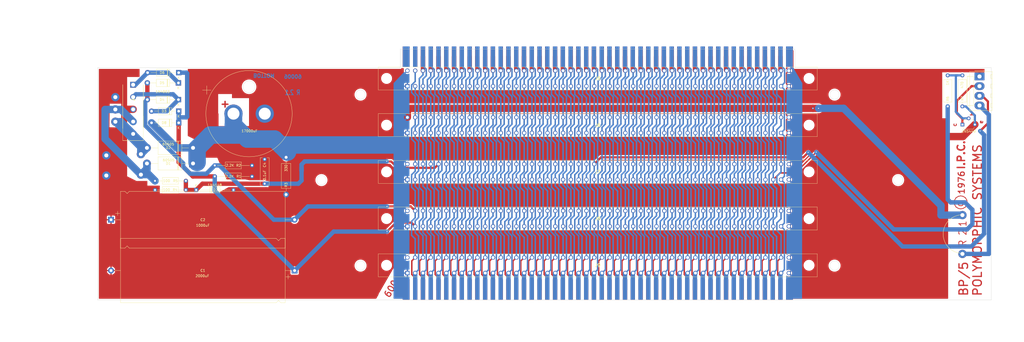
<source format=kicad_pcb>
(kicad_pcb (version 20211014) (generator pcbnew)
  (layers (0 "F.Cu" signal) (31 "B.Cu" signal) (34 "B.Paste" user) (35 "F.Paste" user) (36 "B.SilkS" user "B.Silkscreen") (37 "F.SilkS" user "F.Silkscreen") (38 "B.Mask" user) (39 "F.Mask" user) (44 "Edge.Cuts" user))
  (net 0 "")
  (net 1 "1")
  (net 2 "Net-(D1-Pad2)")
  (net 3 "Net-(D2-Pad2)")
  (net 4 "2")
  (net 5 "Net-(D3-Pad2)")
  (net 6 "52")
  (net 7 "Net-(C5-Pad2)")
  (net 8 "55")
  (net 9 "100")
  (net 10 "3")
  (net 11 "4")
  (net 12 "5")
  (net 13 "6")
  (net 14 "7")
  (net 15 "8")
  (net 16 "9")
  (net 17 "10")
  (net 18 "11")
  (net 19 "12")
  (net 20 "13")
  (net 21 "14")
  (net 22 "15")
  (net 23 "16")
  (net 24 "17")
  (net 25 "18")
  (net 26 "19")
  (net 27 "20")
  (net 28 "21")
  (net 29 "22")
  (net 30 "23")
  (net 31 "24")
  (net 32 "25")
  (net 33 "26")
  (net 34 "27")
  (net 35 "28")
  (net 36 "29")
  (net 37 "30")
  (net 38 "31")
  (net 39 "32")
  (net 40 "33")
  (net 41 "34")
  (net 42 "35")
  (net 43 "36")
  (net 44 "37")
  (net 45 "38")
  (net 46 "39")
  (net 47 "40")
  (net 48 "41")
  (net 49 "42")
  (net 50 "43")
  (net 51 "44")
  (net 52 "45")
  (net 53 "46")
  (net 54 "47")
  (net 55 "48")
  (net 56 "49")
  (net 57 "53")
  (net 58 "54")
  (net 59 "56")
  (net 60 "57")
  (net 61 "58")
  (net 62 "59")
  (net 63 "60")
  (net 64 "61")
  (net 65 "62")
  (net 66 "63")
  (net 67 "64")
  (net 68 "65")
  (net 69 "66")
  (net 70 "67")
  (net 71 "68")
  (net 72 "69")
  (net 73 "70")
  (net 74 "72")
  (net 75 "73")
  (net 76 "74")
  (net 77 "75")
  (net 78 "76")
  (net 79 "77")
  (net 80 "78")
  (net 81 "79")
  (net 82 "80")
  (net 83 "81")
  (net 84 "82")
  (net 85 "83")
  (net 86 "84")
  (net 87 "85")
  (net 88 "86")
  (net 89 "87")
  (net 90 "88")
  (net 91 "89")
  (net 92 "90")
  (net 93 "91")
  (net 94 "92")
  (net 95 "93")
  (net 96 "94")
  (net 97 "95")
  (net 98 "96")
  (net 99 "97")
  (net 100 "98")
  (net 101 "99")
  (net 102 "Net-(Q1-Pad2)")
  (net 103 "Net-(J2-Pad2)")
  (net 108 "Net-(J2-Pad4)")
  (footprint "Evan's misc parts:346100520802" (layer "F.Cu") (at 126.56 7.58)
    (fp_text reference "J5")
    (fp_text value "346-100-520-802" hide)
  )
  (footprint "Diode_THT:D_DO-41_SOD81_P12.70mm_Horizontal" (layer "F.Cu") (at 33.12 22.56 180)
    (fp_text reference "D8")
    (fp_text value "1N4003")
  )
  (footprint "Evan's misc parts:D_DO-201AD_P18.83mm_Horizontal" (layer "F.Cu") (at 38.98 32.81 180)
    (fp_text reference "D2")
    (fp_text value "60S05")
  )
  (footprint "Resistor_THT:R_Axial_DIN0207_L6.3mm_D2.5mm_P10.16mm_Horizontal" (layer "F.Cu") (at 36.06 50.03 180)
    (fp_text reference "R4")
    (fp_text value "100")
  )
  (footprint "Resistor_THT:R_Axial_DIN0207_L6.3mm_D2.5mm_P10.16mm_Horizontal" (layer "F.Cu") (at 36.06 46.31 180)
    (fp_text reference "R5")
    (fp_text value "100")
  )
  (footprint "Connector_Pin:Pin_D1.0mm_L10.0mm" (layer "F.Cu") (at 17.685 35.38)
    (fp_text reference "J3" hide)
    (fp_text value "Conn_01x01")
  )
  (footprint "Evan's misc parts:CP_Radial_D35.0mm_P12.90mm_SnapIn" (layer "F.Cu") (at 55.505 18.815)
    (fp_text reference "C3" hide)
    (fp_text value "17000uF")
  )
  (footprint "Connector_Molex:Molex_KK-396_A-41791-0004_1x04_P3.96mm_Vertical" (layer "F.Cu") (at 360.285 3.6 -90)
    (fp_text reference "J2" hide)
    (fp_text value "Switch and Light")
  )
  (footprint "Evan's misc parts:D_DO-35_SOD27_P15.24mm_Horizontal" (layer "F.Cu") (at 40.26 50.03)
    (fp_text reference "D7")
    (fp_text value "1N4148")
  )
  (footprint "Diode_THT:D_DO-41_SOD81_P12.70mm_Horizontal" (layer "F.Cu") (at 33.12 17.81 180)
    (fp_text reference "D3")
    (fp_text value "1N4003")
  )
  (footprint "Resistor_THT:R_Axial_DIN0207_L6.3mm_D2.5mm_P15.24mm_Horizontal" (layer "F.Cu") (at 47.85 44.5)
    (fp_text reference "R1")
    (fp_text value "2.2K")
  )
  (footprint "Evan's misc parts:346100520802" (layer "F.Cu") (at 126.56 45.805)
    (fp_text reference "J7")
    (fp_text value "346-100-520-802" hide)
  )
  (footprint "Evan's misc parts:5 pin inline molex 0.93" (layer "F.Cu") (at 14.52 6.98 90)
    (fp_text reference "J1")
    (fp_text value "Power In" hide)
  )
  (footprint "Evan's misc parts:D_DO-201AD_P18.83mm_Horizontal" (layer "F.Cu") (at 38.98 39.19 180)
    (fp_text reference "D1")
    (fp_text value "60S05")
  )
  (footprint "Diode_THT:D_DO-41_SOD81_P12.70mm_Horizontal" (layer "F.Cu") (at 33.02 6.23 180)
    (fp_text reference "D5")
    (fp_text value "1N4003")
  )
  (footprint "Resistor_THT:R_Axial_DIN0309_L9.0mm_D3.2mm_P12.70mm_Horizontal" (layer "F.Cu") (at 353.28 3.15 -90)
    (fp_text reference "R7")
    (fp_text value "470")
  )
  (footprint "Package_TO_SOT_THT:TO-92_Wide" (layer "F.Cu") (at 353.31 23.28)
    (fp_text reference "Q1" hide)
    (fp_text value "2N5449")
  )
  (footprint "Resistor_THT:R_Axial_DIN0411_L9.9mm_D3.6mm_P15.24mm_Horizontal" (layer "F.Cu") (at 77.01 36.67 -90)
    (fp_text reference "R3")
    (fp_text value "330")
  )
  (footprint "Connector_Pin:Pin_D1.0mm_L10.0mm" (layer "F.Cu") (at 3.56 35.9)
    (fp_text reference "J13" hide)
    (fp_text value "Conn_01x01")
  )
  (footprint "Resistor_THT:R_Axial_DIN0207_L6.3mm_D2.5mm_P15.24mm_Horizontal" (layer "F.Cu") (at 47.85 40)
    (fp_text reference "R2")
    (fp_text value "2.2K")
  )
  (footprint "Evan's misc parts:346100520802" (layer "F.Cu") (at 126.56 26.6925)
    (fp_text reference "J6")
    (fp_text value "346-100-520-802" hide)
  )
  (footprint "Connector_Pin:Pin_D1.0mm_L10.0mm" (layer "F.Cu") (at 7.24 22.11)
    (fp_text reference "J16" hide)
    (fp_text value "Conn_01x01")
  )
  (footprint "Capacitor_THT:C_Rect_L11.0mm_W3.4mm_P10.00mm_MKT" (layer "F.Cu") (at 68.24 47.48 90)
    (fp_text reference "C4")
    (fp_text value "0.1uF")
  )
  (footprint "Connector_Pin:Pin_D1.0mm_L10.0mm" (layer "F.Cu") (at 17.685 43.77)
    (fp_text reference "J11" hide)
    (fp_text value "Conn_01x01")
  )
  (footprint "Capacitor_THT:CP_Axial_L67.0mm_D26.0mm_P75.00mm_Horizontal" (layer "F.Cu") (at 80.48 83.01 180)
    (fp_text reference "C1")
    (fp_text value "2000uF")
  )
  (footprint "Connector_Pin:Pin_D1.0mm_L10.0mm" (layer "F.Cu") (at 7.24 17.085)
    (fp_text reference "J15" hide)
    (fp_text value "Conn_01x01")
  )
  (footprint "Connector_Pin:Pin_D1.0mm_L10.0mm" (layer "F.Cu") (at 353.314 76.2)
    (fp_text reference "J18" hide)
    (fp_text value "Conn_01x01")
  )
  (footprint "Connector_Pin:Pin_D1.0mm_L10.0mm" (layer "F.Cu") (at 353.314 60.325)
    (fp_text reference "J17" hide)
    (fp_text value "Conn_01x01")
  )
  (footprint "Connector_Pin:Pin_D1.0mm_L10.0mm" (layer "F.Cu") (at 7.24 12.06)
    (fp_text reference "J14" hide)
    (fp_text value "Conn_01x01")
  )
  (footprint "Connector_Pin:Pin_D1.0mm_L10.0mm" (layer "F.Cu") (at 3.56 44.14)
    (fp_text reference "J12" hide)
    (fp_text value "Conn_01x01")
  )
  (footprint "Diode_THT:D_DO-41_SOD81_P12.70mm_Horizontal" (layer "F.Cu") (at 33.12 2.04 180)
    (fp_text reference "D6")
    (fp_text value "1N4003")
  )
  (footprint "Resistor_THT:R_Axial_DIN0309_L9.0mm_D3.2mm_P12.70mm_Horizontal" (layer "F.Cu") (at 347.29 3.15 -90)
    (fp_text reference "R6")
    (fp_text value "1K")
  )
  (footprint "Capacitor_THT:CP_Axial_L67.0mm_D23.0mm_P75.00mm_Horizontal" (layer "F.Cu") (at 5.48 62.21)
    (fp_text reference "C2")
    (fp_text value "1000uF")
  )
  (footprint "Evan's misc parts:346100520802" (layer "F.Cu") (at 126.56 84.03)
    (fp_text reference "J9")
    (fp_text value "346-100-520-802" hide)
  )
  (footprint "Diode_THT:D_DO-41_SOD81_P12.70mm_Horizontal" (layer "F.Cu") (at 33.02 13.08 180)
    (fp_text reference "D4")
    (fp_text value "1N4003")
  )
  (footprint "Evan's misc parts:346100520802" (layer "F.Cu") (at 126.56 64.9175)
    (fp_text reference "J8")
    (fp_text value "346-100-520-802" hide)
  )
  (footprint "Evan's misc parts:BUS_S100_M" (layer "B.Cu") (at 123.39 -9.2)
    (fp_text reference "J10" hide)
    (fp_text value "edge mount connector" hide)
  )
  (footprint "Evan's misc parts:BUS_S100_M" (layer "B.Cu") (at 123.39 86.069)
    (fp_text reference "J4" hide)
    (fp_text value "Card Edge in" hide)
  )
  (gr_arc (start 353.187 75.946) (mid 345.439232 68.008498) (end 353.314 60.196976) (layer "F.SilkS") (width 0.15))
  (gr_line (start 123.7 0) (end 123.7 -7.63) (layer "Edge.Cuts") (width 0.1))
  (gr_circle (center 91.445 45.995) (end 93.41 45.995) (layer "Edge.Cuts") (width 0.1) (fill none))
  (gr_line (start 0 0) (end 0 95.05) (layer "Edge.Cuts") (width 0.1))
  (gr_line (start 0 0) (end 123.7 0) (layer "Edge.Cuts") (width 0.1))
  (gr_line (start 123.7 -7.63) (end 284.8 -7.63) (layer "Edge.Cuts") (width 0.1))
  (gr_line (start 365.09 0) (end 365.09 95.05) (layer "Edge.Cuts") (width 0.1))
  (gr_circle (center 107.415 11.025) (end 109.38 11.025) (layer "Edge.Cuts") (width 0.1) (fill none))
  (gr_circle (center 327.045 45.995) (end 329.01 45.995) (layer "Edge.Cuts") (width 0.1) (fill none))
  (gr_circle (center 61.875 7.825) (end 64.35 7.825) (layer "Edge.Cuts") (width 0.1) (fill none))
  (gr_line (start 365.09 95.05) (end 0 95.05) (layer "Edge.Cuts") (width 0.1))
  (gr_circle (center 301.065 80.985) (end 303.03 80.985) (layer "Edge.Cuts") (width 0.1) (fill none))
  (gr_line (start 284.8 -7.63) (end 284.8 0) (layer "Edge.Cuts") (width 0.1))
  (gr_circle (center 301.065 11.025) (end 303.03 11.025) (layer "Edge.Cuts") (width 0.1) (fill none))
  (gr_line (start 284.8 0) (end 365.09 0) (layer "Edge.Cuts") (width 0.1))
  (gr_circle (center 107.415 80.985) (end 109.38 80.985) (layer "Edge.Cuts") (width 0.1) (fill none))
  (gr_text "c" (at 350.139 23.368 90) (layer "F.Cu") (effects (font (size 1.5 1.5) (thickness 0.3))))
  (gr_text "1976" (at 352.933 46.99 90) (layer "F.Cu") (effects (font (size 2.5 2.5) (thickness 0.4))))
  (gr_text "R 2.1" (at 353.441 67.818 90) (layer "F.Cu") (effects (font (size 3 2.5) (thickness 0.3))))
  (gr_text "60006" (at 121.158 88.265 60) (layer "F.Cu") (effects (font (size 2.6 2.6) (thickness 0.4))))
  (gr_text "©" (at 352.679 55.118 90) (layer "F.Cu") (effects (font (size 4 4) (thickness 0.3))))
  (gr_text "e" (at 360.934 22.225 90) (layer "F.Cu") (effects (font (size 1.5 1.5) (thickness 0.3))))
  (gr_text "BP/5\nPOLYMORPHIC SYSTEMS" (at 356.616 93.726 90) (layer "F.Cu") (effects (font (size 3.5 3.5) (thickness 0.5)) (justify left)))
  (gr_text "b" (at 357.251 19.05 90) (layer "F.Cu") (effects (font (size 1.5 1.5) (thickness 0.3))))
  (gr_text "I.P.C." (at 352.806 35.687 90) (layer "F.Cu") (effects (font (size 3 3) (thickness 0.6))))
  (gr_text "R 2.1" (at 79.629 10.16) (layer "B.Cu") (effects (font (size 2 1.5) (thickness 0.3)) (justify mirror)))
  (gr_text "60006" (at 79.756 3.683) (layer "B.Cu") (effects (font (size 1.5 1.5) (thickness 0.3)) (justify mirror)))
  (gr_text "BOTTOM" (at 67.945 3.175 180) (layer "B.Cu") (effects (font (size 1.5 1.5) (thickness 0.3)) (justify mirror)))
  (segment (start 292.227 16.637) (end 126.873 16.637) (width 3) (layer "F.Cu") (net 1))
  (segment (start 126.873 16.637) (end 126.56 16.95) (width 3) (layer "F.Cu") (net 1))
  (segment (start 292.227 16.637) (end 294.513 16.637) (width 3) (layer "F.Cu") (net 1))
  (segment (start 126.56 16.95) (end 126.56 20.3425) (width 3) (layer "F.Cu") (net 1))
  (via (at 294.513 16.637) (size 0.8) (drill 0.4) (layers "F.Cu" "B.Cu") (net 1))
  (via (at 292.227 16.637) (size 0.8) (drill 0.4) (layers "F.Cu" "B.Cu") (net 1))
  (segment (start 294.513 16.637) (end 304.8 16.637) (width 3) (layer "B.Cu") (net 1))
  (segment (start 75.311 31.623) (end 123.571 31.623) (width 7.14) (layer "B.Cu") (net 1))
  (segment (start 74.9935 31.9405) (end 77.597 34.544) (width 7.14) (layer "B.Cu") (net 1))
  (segment (start 38.98 32.81) (end 32.28 32.81) (width 3) (layer "B.Cu") (net 1))
  (segment (start 55.505 27.553) (end 59.557 27.553) (width 7.14) (layer "B.Cu") (net 1))
  (segment (start 61.214 29.21) (end 55.505 23.501) (width 7.14) (layer "B.Cu") (net 1))
  (segment (start 344.551 56.388) (end 344.551 60.325) (width 3) (layer "B.Cu") (net 1))
  (segment (start 72.263 29.21) (end 74.9935 31.9405) (width 7.14) (layer "B.Cu") (net 1))
  (segment (start 304.8 16.637) (end 344.551 56.388) (width 3) (layer "B.Cu") (net 1))
  (segment (start 55.505 27.553) (end 46.107 27.553) (width 7.14) (layer "B.Cu") (net 1))
  (segment (start 63.246 29.21) (end 72.263 29.21) (width 7.14) (layer "B.Cu") (net 1))
  (segment (start 55.505 18.815) (end 55.505 23.501) (width 7.14) (layer "B.Cu") (net 1))
  (segment (start 32.28 32.81) (end 22.03 22.56) (width 3) (layer "B.Cu") (net 1))
  (segment (start 40.64 33.02) (end 40.64 38.735) (width 7.14) (layer "B.Cu") (net 1))
  (segment (start 344.551 60.325) (end 353.314 60.325) (width 3) (layer "B.Cu") (net 1))
  (segment (start 74.9935 31.9405) (end 75.311 31.623) (width 7.14) (layer "B.Cu") (net 1))
  (segment (start 55.505 23.501) (end 55.505 27.553) (width 7.14) (layer "B.Cu") (net 1))
  (segment (start 46.107 27.553) (end 40.64 33.02) (width 7.14) (layer "B.Cu") (net 1))
  (segment (start 63.246 29.21) (end 61.214 29.21) (width 7.14) (layer "B.Cu") (net 1))
  (segment (start 59.557 27.553) (end 61.214 29.21) (width 7.14) (layer "B.Cu") (net 1))
  (segment (start 3.108 17.085) (end 7.24 17.085) (width 3) (layer "B.Cu") (net 2))
  (segment (start 20.15 39.19) (end 20.15 41.305) (width 3) (layer "B.Cu") (net 2))
  (segment (start 20.15 43.01) (end 23.45 46.31) (width 3) (layer "B.Cu") (net 2))
  (segment (start 3.048 29.133) (end 3.048 17.145) (width 3) (layer "B.Cu") (net 2))
  (segment (start 3.048 17.145) (end 3.108 17.085) (width 3) (layer "B.Cu") (net 2))
  (segment (start 20.15 41.305) (end 17.685 43.77) (width 3) (layer "B.Cu") (net 2))
  (segment (start 20.15 39.19) (end 20.15 43.01) (width 3) (layer "B.Cu") (net 2))
  (segment (start 20.91 43.77) (end 23.45 46.31) (width 3) (layer "B.Cu") (net 2))
  (segment (start 17.685 43.77) (end 20.91 43.77) (width 3) (layer "B.Cu") (net 2))
  (segment (start 7.24 17.085) (end 9.535 17.085) (width 3) (layer "B.Cu") (net 2))
  (segment (start 9.535 17.085) (end 14.52 22.07) (width 3) (layer "B.Cu") (net 2))
  (segment (start 17.685 43.77) (end 3.048 29.133) (width 3) (layer "B.Cu") (net 2))
  (segment (start 14.52 27.1) (end 14.52 27.18) (width 3) (layer "B.Cu") (net 3))
  (segment (start 14.52 27.18) (end 17.3555 30.0155) (width 3) (layer "B.Cu") (net 3))
  (segment (start 17.685 32.555) (end 17.685 34.195) (width 3) (layer "B.Cu") (net 3))
  (segment (start 7.24 22.11) (end 9.53 22.11) (width 3) (layer "B.Cu") (net 3))
  (segment (start 7.24 22.11) (end 17.685 32.555) (width 3) (layer "B.Cu") (net 3))
  (segment (start 17.685 30.345) (end 17.3555 30.0155) (width 3) (layer "B.Cu") (net 3))
  (segment (start 20.15 32.81) (end 20.15 32.915) (width 3) (layer "B.Cu") (net 3))
  (segment (start 20.15 32.915) (end 17.685 35.38) (width 3) (layer "B.Cu") (net 3))
  (segment (start 17.685 35.38) (end 17.685 34.195) (width 3) (layer "B.Cu") (net 3))
  (segment (start 17.3555 30.0155) (end 20.15 32.81) (width 3) (layer "B.Cu") (net 3))
  (segment (start 17.685 34.195) (end 17.685 30.345) (width 3) (layer "B.Cu") (net 3))
  (segment (start 9.53 22.11) (end 14.52 27.1) (width 3) (layer "B.Cu") (net 3))
  (segment (start 33.12 38.707022) (end 38.912978 44.5) (width 1.778) (layer "F.Cu") (net 4))
  (segment (start 128.212989 63.390489) (end 129.74 64.9175) (width 0.9) (layer "F.Cu") (net 4))
  (segment (start 33.12 22.56) (end 33.12 38.707022) (width 1.778) (layer "F.Cu") (net 4))
  (segment (start 38.912978 44.5) (end 47.85 44.5) (width 1.778) (layer "F.Cu") (net 4))
  (segment (start 121.902511 63.390489) (end 128.212989 63.390489) (width 0.9) (layer "F.Cu") (net 4))
  (segment (start 118.237 67.056) (end 121.902511 63.390489) (width 0.9) (layer "F.Cu") (net 4))
  (via (at 118.237 67.056) (size 0.8) (drill 0.4) (layers "F.Cu" "B.Cu") (net 4))
  (segment (start 129.74 45.805) (end 129.74 48.480978) (width 0.6) (layer "B.Cu") (net 4))
  (segment (start 129.74 43.594022) (end 131.117011 42.217011) (width 0.6) (layer "B.Cu") (net 4))
  (segment (start 36.314 2.04) (end 36.576 2.302) (width 1.778) (layer "B.Cu") (net 4))
  (segment (start 129.74 67.530978) (end 131.117011 68.907989) (width 0.6) (layer "B.Cu") (net 4))
  (segment (start 33.12 17.81) (end 33.12 22.56) (width 1.778) (layer "B.Cu") (net 4))
  (segment (start 129.74 24.544022) (end 131.117011 23.167011) (width 0.6) (layer "B.Cu") (net 4))
  (segment (start 36.322 20.32) (end 33.401 20.32) (width 1.778) (layer "B.Cu") (net 4))
  (segment (start 33.401 20.32) (end 33.12 20.039) (width 1.778) (layer "B.Cu") (net 4))
  (segment (start 36.576 2.302) (end 36.576 20.066) (width 1.778) (layer "B.Cu") (net 4))
  (segment (start 129.74 28.795978) (end 129.74 26.6925) (width 0.6) (layer "B.Cu") (net 4))
  (segment (start 131.117011 30.172989) (end 129.74 28.795978) (width 0.6) (layer "B.Cu") (net 4))
  (segment (start 80.48 83.01) (end 96.434 67.056) (width 1.778) (layer "B.Cu") (net 4))
  (segment (start 129.74 10.380978) (end 129.74 7.58) (width 0.6) (layer "B.Cu") (net 4))
  (segment (start 33.12 20.039) (end 33.12 17.81) (width 1.778) (layer "B.Cu") (net 4))
  (segment (start 131.117011 42.217011) (end 131.117011 30.172989) (width 0.6) (layer "B.Cu") (net 4))
  (segment (start 131.117011 11.757989) (end 129.74 10.380978) (width 0.6) (layer "B.Cu") (net 4))
  (segment (start 36.576 20.066) (end 36.322 20.32) (width 1.778) (layer "B.Cu") (net 4))
  (segment (start 47.85 50.38) (end 80.48 83.01) (width 1.778) (layer "B.Cu") (net 4))
  (segment (start 129.74 64.9175) (end 129.74 62.665) (width 0.6) (layer "B.Cu") (net 4))
  (segment (start 129.74 26.6925) (end 129.74 24.544022) (width 0.6) (layer "B.Cu") (net 4))
  (segment (start 33.12 2.04) (end 36.314 2.04) (width 1.778) (layer "B.Cu") (net 4))
  (segment (start 129.74 62.665) (end 131.117011 61.287989) (width 0.6) (layer "B.Cu") (net 4))
  (segment (start 129.74 90.768) (end 129.74 84.03) (width 1.778) (layer "B.Cu") (net 4))
  (segment (start 131.117011 23.167011) (end 131.117011 11.757989) (width 0.6) (layer "B.Cu") (net 4))
  (segment (start 131.117011 68.907989) (end 131.117011 82.652989) (width 0.6) (layer "B.Cu") (net 4))
  (segment (start 96.434 67.056) (end 118.237 67.056) (width 1.778) (layer "B.Cu") (net 4))
  (segment (start 129.74 48.480978) (end 131.117011 49.857989) (width 0.6) (layer "B.Cu") (net 4))
  (segment (start 47.85 44.5) (end 47.85 50.38) (width 1.778) (layer "B.Cu") (net 4))
  (segment (start 131.117011 49.857989) (end 131.117011 61.287989) (width 0.6) (layer "B.Cu") (net 4))
  (segment (start 129.74 64.9175) (end 129.74 67.530978) (width 0.6) (layer "B.Cu") (net 4))
  (segment (start 129.74 45.805) (end 129.74 43.594022) (width 0.6) (layer "B.Cu") (net 4))
  (segment (start 131.117011 82.652989) (end 129.74 84.03) (width 0.6) (layer "B.Cu") (net 4))
  (segment (start 15.638511 10.891489) (end 14.52 12.01) (width 1.778) (layer "B.Cu") (net 5))
  (segment (start 28.29 17.81) (end 22.03 17.81) (width 1.778) (layer "B.Cu") (net 5))
  (segment (start 33.02 13.08) (end 30.831489 10.891489) (width 1.778) (layer "B.Cu") (net 5))
  (segment (start 30.831489 10.891489) (end 15.638511 10.891489) (width 1.778) (layer "B.Cu") (net 5))
  (segment (start 33.02 13.08) (end 28.29 17.81) (width 1.778) (layer "B.Cu") (net 5))
  (segment (start 128.362989 79.057011) (end 128.362989 84.600378) (width 0.6) (layer "F.Cu") (net 6))
  (segment (start 20.32 6.23) (end 20.32 13.08) (width 1.778) (layer "F.Cu") (net 6))
  (segment (start 118.237 56.769) (end 127.9415 56.769) (width 0.9) (layer "F.Cu") (net 6))
  (segment (start 127.9415 56.769) (end 129.74 58.5675) (width 0.9) (layer "F.Cu") (net 6))
  (segment (start 129.74 77.68) (end 128.362989 79.057011) (width 0.6) (layer "F.Cu") (net 6))
  (segment (start 128.362989 84.600378) (end 129.74 85.977389) (width 0.6) (layer "F.Cu") (net 6))
  (segment (start 129.74 85.977389) (end 129.74 90.768) (width 0.6) (layer "F.Cu") (net 6))
  (via (at 118.237 56.769) (size 0.8) (drill 0.4) (layers "F.Cu" "B.Cu") (net 6))
  (segment (start 129.74 1.23) (end 129.74 5.632611) (width 0.6) (layer "B.Cu") (net 6))
  (segment (start 129.74 5.632611) (end 128.27 7.102611) (width 0.6) (layer "B.Cu") (net 6))
  (segment (start 129.74 11.63) (end 129.74 20.3425) (width 0.6) (layer "B.Cu") (net 6))
  (segment (start 129.74 58.5675) (end 129.74 61.395) (width 0.6) (layer "B.Cu") (net 6))
  (segment (start 128.27 29.21) (end 129.74 30.68) (width 0.6) (layer "B.Cu") (net 6))
  (segment (start 129.74 42.345) (end 128.27 43.815) (width 0.6) (layer "B.Cu") (net 6))
  (segment (start 34.925 40.512022) (end 34.925 39.11572) (width 1.778) (layer "B.Cu") (net 6))
  (segment (start 47.85 40) (end 49.779 40) (width 1.778) (layer "B.Cu") (net 6))
  (segment (start 129.74 70.05) (end 129.74 77.68) (width 0.6) (layer "B.Cu") (net 6))
  (segment (start 80.48 62.21) (end 85.921 56.769) (width 1.778) (layer "B.Cu") (net 6))
  (segment (start 19.44148 23.6322) (end 19.44148 13.95852) (width 1.778) (layer "B.Cu") (net 6))
  (segment (start 128.27 7.102611) (end 128.27 10.16) (width 0.6) (layer "B.Cu") (net 6))
  (segment (start 44.45648 43.39352) (end 37.806498 43.39352) (width 1.778) (layer "B.Cu") (net 6))
  (segment (start 19.44148 13.95852) (end 20.32 13.08) (width 1.778) (layer "B.Cu") (net 6))
  (segment (start 128.27 10.16) (end 129.74 11.63) (width 0.6) (layer "B.Cu") (net 6))
  (segment (start 47.85 40) (end 44.45648 43.39352) (width 1.778) (layer "B.Cu") (net 6))
  (segment (start 129.74 23.41333) (end 128.27 24.88333) (width 0.6) (layer "B.Cu") (net 6))
  (segment (start 128.27 43.815) (end 128.27 48.895) (width 0.6) (layer "B.Cu") (net 6))
  (segment (start 129.74 39.455) (end 129.74 42.345) (width 0.6) (layer "B.Cu") (net 6))
  (segment (start 49.779 40) (end 71.989 62.21) (width 1.778) (layer "B.Cu") (net 6))
  (segment (start 129.74 61.395) (end 128.27 62.865) (width 0.6) (layer "B.Cu") (net 6))
  (segment (start 128.27 24.88333) (end 128.27 29.21) (width 0.6) (layer "B.Cu") (net 6))
  (segment (start 34.925 39.11572) (end 19.44148 23.6322) (width 1.778) (layer "B.Cu") (net 6))
  (segment (start 128.27 48.895) (end 129.74 50.365) (width 0.6) (layer "B.Cu") (net 6))
  (segment (start 71.989 62.21) (end 80.48 62.21) (width 1.778) (layer "B.Cu") (net 6))
  (segment (start 129.74 30.68) (end 129.74 39.455) (width 0.6) (layer "B.Cu") (net 6))
  (segment (start 128.27 62.865) (end 128.27 68.58) (width 0.6) (layer "B.Cu") (net 6))
  (segment (start 85.921 56.769) (end 118.237 56.769) (width 1.778) (layer "B.Cu") (net 6))
  (segment (start 37.806498 43.39352) (end 34.925 40.512022) (width 1.778) (layer "B.Cu") (net 6))
  (segment (start 129.74 50.365) (end 129.74 58.5675) (width 0.6) (layer "B.Cu") (net 6))
  (segment (start 128.27 68.58) (end 129.74 70.05) (width 0.6) (layer "B.Cu") (net 6))
  (segment (start 129.74 20.3425) (end 129.74 23.41333) (width 0.6) (layer "B.Cu") (net 6))
  (segment (start 15.48 6.98) (end 20.42 2.04) (width 1.778) (layer "B.Cu") (net 7))
  (segment (start 28.83 2.04) (end 33.02 6.23) (width 1.778) (layer "B.Cu") (net 7))
  (segment (start 20.42 2.04) (end 28.83 2.04) (width 1.778) (layer "B.Cu") (net 7))
  (segment (start 14.52 6.98) (end 15.48 6.98) (width 1.778) (layer "B.Cu") (net 7))
  (segment (start 137.902989 79.057011) (end 137.902989 84.600378) (width 0.6) (layer "F.Cu") (net 8))
  (segment (start 36.06 46.31) (end 36.06 50.03) (width 1.778) (layer "F.Cu") (net 8))
  (segment (start 42.81 47.48) (end 68.24 47.48) (width 1.778) (layer "F.Cu") (net 8))
  (segment (start 122.516011 40.982011) (end 119.888 38.354) (width 0.9) (layer "F.Cu") (net 8))
  (segment (start 139.28 77.68) (end 137.902989 79.057011) (width 0.6) (layer "F.Cu") (net 8))
  (segment (start 139.265 -4.501) (end 139.265 1.215) (width 1.778) (layer "F.Cu") (net 8))
  (segment (start 119.888 38.354) (end 118.11 38.354) (width 0.9) (layer "F.Cu") (net 8))
  (segment (start 139.265 1.215) (end 139.28 1.23) (width 1.778) (layer "F.Cu") (net 8))
  (segment (start 40.26 50.03) (end 42.81 47.48) (width 1.778) (layer "F.Cu") (net 8))
  (segment (start 36.06 50.03) (end 40.26 50.03) (width 1.778) (layer "F.Cu") (net 8))
  (segment (start 139.265 85.962389) (end 139.265 90.768) (width 0.6) (layer "F.Cu") (net 8))
  (segment (start 137.902989 84.600378) (end 139.265 85.962389) (width 0.6) (layer "F.Cu") (net 8))
  (segment (start 137.752989 40.982011) (end 122.516011 40.982011) (width 0.9) (layer "F.Cu") (net 8))
  (segment (start 139.28 39.455) (end 137.752989 40.982011) (width 0.9) (layer "F.Cu") (net 8))
  (via (at 118.11 38.354) (size 0.8) (drill 0.4) (layers "F.Cu" "B.Cu") (net 8))
  (segment (start 137.795 67.31) (end 139.28 68.795) (width 0.6) (layer "B.Cu") (net 8))
  (segment (start 83.312 39.624) (end 84.582 38.354) (width 1.778) (layer "B.Cu") (net 8))
  (segment (start 137.795 29.21) (end 139.28 30.695) (width 0.6) (layer "B.Cu") (net 8))
  (segment (start 139.28 68.795) (end 139.28 77.68) (width 0.6) (layer "B.Cu") (net 8))
  (segment (start 139.28 30.695) (end 139.28 39.455) (width 0.6) (layer "B.Cu") (net 8))
  (segment (start 139.28 42.264308) (end 137.795 43.749308) (width 0.6) (layer "B.Cu") (net 8))
  (segment (start 83.312 42.164) (end 83.312 39.624) (width 1.778) (layer "B.Cu") (net 8))
  (segment (start 139.28 39.455) (end 139.28 42.264308) (width 0.6) (layer "B.Cu") (net 8))
  (segment (start 137.795 62.865) (end 137.795 67.31) (width 0.6) (layer "B.Cu") (net 8))
  (segment (start 137.795 43.749308) (end 137.795 49.034308) (width 0.6) (layer "B.Cu") (net 8))
  (segment (start 137.795 49.034308) (end 139.28 50.519308) (width 0.6) (layer "B.Cu") (net 8))
  (segment (start 139.28 12.28) (end 139.28 20.3425) (width 0.6) (layer "B.Cu") (net 8))
  (segment (start 139.28 3.595) (end 137.795 5.08) (width 0.6) (layer "B.Cu") (net 8))
  (segment (start 139.28 58.5675) (end 139.28 61.38) (width 0.6) (layer "B.Cu") (net 8))
  (segment (start 84.582 38.354) (end 118.11 38.354) (width 1.778) (layer "B.Cu") (net 8))
  (segment (start 82.024 47.48) (end 83.312 46.192) (width 1.778) (layer "B.Cu") (net 8))
  (segment (start 139.28 20.3425) (end 139.28 23.419308) (width 0.6) (layer "B.Cu") (net 8))
  (segment (start 139.28 61.38) (end 137.795 62.865) (width 0.6) (layer "B.Cu") (net 8))
  (segment (start 139.28 50.519308) (end 139.28 58.5675) (width 0.6) (layer "B.Cu") (net 8))
  (segment (start 137.795 24.904308) (end 137.795 29.21) (width 0.6) (layer "B.Cu") (net 8))
  (segment (start 139.28 1.23) (end 139.28 3.595) (width 0.6) (layer "B.Cu") (net 8))
  (segment (start 137.795 10.795) (end 139.28 12.28) (width 0.6) (layer "B.Cu") (net 8))
  (segment (start 68.24 47.48) (end 82.024 47.48) (width 1.778) (layer "B.Cu") (net 8))
  (segment (start 83.312 46.192) (end 83.312 42.164) (width 1.778) (layer "B.Cu") (net 8))
  (segment (start 139.28 23.419308) (end 137.795 24.904308) (width 0.6) (layer "B.Cu") (net 8))
  (segment (start 83.312 42.164) (end 83.312 40.64) (width 1.778) (layer "B.Cu") (net 8))
  (segment (start 137.795 5.08) (end 137.795 10.795) (width 0.6) (layer "B.Cu") (net 8))
  (segment (start 190.065 85.925) (end 190.065 90.768) (width 0.6) (layer "F.Cu") (net 9))
  (segment (start 342.138 25.019) (end 345.313 28.194) (width 0.9) (layer "F.Cu") (net 9))
  (segment (start 358.39 23.28) (end 353.476 28.194) (width 3) (layer "F.Cu") (net 9))
  (segment (start 360.285 1.383) (end 360.172 1.27) (width 0.9) (layer "F.Cu") (net 9))
  (segment (start 342.138 2.921) (end 342.138 25.019) (width 0.9) (layer "F.Cu") (net 9))
  (segment (start 190.16 77.68) (end 188.782989 79.057011) (width 0.6) (layer "F.Cu") (net 9))
  (segment (start 190.065 -4.501) (end 190.065 1.135) (width 1.778) (layer "F.Cu") (net 9))
  (segment (start 360.172 1.27) (end 343.789 1.27) (width 0.9) (layer "F.Cu") (net 9))
  (segment (start 188.782989 79.057011) (end 188.782989 84.642989) (width 0.6) (layer "F.Cu") (net 9))
  (segment (start 190.16 58.5675) (end 190.16 55.839) (width 0.9) (layer "F.Cu") (net 9))
  (segment (start 353.476 28.194) (end 345.313 28.194) (width 3) (layer "F.Cu") (net 9))
  (segment (start 188.782989 84.642989) (end 190.065 85.925) (width 0.6) (layer "F.Cu") (net 9))
  (segment (start 14.52 17.04) (end 11.452 17.04) (width 3) (layer "F.Cu") (net 9))
  (segment (start 360.285 3.6) (end 360.285 1.383) (width 0.9) (layer "F.Cu") (net 9))
  (segment (start 343.789 1.27) (end 342.138 2.921) (width 0.9) (layer "F.Cu") (net 9))
  (segment (start 190.065 1.135) (end 190.16 1.23) (width 1.778) (layer "F.Cu") (net 9))
  (segment (start 358.39 19.554) (end 358.39 23.28) (width 0.9) (layer "B.Cu") (net 9))
  (segment (start 190.16 42.25) (end 188.595 43.815) (width 0.6) (layer "B.Cu") (net 9))
  (segment (start 188.595 10.934308) (end 190.16 12.499308) (width 0.6) (layer "B.Cu") (net 9))
  (segment (start 190.16 68.875) (end 190.16 77.68) (width 0.6) (layer "B.Cu") (net 9))
  (segment (start 190.16 39.455) (end 190.16 42.25) (width 0.6) (layer "B.Cu") (net 9))
  (segment (start 188.595 43.815) (end 188.595 48.26) (width 0.6) (layer "B.Cu") (net 9))
  (segment (start 188.595 48.26) (end 190.16 49.825) (width 0.6) (layer "B.Cu") (net 9))
  (segment (start 188.595 29.349308) (end 190.16 30.914308) (width 0.6) (layer "B.Cu") (net 9))
  (segment (start 190.16 60.665) (end 188.357011 62.467989) (width 0.6) (layer "B.Cu") (net 9))
  (segment (start 354.686 15.85) (end 358.39 19.554) (width 0.9) (layer "B.Cu") (net 9))
  (segment (start 188.357011 67.072011) (end 190.16 68.875) (width 0.6) (layer "B.Cu") (net 9))
  (segment (start 190.16 30.914308) (end 190.16 39.455) (width 0.6) (layer "B.Cu") (net 9))
  (segment (start 190.16 12.499308) (end 190.16 20.3425) (width 0.6) (layer "B.Cu") (net 9))
  (segment (start 190.16 20.3425) (end 190.16 23.339308) (width 0.6) (layer "B.Cu") (net 9))
  (segment (start 188.357011 62.467989) (end 188.357011 67.072011) (width 0.6) (layer "B.Cu") (net 9))
  (segment (start 190.16 23.339308) (end 188.595 24.904308) (width 0.6) (layer "B.Cu") (net 9))
  (segment (start 190.16 1.23) (end 190.16 3.515) (width 0.6) (layer "B.Cu") (net 9))
  (segment (start 190.16 3.515) (end 188.595 5.08) (width 0.6) (layer "B.Cu") (net 9))
  (segment (start 190.16 58.5675) (end 190.16 60.665) (width 0.6) (layer "B.Cu") (net 9))
  (segment (start 188.595 5.08) (end 188.595 10.934308) (width 0.6) (layer "B.Cu") (net 9))
  (segment (start 190.16 49.825) (end 190.16 58.5675) (width 0.6) (layer "B.Cu") (net 9))
  (segment (start 352.94 15.85) (end 354.686 15.85) (width 0.9) (layer "B.Cu") (net 9))
  (segment (start 188.595 24.904308) (end 188.595 29.349308) (width 0.6) (layer "B.Cu") (net 9))
  (segment (start 132.92 10.365) (end 132.92 7.58) (width 0.6) (layer "B.Cu") (net 10))
  (segment (start 134.297011 82.652989) (end 132.92 84.03) (width 0.6) (layer "B.Cu") (net 10))
  (segment (start 134.297011 3.272989) (end 134.297011 0.659622) (width 0.6) (layer "B.Cu") (net 10))
  (segment (start 132.92 62.649022) (end 134.297011 61.272011) (width 0.6) (layer "B.Cu") (net 10))
  (segment (start 132.915 84.035) (end 132.92 84.03) (width 1.778) (layer "B.Cu") (net 10))
  (segment (start 132.92 7.58) (end 132.92 4.65) (width 0.6) (layer "B.Cu") (net 10))
  (segment (start 132.92 24.56) (end 134.297011 23.182989) (width 0.6) (layer "B.Cu") (net 10))
  (segment (start 134.297011 23.182989) (end 134.297011 11.742011) (width 0.6) (layer "B.Cu") (net 10))
  (segment (start 132.92 64.9175) (end 132.92 62.649022) (width 0.6) (layer "B.Cu") (net 10))
  (segment (start 134.297011 11.742011) (end 132.92 10.365) (width 0.6) (layer "B.Cu") (net 10))
  (segment (start 134.297011 49.842011) (end 134.297011 61.272011) (width 0.6) (layer "B.Cu") (net 10))
  (segment (start 134.297011 68.892011) (end 134.297011 82.652989) (width 0.6) (layer "B.Cu") (net 10))
  (segment (start 132.92 67.515) (end 134.297011 68.892011) (width 0.6) (layer "B.Cu") (net 10))
  (segment (start 132.915 -0.722389) (end 132.915 -4.501) (width 0.6) (layer "B.Cu") (net 10))
  (segment (start 132.92 28.78) (end 132.92 26.6925) (width 0.6) (layer "B.Cu") (net 10))
  (segment (start 134.297011 0.659622) (end 132.915 -0.722389) (width 0.6) (layer "B.Cu") (net 10))
  (segment (start 132.92 26.6925) (end 132.92 24.56) (width 0.6) (layer "B.Cu") (net 10))
  (segment (start 132.92 45.805) (end 132.92 43.61) (width 0.6) (layer "B.Cu") (net 10))
  (segment (start 134.297011 42.232989) (end 134.297011 30.157011) (width 0.6) (layer "B.Cu") (net 10))
  (segment (start 132.92 43.61) (end 134.297011 42.232989) (width 0.6) (layer "B.Cu") (net 10))
  (segment (start 132.915 90.768) (end 132.915 84.035) (width 1.778) (layer "B.Cu") (net 10))
  (segment (start 132.92 4.65) (end 134.297011 3.272989) (width 0.6) (layer "B.Cu") (net 10))
  (segment (start 132.92 48.465) (end 134.297011 49.842011) (width 0.6) (layer "B.Cu") (net 10))
  (segment (start 132.92 64.9175) (end 132.92 67.515) (width 0.6) (layer "B.Cu") (net 10))
  (segment (start 132.92 45.805) (end 132.92 48.465) (width 0.6) (layer "B.Cu") (net 10))
  (segment (start 134.297011 30.157011) (end 132.92 28.78) (width 0.6) (layer "B.Cu") (net 10))
  (segment (start 137.477011 30.162011) (end 136.1 28.785) (width 0.6) (layer "B.Cu") (net 11))
  (segment (start 136.1 64.9175) (end 136.1 62.654022) (width 0.6) (layer "B.Cu") (net 11))
  (segment (start 136.09 90.768) (end 136.09 84.04) (width 1.778) (layer "B.Cu") (net 11))
  (segment (start 136.1 24.554022) (end 137.477011 23.177011) (width 0.6) (layer "B.Cu") (net 11))
  (segment (start 136.1 64.9175) (end 136.1 67.520978) (width 0.6) (layer "B.Cu") (net 11))
  (segment (start 136.1 10.370978) (end 136.1 7.58) (width 0.6) (layer "B.Cu") (net 11))
  (segment (start 137.477011 82.652989) (end 136.1 84.03) (width 0.6) (layer "B.Cu") (net 11))
  (segment (start 137.477011 23.177011) (end 137.477011 11.747989) (width 0.6) (layer "B.Cu") (net 11))
  (segment (start 136.1 7.58) (end 136.1 4.87) (width 0.6) (layer "B.Cu") (net 11))
  (segment (start 137.477011 61.277011) (end 137.477011 49.847011) (width 0.6) (layer "B.Cu") (net 11))
  (segment (start 136.1 67.520978) (end 137.477011 68.897989) (width 0.6) (layer "B.Cu") (net 11))
  (segment (start 137.477011 68.897989) (end 137.477011 82.652989) (width 0.6) (layer "B.Cu") (net 11))
  (segment (start 136.1 45.805) (end 136.1 43.605) (width 0.6) (layer "B.Cu") (net 11))
  (segment (start 136.1 62.654022) (end 137.477011 61.277011) (width 0.6) (layer "B.Cu") (net 11))
  (segment (start 137.477011 49.847011) (end 136.1 48.47) (width 0.6) (layer "B.Cu") (net 11))
  (segment (start 137.477011 0.659622) (end 136.09 -0.727389) (width 0.6) (layer "B.Cu") (net 11))
  (segment (start 136.1 4.87) (end 137.477011 3.492989) (width 0.6) (layer "B.Cu") (net 11))
  (segment (start 136.1 26.6925) (end 136.1 24.554022) (width 0.6) (layer "B.Cu") (net 11))
  (segment (start 136.09 -0.727389) (end 136.09 -4.501) (width 0.6) (layer "B.Cu") (net 11))
  (segment (start 136.1 28.785) (end 136.1 26.6925) (width 0.6) (layer "B.Cu") (net 11))
  (segment (start 136.1 48.47) (end 136.1 45.805) (width 0.6) (layer "B.Cu") (net 11))
  (segment (start 137.477011 11.747989) (end 136.1 10.370978) (width 0.6) (layer "B.Cu") (net 11))
  (segment (start 136.1 43.605) (end 137.477011 42.227989) (width 0.6) (layer "B.Cu") (net 11))
  (segment (start 137.477011 42.227989) (end 137.477011 30.162011) (width 0.6) (layer "B.Cu") (net 11))
  (segment (start 136.09 84.04) (end 136.1 84.03) (width 1.778) (layer "B.Cu") (net 11))
  (segment (start 137.477011 3.492989) (end 137.477011 0.659622) (width 0.6) (layer "B.Cu") (net 11))
  (segment (start 140.657011 11.752011) (end 139.28 10.375) (width 0.6) (layer "B.Cu") (net 12))
  (segment (start 139.28 64.9175) (end 139.28 62.65) (width 0.6) (layer "B.Cu") (net 12))
  (segment (start 140.657011 3.497011) (end 140.657011 0.659622) (width 0.6) (layer "B.Cu") (net 12))
  (segment (start 140.657011 23.172989) (end 140.657011 11.752011) (width 0.6) (layer "B.Cu") (net 12))
  (segment (start 140.657011 49.842989) (end 139.28 48.465978) (width 0.6) (layer "B.Cu") (net 12))
  (segment (start 140.657011 0.659622) (end 139.265 -0.732389) (width 0.6) (layer "B.Cu") (net 12))
  (segment (start 140.657011 30.157989) (end 140.657011 42.017989) (width 0.6) (layer "B.Cu") (net 12))
  (segment (start 140.657011 68.902011) (end 140.657011 82.652989) (width 0.6) (layer "B.Cu") (net 12))
  (segment (start 140.657011 82.652989) (end 139.28 84.03) (width 0.6) (layer "B.Cu") (net 12))
  (segment (start 139.265 84.045) (end 139.28 84.03) (width 1.778) (layer "B.Cu") (net 12))
  (segment (start 139.28 28.780978) (end 140.657011 30.157989) (width 0.6) (layer "B.Cu") (net 12))
  (segment (start 139.28 48.465978) (end 139.28 45.805) (width 0.6) (layer "B.Cu") (net 12))
  (segment (start 139.28 26.6925) (end 139.28 24.55) (width 0.6) (layer "B.Cu") (net 12))
  (segment (start 139.28 62.65) (end 140.657011 61.272989) (width 0.6) (layer "B.Cu") (net 12))
  (segment (start 139.28 64.9175) (end 139.28 67.525) (width 0.6) (layer "B.Cu") (net 12))
  (segment (start 140.657011 42.017989) (end 139.28 43.395) (width 0.6) (layer "B.Cu") (net 12))
  (segment (start 139.265 -0.732389) (end 139.265 -4.501) (width 0.6) (layer "B.Cu") (net 12))
  (segment (start 140.657011 61.272989) (end 140.657011 49.842989) (width 0.6) (layer "B.Cu") (net 12))
  (segment (start 139.28 24.55) (end 140.657011 23.172989) (width 0.6) (layer "B.Cu") (net 12))
  (segment (start 139.28 10.375) (end 139.28 7.58) (width 0.6) (layer "B.Cu") (net 12))
  (segment (start 139.28 26.6925) (end 139.28 28.780978) (width 0.6) (layer "B.Cu") (net 12))
  (segment (start 139.28 43.395) (end 139.28 45.805) (width 0.6) (layer "B.Cu") (net 12))
  (segment (start 139.28 7.58) (end 139.28 4.874022) (width 0.6) (layer "B.Cu") (net 12))
  (segment (start 139.28 67.525) (end 140.657011 68.902011) (width 0.6) (layer "B.Cu") (net 12))
  (segment (start 139.28 4.874022) (end 140.657011 3.497011) (width 0.6) (layer "B.Cu") (net 12))
  (segment (start 139.265 90.768) (end 139.265 84.045) (width 1.778) (layer "B.Cu") (net 12))
  (segment (start 143.837011 3.502011) (end 143.837011 0.659622) (width 0.6) (layer "B.Cu") (net 13))
  (segment (start 142.46 7.58) (end 142.46 4.879022) (width 0.6) (layer "B.Cu") (net 13))
  (segment (start 143.837011 49.837989) (end 143.837011 61.267989) (width 0.6) (layer "B.Cu") (net 13))
  (segment (start 143.837011 30.172011) (end 142.46 28.795) (width 0.6) (layer "B.Cu") (net 13))
  (segment (start 142.44 84.05) (end 142.46 84.03) (width 1.778) (layer "B.Cu") (net 13))
  (segment (start 143.837011 82.652989) (end 142.46 84.03) (width 0.6) (layer "B.Cu") (net 13))
  (segment (start 142.46 48.460978) (end 143.837011 49.837989) (width 0.6) (layer "B.Cu") (net 13))
  (segment (start 143.837011 23.187011) (end 143.837011 11.737989) (width 0.6) (layer "B.Cu") (net 13))
  (segment (start 142.46 43.614022) (end 143.837011 42.237011) (width 0.6) (layer "B.Cu") (net 13))
  (segment (start 142.46 24.564022) (end 143.837011 23.187011) (width 0.6) (layer "B.Cu") (net 13))
  (segment (start 142.46 45.805) (end 142.46 48.460978) (width 0.6) (layer "B.Cu") (net 13))
  (segment (start 142.46 64.9175) (end 142.46 62.645) (width 0.6) (layer "B.Cu") (net 13))
  (segment (start 142.44 -0.737389) (end 142.44 -4.501) (width 0.6) (layer "B.Cu") (net 13))
  (segment (start 143.837011 68.887989) (end 143.837011 82.652989) (width 0.6) (layer "B.Cu") (net 13))
  (segment (start 142.46 28.795) (end 142.46 26.6925) (width 0.6) (layer "B.Cu") (net 13))
  (segment (start 142.46 67.510978) (end 143.837011 68.887989) (width 0.6) (layer "B.Cu") (net 13))
  (segment (start 143.837011 11.737989) (end 142.46 10.360978) (width 0.6) (layer "B.Cu") (net 13))
  (segment (start 142.46 4.879022) (end 143.837011 3.502011) (width 0.6) (layer "B.Cu") (net 13))
  (segment (start 142.46 26.6925) (end 142.46 24.564022) (width 0.6) (layer "B.Cu") (net 13))
  (segment (start 142.46 62.645) (end 143.837011 61.267989) (width 0.6) (layer "B.Cu") (net 13))
  (segment (start 143.837011 42.237011) (end 143.837011 30.172011) (width 0.6) (layer "B.Cu") (net 13))
  (segment (start 142.46 64.9175) (end 142.46 67.510978) (width 0.6) (layer "B.Cu") (net 13))
  (segment (start 142.46 10.360978) (end 142.46 7.58) (width 0.6) (layer "B.Cu") (net 13))
  (segment (start 142.46 45.805) (end 142.46 43.614022) (width 0.6) (layer "B.Cu") (net 13))
  (segment (start 142.44 90.768) (end 142.44 84.05) (width 1.778) (layer "B.Cu") (net 13))
  (segment (start 143.837011 0.659622) (end 142.44 -0.737389) (width 0.6) (layer "B.Cu") (net 13))
  (segment (start 147.017011 30.177011) (end 145.64 28.8) (width 0.6) (layer "B.Cu") (net 14))
  (segment (start 145.615 84.055) (end 145.64 84.03) (width 1.778) (layer "B.Cu") (net 14))
  (segment (start 145.64 64.9175) (end 145.64 62.669022) (width 0.6) (layer "B.Cu") (net 14))
  (segment (start 147.017011 3.477989) (end 147.017011 0.659622) (width 0.6) (layer "B.Cu") (net 14))
  (segment (start 145.64 45.805) (end 145.64 43.59) (width 0.6) (layer "B.Cu") (net 14))
  (segment (start 145.64 67.505978) (end 147.017011 68.882989) (width 0.6) (layer "B.Cu") (net 14))
  (segment (start 147.017011 0.659622) (end 145.615 -0.742389) (width 0.6) (layer "B.Cu") (net 14))
  (segment (start 145.615 90.768) (end 145.615 84.055) (width 1.778) (layer "B.Cu") (net 14))
  (segment (start 145.64 62.669022) (end 147.017011 61.292011) (width 0.6) (layer "B.Cu") (net 14))
  (segment (start 147.017011 68.882989) (end 147.017011 82.652989) (width 0.6) (layer "B.Cu") (net 14))
  (segment (start 147.017011 42.212989) (end 147.017011 30.177011) (width 0.6) (layer "B.Cu") (net 14))
  (segment (start 145.64 45.805) (end 145.64 48.455978) (width 0.6) (layer "B.Cu") (net 14))
  (segment (start 147.017011 23.192011) (end 147.017011 11.732989) (width 0.6) (layer "B.Cu") (net 14))
  (segment (start 145.64 43.59) (end 147.017011 42.212989) (width 0.6) (layer "B.Cu") (net 14))
  (segment (start 145.64 24.569022) (end 147.017011 23.192011) (width 0.6) (layer "B.Cu") (net 14))
  (segment (start 145.64 48.455978) (end 147.017011 49.832989) (width 0.6) (layer "B.Cu") (net 14))
  (segment (start 145.64 10.355978) (end 145.64 7.58) (width 0.6) (layer "B.Cu") (net 14))
  (segment (start 145.64 26.6925) (end 145.64 24.569022) (width 0.6) (layer "B.Cu") (net 14))
  (segment (start 145.64 7.58) (end 145.64 4.855) (width 0.6) (layer "B.Cu") (net 14))
  (segment (start 147.017011 11.732989) (end 145.64 10.355978) (width 0.6) (layer "B.Cu") (net 14))
  (segment (start 145.64 4.855) (end 147.017011 3.477989) (width 0.6) (layer "B.Cu") (net 14))
  (segment (start 145.64 64.9175) (end 145.64 67.505978) (width 0.6) (layer "B.Cu") (net 14))
  (segment (start 145.615 -0.742389) (end 145.615 -4.501) (width 0.6) (layer "B.Cu") (net 14))
  (segment (start 147.017011 82.652989) (end 145.64 84.03) (width 0.6) (layer "B.Cu") (net 14))
  (segment (start 147.017011 49.832989) (end 147.017011 61.292011) (width 0.6) (layer "B.Cu") (net 14))
  (segment (start 145.64 28.8) (end 145.64 26.6925) (width 0.6) (layer "B.Cu") (net 14))
  (segment (start 148.82 26.6925) (end 148.82 24.535) (width 0.6) (layer "B.Cu") (net 15))
  (segment (start 148.82 64.9175) (end 148.82 62.635) (width 0.6) (layer "B.Cu") (net 15))
  (segment (start 148.82 48.49) (end 150.197011 49.867011) (width 0.6) (layer "B.Cu") (net 15))
  (segment (start 148.82 28.765978) (end 150.197011 30.142989) (width 0.6) (layer "B.Cu") (net 15))
  (segment (start 150.197011 0.659622) (end 148.79 -0.747389) (width 0.6) (layer "B.Cu") (net 15))
  (segment (start 148.82 62.635) (end 150.197011 61.257989) (width 0.6) (layer "B.Cu") (net 15))
  (segment (start 148.82 7.58) (end 148.82 4.85) (width 0.6) (layer "B.Cu") (net 15))
  (segment (start 148.82 64.9175) (end 148.82 67.500978) (width 0.6) (layer "B.Cu") (net 15))
  (segment (start 150.197011 68.877989) (end 150.197011 82.652989) (width 0.6) (layer "B.Cu") (net 15))
  (segment (start 148.82 24.535) (end 150.197011 23.157989) (width 0.6) (layer "B.Cu") (net 15))
  (segment (start 148.82 4.85) (end 150.197011 3.472989) (width 0.6) (layer "B.Cu") (net 15))
  (segment (start 150.197011 11.727989) (end 148.82 10.350978) (width 0.6) (layer "B.Cu") (net 15))
  (segment (start 150.197011 23.157989) (end 150.197011 11.727989) (width 0.6) (layer "B.Cu") (net 15))
  (segment (start 148.82 10.350978) (end 148.82 7.58) (width 0.6) (layer "B.Cu") (net 15))
  (segment (start 150.197011 3.472989) (end 150.197011 0.659622) (width 0.6) (layer "B.Cu") (net 15))
  (segment (start 150.197011 82.652989) (end 148.82 84.03) (width 0.6) (layer "B.Cu") (net 15))
  (segment (start 148.82 43.585) (end 150.197011 42.207989) (width 0.6) (layer "B.Cu") (net 15))
  (segment (start 148.82 26.6925) (end 148.82 28.765978) (width 0.6) (layer "B.Cu") (net 15))
  (segment (start 148.82 67.500978) (end 150.197011 68.877989) (width 0.6) (layer "B.Cu") (net 15))
  (segment (start 148.82 45.805) (end 148.82 43.585) (width 0.6) (layer "B.Cu") (net 15))
  (segment (start 148.79 84.06) (end 148.82 84.03) (width 1.778) (layer "B.Cu") (net 15))
  (segment (start 148.79 90.768) (end 148.79 84.06) (width 1.778) (layer "B.Cu") (net 15))
  (segment (start 148.79 -0.747389) (end 148.79 -4.501) (width 0.6) (layer "B.Cu") (net 15))
  (segment (start 150.197011 30.142989) (end 150.197011 42.207989) (width 0.6) (layer "B.Cu") (net 15))
  (segment (start 148.82 45.805) (end 148.82 48.49) (width 0.6) (layer "B.Cu") (net 15))
  (segment (start 150.197011 49.867011) (end 150.197011 61.257989) (width 0.6) (layer "B.Cu") (net 15))
  (segment (start 152 62.679022) (end 153.377011 61.302011) (width 0.6) (layer "B.Cu") (net 16))
  (segment (start 152 43.58) (end 153.377011 42.202989) (width 0.6) (layer "B.Cu") (net 16))
  (segment (start 151.965 84.065) (end 152 84.03) (width 1.778) (layer "B.Cu") (net 16))
  (segment (start 153.377011 0.659622) (end 151.965 -0.752389) (width 0.6) (layer "B.Cu") (net 16))
  (segment (start 152 7.58) (end 152 10.395) (width 0.6) (layer "B.Cu") (net 16))
  (segment (start 152 48.445978) (end 152 45.805) (width 0.6) (layer "B.Cu") (net 16))
  (segment (start 153.377011 61.302011) (end 153.377011 49.822989) (width 0.6) (layer "B.Cu") (net 16))
  (segment (start 152 26.6925) (end 152 28.975) (width 0.6) (layer "B.Cu") (net 16))
  (segment (start 152 4.894022) (end 153.377011 3.517011) (width 0.6) (layer "B.Cu") (net 16))
  (segment (start 152 64.9175) (end 152 67.545) (width 0.6) (layer "B.Cu") (net 16))
  (segment (start 152 10.395) (end 153.377011 11.772011) (width 0.6) (layer "B.Cu") (net 16))
  (segment (start 151.965 90.768) (end 151.965 84.065) (width 1.778) (layer "B.Cu") (net 16))
  (segment (start 153.377011 3.517011) (end 153.377011 0.659622) (width 0.6) (layer "B.Cu") (net 16))
  (segment (start 152 26.6925) (end 152 24.53) (width 0.6) (layer "B.Cu") (net 16))
  (segment (start 152 28.975) (end 153.377011 30.352011) (width 0.6) (layer "B.Cu") (net 16))
  (segment (start 153.377011 30.352011) (end 153.377011 42.202989) (width 0.6) (layer "B.Cu") (net 16))
  (segment (start 152 64.9175) (end 152 62.679022) (width 0.6) (layer "B.Cu") (net 16))
  (segment (start 152 45.805) (end 152 43.58) (width 0.6) (layer "B.Cu") (net 16))
  (segment (start 151.965 -0.752389) (end 151.965 -4.501) (width 0.6) (layer "B.Cu") (net 16))
  (segment (start 153.377011 49.822989) (end 152 48.445978) (width 0.6) (layer "B.Cu") (net 16))
  (segment (start 152 7.58) (end 152 4.894022) (width 0.6) (layer "B.Cu") (net 16))
  (segment (start 153.377011 68.922011) (end 153.377011 82.652989) (width 0.6) (layer "B.Cu") (net 16))
  (segment (start 152 24.53) (end 153.377011 23.152989) (width 0.6) (layer "B.Cu") (net 16))
  (segment (start 153.377011 11.772011) (end 153.377011 23.152989) (width 0.6) (layer "B.Cu") (net 16))
  (segment (start 153.377011 82.652989) (end 152 84.03) (width 0.6) (layer "B.Cu") (net 16))
  (segment (start 152 67.545) (end 153.377011 68.922011) (width 0.6) (layer "B.Cu") (net 16))
  (segment (start 155.18 64.9175) (end 155.18 62.47) (width 0.6) (layer "B.Cu") (net 17))
  (segment (start 155.18 10.4) (end 156.557011 11.777011) (width 0.6) (layer "B.Cu") (net 17))
  (segment (start 155.18 4.84) (end 156.557011 3.462989) (width 0.6) (layer "B.Cu") (net 17))
  (segment (start 155.18 67.490978) (end 156.557011 68.867989) (width 0.6) (layer "B.Cu") (net 17))
  (segment (start 155.18 45.805) (end 155.18 43.634022) (width 0.6) (layer "B.Cu") (net 17))
  (segment (start 155.18 26.6925) (end 155.18 24.525) (width 0.6) (layer "B.Cu") (net 17))
  (segment (start 156.557011 49.817989) (end 155.18 48.440978) (width 0.6) (layer "B.Cu") (net 17))
  (segment (start 155.18 62.47) (end 156.557011 61.092989) (width 0.6) (layer "B.Cu") (net 17))
  (segment (start 156.557011 42.257011) (end 156.557011 30.192011) (width 0.6) (layer "B.Cu") (net 17))
  (segment (start 156.557011 3.462989) (end 156.557011 0.659622) (width 0.6) (layer "B.Cu") (net 17))
  (segment (start 155.18 24.525) (end 156.557011 23.147989) (width 0.6) (layer "B.Cu") (net 17))
  (segment (start 155.18 43.634022) (end 156.557011 42.257011) (width 0.6) (layer "B.Cu") (net 17))
  (segment (start 155.14 84.07) (end 155.18 84.03) (width 1.778) (layer "B.Cu") (net 17))
  (segment (start 155.18 7.58) (end 155.18 4.84) (width 0.6) (layer "B.Cu") (net 17))
  (segment (start 156.557011 30.192011) (end 155.18 28.815) (width 0.6) (layer "B.Cu") (net 17))
  (segment (start 155.18 48.440978) (end 155.18 45.805) (width 0.6) (layer "B.Cu") (net 17))
  (segment (start 155.18 7.58) (end 155.18 10.4) (width 0.6) (layer "B.Cu") (net 17))
  (segment (start 156.557011 0.659622) (end 155.14 -0.757389) (width 0.6) (layer "B.Cu") (net 17))
  (segment (start 156.557011 68.867989) (end 156.557011 82.652989) (width 0.6) (layer "B.Cu") (net 17))
  (segment (start 156.557011 61.092989) (end 156.557011 49.817989) (width 0.6) (layer "B.Cu") (net 17))
  (segment (start 155.18 64.9175) (end 155.18 67.490978) (width 0.6) (layer "B.Cu") (net 17))
  (segment (start 156.557011 82.652989) (end 155.18 84.03) (width 0.6) (layer "B.Cu") (net 17))
  (segment (start 155.14 90.768) (end 155.14 84.07) (width 1.778) (layer "B.Cu") (net 17))
  (segment (start 155.18 28.815) (end 155.18 26.6925) (width 0.6) (layer "B.Cu") (net 17))
  (segment (start 156.557011 23.147989) (end 156.557011 11.777011) (width 0.6) (layer "B.Cu") (net 17))
  (segment (start 155.14 -0.757389) (end 155.14 -4.501) (width 0.6) (layer "B.Cu") (net 17))
  (segment (start 158.36 26.6925) (end 158.36 24.52) (width 0.6) (layer "B.Cu") (net 18))
  (segment (start 159.737011 42.262011) (end 159.737011 30.197011) (width 0.6) (layer "B.Cu") (net 18))
  (segment (start 158.36 64.9175) (end 158.36 67.485978) (width 0.6) (layer "B.Cu") (net 18))
  (segment (start 158.315 90.768) (end 158.315 84.075) (width 1.778) (layer "B.Cu") (net 18))
  (segment (start 159.737011 49.882011) (end 158.36 48.505) (width 0.6) (layer "B.Cu") (net 18))
  (segment (start 158.36 45.805) (end 158.36 43.639022) (width 0.6) (layer "B.Cu") (net 18))
  (segment (start 158.36 48.505) (end 158.36 45.805) (width 0.6) (layer "B.Cu") (net 18))
  (segment (start 158.36 7.58) (end 158.36 4.904022) (width 0.6) (layer "B.Cu") (net 18))
  (segment (start 158.36 64.9175) (end 158.36 62.62) (width 0.6) (layer "B.Cu") (net 18))
  (segment (start 158.36 10.335978) (end 158.36 7.58) (width 0.6) (layer "B.Cu") (net 18))
  (segment (start 158.36 28.82) (end 158.36 26.6925) (width 0.6) (layer "B.Cu") (net 18))
  (segment (start 158.36 43.639022) (end 159.737011 42.262011) (width 0.6) (layer "B.Cu") (net 18))
  (segment (start 158.36 62.62) (end 159.737011 61.242989) (width 0.6) (layer "B.Cu") (net 18))
  (segment (start 159.737011 3.527011) (end 159.737011 0.659622) (width 0.6) (layer "B.Cu") (net 18))
  (segment (start 159.737011 23.142989) (end 159.737011 11.712989) (width 0.6) (layer "B.Cu") (net 18))
  (segment (start 158.36 4.904022) (end 159.737011 3.527011) (width 0.6) (layer "B.Cu") (net 18))
  (segment (start 159.737011 30.197011) (end 158.36 28.82) (width 0.6) (layer "B.Cu") (net 18))
  (segment (start 159.737011 11.712989) (end 158.36 10.335978) (width 0.6) (layer "B.Cu") (net 18))
  (segment (start 159.737011 82.652989) (end 158.36 84.03) (width 0.6) (layer "B.Cu") (net 18))
  (segment (start 158.36 24.52) (end 159.737011 23.142989) (width 0.6) (layer "B.Cu") (net 18))
  (segment (start 158.36 67.485978) (end 159.737011 68.862989) (width 0.6) (layer "B.Cu") (net 18))
  (segment (start 159.737011 0.659622) (end 158.315 -0.762389) (width 0.6) (layer "B.Cu") (net 18))
  (segment (start 159.737011 61.242989) (end 159.737011 49.882011) (width 0.6) (layer "B.Cu") (net 18))
  (segment (start 158.315 84.075) (end 158.36 84.03) (width 1.778) (layer "B.Cu") (net 18))
  (segment (start 159.737011 68.862989) (end 159.737011 82.652989) (width 0.6) (layer "B.Cu") (net 18))
  (segment (start 158.315 -0.762389) (end 158.315 -4.501) (width 0.6) (layer "B.Cu") (net 18))
  (segment (start 161.54 28.96) (end 161.54 26.6925) (width 0.6) (layer "B.Cu") (net 19))
  (segment (start 162.917011 61.237989) (end 162.917011 49.807989) (width 0.6) (layer "B.Cu") (net 19))
  (segment (start 161.54 24.515) (end 162.917011 23.137989) (width 0.6) (layer "B.Cu") (net 19))
  (segment (start 162.917011 0.659622) (end 161.49 -0.767389) (width 0.6) (layer "B.Cu") (net 19))
  (segment (start 161.54 62.615) (end 162.917011 61.237989) (width 0.6) (layer "B.Cu") (net 19))
  (segment (start 161.54 48.430978) (end 161.54 45.805) (width 0.6) (layer "B.Cu") (net 19))
  (segment (start 161.54 64.9175) (end 161.54 67.480978) (width 0.6) (layer "B.Cu") (net 19))
  (segment (start 161.54 45.805) (end 161.54 43.565) (width 0.6) (layer "B.Cu") (net 19))
  (segment (start 162.917011 68.857989) (end 162.917011 82.652989) (width 0.6) (layer "B.Cu") (net 19))
  (segment (start 161.54 26.6925) (end 161.54 24.515) (width 0.6) (layer "B.Cu") (net 19))
  (segment (start 162.917011 23.137989) (end 162.917011 11.787011) (width 0.6) (layer "B.Cu") (net 19))
  (segment (start 161.54 64.9175) (end 161.54 62.615) (width 0.6) (layer "B.Cu") (net 19))
  (segment (start 162.917011 82.652989) (end 161.54 84.03) (width 0.6) (layer "B.Cu") (net 19))
  (segment (start 161.54 7.58) (end 161.54 4.909022) (width 0.6) (layer "B.Cu") (net 19))
  (segment (start 161.54 4.909022) (end 162.917011 3.532011) (width 0.6) (layer "B.Cu") (net 19))
  (segment (start 161.54 67.480978) (end 162.917011 68.857989) (width 0.6) (layer "B.Cu") (net 19))
  (segment (start 161.54 10.41) (end 161.54 7.58) (width 0.6) (layer "B.Cu") (net 19))
  (segment (start 161.49 84.08) (end 161.54 84.03) (width 1.778) (layer "B.Cu") (net 19))
  (segment (start 162.917011 3.532011) (end 162.917011 0.659622) (width 0.6) (layer "B.Cu") (net 19))
  (segment (start 162.917011 49.807989) (end 161.54 48.430978) (width 0.6) (layer "B.Cu") (net 19))
  (segment (start 161.49 -0.767389) (end 161.49 -4.501) (width 0.6) (layer "B.Cu") (net 19))
  (segment (start 161.49 90.768) (end 161.49 84.08) (width 1.778) (layer "B.Cu") (net 19))
  (segment (start 162.917011 11.787011) (end 161.54 10.41) (width 0.6) (layer "B.Cu") (net 19))
  (segment (start 162.917011 42.187989) (end 162.917011 30.337011) (width 0.6) (layer "B.Cu") (net 19))
  (segment (start 161.54 43.565) (end 162.917011 42.187989) (width 0.6) (layer "B.Cu") (net 19))
  (segment (start 162.917011 30.337011) (end 161.54 28.96) (width 0.6) (layer "B.Cu") (net 19))
  (segment (start 166.097011 11.792011) (end 164.72 10.415) (width 0.6) (layer "B.Cu") (net 20))
  (segment (start 166.097011 0.659622) (end 164.665 -0.772389) (width 0.6) (layer "B.Cu") (net 20))
  (segment (start 166.097011 30.117989) (end 166.097011 42.272011) (width 0.6) (layer "B.Cu") (net 20))
  (segment (start 164.665 84.085) (end 164.72 84.03) (width 1.778) (layer "B.Cu") (net 20))
  (segment (start 164.72 7.58) (end 164.72 4.825) (width 0.6) (layer "B.Cu") (net 20))
  (segment (start 164.72 26.6925) (end 164.72 24.51) (width 0.6) (layer "B.Cu") (net 20))
  (segment (start 164.72 28.740978) (end 166.097011 30.117989) (width 0.6) (layer "B.Cu") (net 20))
  (segment (start 164.665 -0.772389) (end 164.665 -4.501) (width 0.6) (layer "B.Cu") (net 20))
  (segment (start 164.72 62.61) (end 166.097011 61.232989) (width 0.6) (layer "B.Cu") (net 20))
  (segment (start 164.72 64.9175) (end 164.72 67.475978) (width 0.6) (layer "B.Cu") (net 20))
  (segment (start 166.097011 3.447989) (end 166.097011 0.659622) (width 0.6) (layer "B.Cu") (net 20))
  (segment (start 164.72 24.51) (end 166.097011 23.132989) (width 0.6) (layer "B.Cu") (net 20))
  (segment (start 166.097011 49.802989) (end 164.72 48.425978) (width 0.6) (layer "B.Cu") (net 20))
  (segment (start 166.097011 61.232989) (end 166.097011 49.802989) (width 0.6) (layer "B.Cu") (net 20))
  (segment (start 166.097011 68.852989) (end 166.097011 82.652989) (width 0.6) (layer "B.Cu") (net 20))
  (segment (start 164.72 48.425978) (end 164.72 45.805) (width 0.6) (layer "B.Cu") (net 20))
  (segment (start 164.72 67.475978) (end 166.097011 68.852989) (width 0.6) (layer "B.Cu") (net 20))
  (segment (start 164.72 10.415) (end 164.72 7.58) (width 0.6) (layer "B.Cu") (net 20))
  (segment (start 164.72 4.825) (end 166.097011 3.447989) (width 0.6) (layer "B.Cu") (net 20))
  (segment (start 164.72 26.6925) (end 164.72 28.740978) (width 0.6) (layer "B.Cu") (net 20))
  (segment (start 164.72 64.9175) (end 164.72 62.61) (width 0.6) (layer "B.Cu") (net 20))
  (segment (start 166.097011 23.132989) (end 166.097011 11.792011) (width 0.6) (layer "B.Cu") (net 20))
  (segment (start 166.097011 82.652989) (end 164.72 84.03) (width 0.6) (layer "B.Cu") (net 20))
  (segment (start 164.665 90.768) (end 164.665 84.085) (width 1.778) (layer "B.Cu") (net 20))
  (segment (start 164.72 43.649022) (end 166.097011 42.272011) (width 0.6) (layer "B.Cu") (net 20))
  (segment (start 164.72 45.805) (end 164.72 43.649022) (width 0.6) (layer "B.Cu") (net 20))
  (segment (start 167.9 64.9175) (end 167.9 62.605) (width 0.6) (layer "B.Cu") (net 21))
  (segment (start 167.9 67.470978) (end 169.277011 68.847989) (width 0.6) (layer "B.Cu") (net 21))
  (segment (start 167.9 7.58) (end 167.9 4.919022) (width 0.6) (layer "B.Cu") (net 21))
  (segment (start 167.9 64.9175) (end 167.9 67.470978) (width 0.6) (layer "B.Cu") (net 21))
  (segment (start 169.277011 11.797011) (end 167.9 10.42) (width 0.6) (layer "B.Cu") (net 21))
  (segment (start 167.84 -0.777389) (end 167.84 -4.501) (width 0.6) (layer "B.Cu") (net 21))
  (segment (start 167.9 24.505) (end 169.277011 23.127989) (width 0.6) (layer "B.Cu") (net 21))
  (segment (start 169.277011 68.847989) (end 169.277011 82.652989) (width 0.6) (layer "B.Cu") (net 21))
  (segment (start 169.277011 49.797989) (end 167.9 48.420978) (width 0.6) (layer "B.Cu") (net 21))
  (segment (start 169.277011 23.127989) (end 169.277011 11.797011) (width 0.6) (layer "B.Cu") (net 21))
  (segment (start 167.84 90.768) (end 167.84 84.09) (width 1.778) (layer "B.Cu") (net 21))
  (segment (start 167.9 48.420978) (end 167.9 45.805) (width 0.6) (layer "B.Cu") (net 21))
  (segment (start 167.9 26.6925) (end 167.9 28.735978) (width 0.6) (layer "B.Cu") (net 21))
  (segment (start 169.277011 30.112989) (end 169.277011 42.177989) (width 0.6) (layer "B.Cu") (net 21))
  (segment (start 169.277011 3.542011) (end 169.277011 0.659622) (width 0.6) (layer "B.Cu") (net 21))
  (segment (start 167.84 84.09) (end 167.9 84.03) (width 1.778) (layer "B.Cu") (net 21))
  (segment (start 167.9 45.805) (end 167.9 43.555) (width 0.6) (layer "B.Cu") (net 21))
  (segment (start 167.9 43.555) (end 169.277011 42.177989) (width 0.6) (layer "B.Cu") (net 21))
  (segment (start 167.9 10.42) (end 167.9 7.58) (width 0.6) (layer "B.Cu") (net 21))
  (segment (start 169.277011 61.227989) (end 169.277011 49.797989) (width 0.6) (layer "B.Cu") (net 21))
  (segment (start 167.9 26.6925) (end 167.9 24.505) (width 0.6) (layer "B.Cu") (net 21))
  (segment (start 167.9 28.735978) (end 169.277011 30.112989) (width 0.6) (layer "B.Cu") (net 21))
  (segment (start 167.9 4.919022) (end 169.277011 3.542011) (width 0.6) (layer "B.Cu") (net 21))
  (segment (start 167.9 62.605) (end 169.277011 61.227989) (width 0.6) (layer "B.Cu") (net 21))
  (segment (start 169.277011 82.652989) (end 167.9 84.03) (width 0.6) (layer "B.Cu") (net 21))
  (segment (start 169.277011 0.659622) (end 167.84 -0.777389) (width 0.6) (layer "B.Cu") (net 21))
  (segment (start 172.457011 42.282011) (end 172.457011 30.107989) (width 0.6) (layer "B.Cu") (net 22))
  (segment (start 171.08 45.805) (end 171.08 43.659022) (width 0.6) (layer "B.Cu") (net 22))
  (segment (start 172.457011 49.902011) (end 171.08 48.525) (width 0.6) (layer "B.Cu") (net 22))
  (segment (start 171.08 24.5) (end 172.457011 23.122989) (width 0.6) (layer "B.Cu") (net 22))
  (segment (start 172.457011 82.652989) (end 172.457011 68.952011) (width 0.6) (layer "B.Cu") (net 22))
  (segment (start 171.08 7.58) (end 171.08 4.924022) (width 0.6) (layer "B.Cu") (net 22))
  (segment (start 171.08 4.924022) (end 172.457011 3.547011) (width 0.6) (layer "B.Cu") (net 22))
  (segment (start 172.457011 0.659622) (end 171.015 -0.782389) (width 0.6) (layer "B.Cu") (net 22))
  (segment (start 172.457011 61.222989) (end 172.457011 49.902011) (width 0.6) (layer "B.Cu") (net 22))
  (segment (start 171.08 67.575) (end 172.457011 68.952011) (width 0.6) (layer "B.Cu") (net 22))
  (segment (start 171.08 28.730978) (end 171.08 26.6925) (width 0.6) (layer "B.Cu") (net 22))
  (segment (start 172.457011 23.122989) (end 172.457011 11.802011) (width 0.6) (layer "B.Cu") (net 22))
  (segment (start 171.08 62.6) (end 172.457011 61.222989) (width 0.6) (layer "B.Cu") (net 22))
  (segment (start 171.015 84.095) (end 171.08 84.03) (width 1.778) (layer "B.Cu") (net 22))
  (segment (start 172.457011 30.107989) (end 171.08 28.730978) (width 0.6) (layer "B.Cu") (net 22))
  (segment (start 172.457011 3.547011) (end 172.457011 0.659622) (width 0.6) (layer "B.Cu") (net 22))
  (segment (start 171.08 64.9175) (end 171.08 67.575) (width 0.6) (layer "B.Cu") (net 22))
  (segment (start 171.08 26.6925) (end 171.08 24.5) (width 0.6) (layer "B.Cu") (net 22))
  (segment (start 171.015 -0.782389) (end 171.015 -4.501) (width 0.6) (layer "B.Cu") (net 22))
  (segment (start 171.08 48.525) (end 171.08 45.805) (width 0.6) (layer "B.Cu") (net 22))
  (segment (start 171.08 10.425) (end 171.08 7.58) (width 0.6) (layer "B.Cu") (net 22))
  (segment (start 171.08 64.9175) (end 171.08 62.6) (width 0.6) (layer "B.Cu") (net 22))
  (segment (start 172.457011 11.802011) (end 171.08 10.425) (width 0.6) (layer "B.Cu") (net 22))
  (segment (start 171.08 84.03) (end 172.457011 82.652989) (width 0.6) (layer "B.Cu") (net 22))
  (segment (start 171.08 43.659022) (end 172.457011 42.282011) (width 0.6) (layer "B.Cu") (net 22))
  (segment (start 171.015 90.768) (end 171.015 84.095) (width 1.778) (layer "B.Cu") (net 22))
  (segment (start 175.637011 0.659622) (end 174.19 -0.787389) (width 0.6) (layer "B.Cu") (net 23))
  (segment (start 174.26 84.03) (end 175.637011 82.652989) (width 0.6) (layer "B.Cu") (net 23))
  (segment (start 174.26 62.595) (end 175.637011 61.217989) (width 0.6) (layer "B.Cu") (net 23))
  (segment (start 174.26 7.58) (end 174.26 4.81) (width 0.6) (layer "B.Cu") (net 23))
  (segment (start 175.637011 61.217989) (end 175.637011 49.787989) (width 0.6) (layer "B.Cu") (net 23))
  (segment (start 175.637011 42.287011) (end 175.637011 30.222011) (width 0.6) (layer "B.Cu") (net 23))
  (segment (start 175.637011 30.222011) (end 174.26 28.845) (width 0.6) (layer "B.Cu") (net 23))
  (segment (start 174.26 4.81) (end 175.637011 3.432989) (width 0.6) (layer "B.Cu") (net 23))
  (segment (start 174.26 10.43) (end 174.26 7.58) (width 0.6) (layer "B.Cu") (net 23))
  (segment (start 174.26 28.845) (end 174.26 26.6925) (width 0.6) (layer "B.Cu") (net 23))
  (segment (start 175.517989 49.787989) (end 174.26 48.53) (width 0.6) (layer "B.Cu") (net 23))
  (segment (start 175.637011 23.117989) (end 175.637011 11.807011) (width 0.6) (layer "B.Cu") (net 23))
  (segment (start 174.26 24.495) (end 175.637011 23.117989) (width 0.6) (layer "B.Cu") (net 23))
  (segment (start 175.637011 11.807011) (end 174.26 10.43) (width 0.6) (layer "B.Cu") (net 23))
  (segment (start 174.26 26.6925) (end 174.26 24.495) (width 0.6) (layer "B.Cu") (net 23))
  (segment (start 174.19 84.1) (end 174.26 84.03) (width 1.778) (layer "B.Cu") (net 23))
  (segment (start 175.637011 82.652989) (end 175.637011 68.837989) (width 0.6) (layer "B.Cu") (net 23))
  (segment (start 175.637011 3.432989) (end 175.637011 0.659622) (width 0.6) (layer "B.Cu") (net 23))
  (segment (start 174.26 64.9175) (end 174.26 62.595) (width 0.6) (layer "B.Cu") (net 23))
  (segment (start 174.19 -0.787389) (end 174.19 -4.501) (width 0.6) (layer "B.Cu") (net 23))
  (segment (start 174.26 48.53) (end 174.26 45.805) (width 0.6) (layer "B.Cu") (net 23))
  (segment (start 174.26 67.460978) (end 175.637011 68.837989) (width 0.6) (layer "B.Cu") (net 23))
  (segment (start 174.26 43.664022) (end 175.637011 42.287011) (width 0.6) (layer "B.Cu") (net 23))
  (segment (start 174.19 90.768) (end 174.19 84.1) (width 1.778) (layer "B.Cu") (net 23))
  (segment (start 175.637011 49.787989) (end 175.517989 49.787989) (width 0.6) (layer "B.Cu") (net 23))
  (segment (start 174.26 45.805) (end 174.26 43.664022) (width 0.6) (layer "B.Cu") (net 23))
  (segment (start 174.26 64.9175) (end 174.26 67.460978) (width 0.6) (layer "B.Cu") (net 23))
  (segment (start 178.817011 82.652989) (end 177.44 84.03) (width 0.6) (layer "B.Cu") (net 24))
  (segment (start 178.817011 11.812011) (end 177.44 10.435) (width 0.6) (layer "B.Cu") (net 24))
  (segment (start 178.817011 3.427989) (end 178.817011 0.659622) (width 0.6) (layer "B.Cu") (net 24))
  (segment (start 177.44 4.805) (end 178.817011 3.427989) (width 0.6) (layer "B.Cu") (net 24))
  (segment (start 178.817011 68.962011) (end 178.817011 82.652989) (width 0.6) (layer "B.Cu") (net 24))
  (segment (start 177.365 -0.792389) (end 177.365 -4.501) (width 0.6) (layer "B.Cu") (net 24))
  (segment (start 177.44 64.9175) (end 177.44 62.59) (width 0.6) (layer "B.Cu") (net 24))
  (segment (start 177.44 43.54) (end 178.817011 42.162989) (width 0.6) (layer "B.Cu") (net 24))
  (segment (start 178.817011 61.212989) (end 178.817011 49.912011) (width 0.6) (layer "B.Cu") (net 24))
  (segment (start 178.817011 49.912011) (end 177.44 48.535) (width 0.6) (layer "B.Cu") (net 24))
  (segment (start 178.817011 42.162989) (end 178.817011 30.227011) (width 0.6) (layer "B.Cu") (net 24))
  (segment (start 177.44 28.85) (end 177.44 26.6925) (width 0.6) (layer "B.Cu") (net 24))
  (segment (start 177.365 90.768) (end 177.365 84.105) (width 1.778) (layer "B.Cu") (net 24))
  (segment (start 177.44 48.535) (end 177.44 45.805) (width 0.6) (layer "B.Cu") (net 24))
  (segment (start 177.44 7.58) (end 177.44 4.805) (width 0.6) (layer "B.Cu") (net 24))
  (segment (start 177.44 26.6925) (end 177.44 24.49) (width 0.6) (layer "B.Cu") (net 24))
  (segment (start 177.365 84.105) (end 177.44 84.03) (width 1.778) (layer "B.Cu") (net 24))
  (segment (start 178.817011 30.227011) (end 177.44 28.85) (width 0.6) (layer "B.Cu") (net 24))
  (segment (start 178.817011 0.659622) (end 177.365 -0.792389) (width 0.6) (layer "B.Cu") (net 24))
  (segment (start 177.44 64.9175) (end 177.44 67.585) (width 0.6) (layer "B.Cu") (net 24))
  (segment (start 177.44 24.49) (end 178.817011 23.112989) (width 0.6) (layer "B.Cu") (net 24))
  (segment (start 178.817011 23.112989) (end 178.817011 11.812011) (width 0.6) (layer "B.Cu") (net 24))
  (segment (start 177.44 10.435) (end 177.44 7.58) (width 0.6) (layer "B.Cu") (net 24))
  (segment (start 177.44 67.585) (end 178.817011 68.962011) (width 0.6) (layer "B.Cu") (net 24))
  (segment (start 177.44 62.59) (end 178.817011 61.212989) (width 0.6) (layer "B.Cu") (net 24))
  (segment (start 177.44 45.805) (end 177.44 43.54) (width 0.6) (layer "B.Cu") (net 24))
  (segment (start 180.54 90.768) (end 180.54 84.11) (width 1.778) (layer "B.Cu") (net 25))
  (segment (start 181.997011 68.827989) (end 181.997011 82.652989) (width 0.6) (layer "B.Cu") (net 25))
  (segment (start 181.997011 60.712011) (end 181.997011 49.917011) (width 0.6) (layer "B.Cu") (net 25))
  (segment (start 180.62 48.54) (end 180.62 45.805) (width 0.6) (layer "B.Cu") (net 25))
  (segment (start 181.997011 42.157989) (end 181.997011 30.092989) (width 0.6) (layer "B.Cu") (net 25))
  (segment (start 181.997011 30.092989) (end 180.62 28.715978) (width 0.6) (layer "B.Cu") (net 25))
  (segment (start 180.62 64.9175) (end 180.62 67.450978) (width 0.6) (layer "B.Cu") (net 25))
  (segment (start 180.62 24.485) (end 181.997011 23.107989) (width 0.6) (layer "B.Cu") (net 25))
  (segment (start 181.997011 82.652989) (end 180.62 84.03) (width 0.6) (layer "B.Cu") (net 25))
  (segment (start 181.997011 11.817011) (end 180.62 10.44) (width 0.6) (layer "B.Cu") (net 25))
  (segment (start 180.62 7.58) (end 180.62 4.939022) (width 0.6) (layer "B.Cu") (net 25))
  (segment (start 180.54 84.11) (end 180.62 84.03) (width 1.778) (layer "B.Cu") (net 25))
  (segment (start 180.62 64.9175) (end 180.62 62.089022) (width 0.6) (layer "B.Cu") (net 25))
  (segment (start 180.62 28.715978) (end 180.62 26.6925) (width 0.6) (layer "B.Cu") (net 25))
  (segment (start 180.54 -0.797389) (end 180.54 -4.501) (width 0.6) (layer "B.Cu") (net 25))
  (segment (start 180.62 62.089022) (end 181.997011 60.712011) (width 0.6) (layer "B.Cu") (net 25))
  (segment (start 180.62 45.805) (end 180.62 43.535) (width 0.6) (layer "B.Cu") (net 25))
  (segment (start 180.62 67.450978) (end 181.997011 68.827989) (width 0.6) (layer "B.Cu") (net 25))
  (segment (start 181.997011 23.107989) (end 181.997011 11.817011) (width 0.6) (layer "B.Cu") (net 25))
  (segment (start 180.62 10.44) (end 180.62 7.58) (width 0.6) (layer "B.Cu") (net 25))
  (segment (start 180.62 4.939022) (end 181.997011 3.562011) (width 0.6) (layer "B.Cu") (net 25))
  (segment (start 181.997011 0.659622) (end 180.54 -0.797389) (width 0.6) (layer "B.Cu") (net 25))
  (segment (start 180.62 26.6925) (end 180.62 24.485) (width 0.6) (layer "B.Cu") (net 25))
  (segment (start 180.62 43.535) (end 181.997011 42.157989) (width 0.6) (layer "B.Cu") (net 25))
  (segment (start 181.997011 3.562011) (end 181.997011 0.659622) (width 0.6) (layer "B.Cu") (net 25))
  (segment (start 181.997011 49.917011) (end 180.62 48.54) (width 0.6) (layer "B.Cu") (net 25))
  (segment (start 185.177011 30.237011) (end 183.8 28.86) (width 0.6) (layer "B.Cu") (net 26))
  (segment (start 183.8 7.58) (end 183.8 4.795) (width 0.6) (layer "B.Cu") (net 26))
  (segment (start 183.8 24.48) (end 185.177011 23.102989) (width 0.6) (layer "B.Cu") (net 26))
  (segment (start 183.715 90.768) (end 183.715 84.115) (width 1.778) (layer "B.Cu") (net 26))
  (segment (start 185.177011 60.717011) (end 185.177011 49.922011) (width 0.6) (layer "B.Cu") (net 26))
  (segment (start 183.8 62.094022) (end 185.177011 60.717011) (width 0.6) (layer "B.Cu") (net 26))
  (segment (start 185.177011 42.302011) (end 185.177011 30.237011) (width 0.6) (layer "B.Cu") (net 26))
  (segment (start 183.8 45.805) (end 183.8 43.679022) (width 0.6) (layer "B.Cu") (net 26))
  (segment (start 183.715 84.115) (end 183.8 84.03) (width 1.778) (layer "B.Cu") (net 26))
  (segment (start 185.177011 49.922011) (end 183.8 48.545) (width 0.6) (layer "B.Cu") (net 26))
  (segment (start 183.8 43.679022) (end 185.177011 42.302011) (width 0.6) (layer "B.Cu") (net 26))
  (segment (start 183.8 64.9175) (end 183.8 67.445978) (width 0.6) (layer "B.Cu") (net 26))
  (segment (start 183.8 4.795) (end 185.177011 3.417989) (width 0.6) (layer "B.Cu") (net 26))
  (segment (start 185.177011 23.102989) (end 185.177011 11.822011) (width 0.6) (layer "B.Cu") (net 26))
  (segment (start 185.177011 3.417989) (end 185.177011 0.659622) (width 0.6) (layer "B.Cu") (net 26))
  (segment (start 183.8 67.445978) (end 185.177011 68.822989) (width 0.6) (layer "B.Cu") (net 26))
  (segment (start 183.8 64.9175) (end 183.8 62.094022) (width 0.6) (layer "B.Cu") (net 26))
  (segment (start 183.715 -0.802389) (end 183.715 -4.501) (width 0.6) (layer "B.Cu") (net 26))
  (segment (start 183.8 26.6925) (end 183.8 24.48) (width 0.6) (layer "B.Cu") (net 26))
  (segment (start 183.8 28.86) (end 183.8 26.6925) (width 0.6) (layer "B.Cu") (net 26))
  (segment (start 185.177011 82.652989) (end 183.8 84.03) (width 0.6) (layer "B.Cu") (net 26))
  (segment (start 185.177011 0.659622) (end 183.715 -0.802389) (width 0.6) (layer "B.Cu") (net 26))
  (segment (start 183.8 10.445) (end 183.8 7.58) (width 0.6) (layer "B.Cu") (net 26))
  (segment (start 183.8 48.545) (end 183.8 45.805) (width 0.6) (layer "B.Cu") (net 26))
  (segment (start 185.177011 11.822011) (end 183.8 10.445) (width 0.6) (layer "B.Cu") (net 26))
  (segment (start 185.177011 68.822989) (end 185.177011 82.652989) (width 0.6) (layer "B.Cu") (net 26))
  (segment (start 188.357011 23.097989) (end 188.357011 11.827011) (width 0.6) (layer "B.Cu") (net 27))
  (segment (start 186.98 62.099022) (end 188.357011 60.722011) (width 0.6) (layer "B.Cu") (net 27))
  (segment (start 186.89 84.12) (end 186.98 84.03) (width 1.778) (layer "B.Cu") (net 27))
  (segment (start 186.98 24.475) (end 188.357011 23.097989) (width 0.6) (layer "B.Cu") (net 27))
  (segment (start 186.98 28.865) (end 186.98 26.6925) (width 0.6) (layer "B.Cu") (net 27))
  (segment (start 186.98 43.525) (end 188.357011 42.147989) (width 0.6) (layer "B.Cu") (net 27))
  (segment (start 186.98 10.45) (end 186.98 7.58) (width 0.6) (layer "B.Cu") (net 27))
  (segment (start 188.357011 11.827011) (end 186.98 10.45) (width 0.6) (layer "B.Cu") (net 27))
  (segment (start 186.98 7.58) (end 186.98 4.949022) (width 0.6) (layer "B.Cu") (net 27))
  (segment (start 188.357011 3.572011) (end 188.357011 0.659622) (width 0.6) (layer "B.Cu") (net 27))
  (segment (start 186.98 67.6) (end 188.357011 68.977011) (width 0.6) (layer "B.Cu") (net 27))
  (segment (start 188.357011 60.722011) (end 188.357011 49.767989) (width 0.6) (layer "B.Cu") (net 27))
  (segment (start 186.89 -0.807389) (end 186.89 -4.501) (width 0.6) (layer "B.Cu") (net 27))
  (segment (start 188.357011 82.652989) (end 186.98 84.03) (width 0.6) (layer "B.Cu") (net 27))
  (segment (start 186.98 64.9175) (end 186.98 67.6) (width 0.6) (layer "B.Cu") (net 27))
  (segment (start 186.98 4.949022) (end 188.357011 3.572011) (width 0.6) (layer "B.Cu") (net 27))
  (segment (start 186.98 45.805) (end 186.98 43.525) (width 0.6) (layer "B.Cu") (net 27))
  (segment (start 186.89 90.768) (end 186.89 84.12) (width 1.778) (layer "B.Cu") (net 27))
  (segment (start 186.98 26.6925) (end 186.98 24.475) (width 0.6) (layer "B.Cu") (net 27))
  (segment (start 188.357011 0.659622) (end 186.89 -0.807389) (width 0.6) (layer "B.Cu") (net 27))
  (segment (start 188.357011 42.147989) (end 188.357011 30.242011) (width 0.6) (layer "B.Cu") (net 27))
  (segment (start 188.357011 49.767989) (end 186.98 48.390978) (width 0.6) (layer "B.Cu") (net 27))
  (segment (start 188.357011 68.977011) (end 188.357011 82.652989) (width 0.6) (layer "B.Cu") (net 27))
  (segment (start 188.357011 30.242011) (end 186.98 28.865) (width 0.6) (layer "B.Cu") (net 27))
  (segment (start 186.98 48.390978) (end 186.98 45.805) (width 0.6) (layer "B.Cu") (net 27))
  (segment (start 186.98 64.9175) (end 186.98 62.099022) (width 0.6) (layer "B.Cu") (net 27))
  (segment (start 190.16 45.805) (end 190.16 43.52) (width 0.6) (layer "B.Cu") (net 28))
  (segment (start 190.16 64.9175) (end 190.16 61.935) (width 0.6) (layer "B.Cu") (net 28))
  (segment (start 190.16 47.92) (end 190.16 45.805) (width 0.6) (layer "B.Cu") (net 28))
  (segment (start 191.537011 3.407989) (end 191.537011 0.659622) (width 0.6) (layer "B.Cu") (net 28))
  (segment (start 191.537011 68.812989) (end 191.537011 82.652989) (width 0.6) (layer "B.Cu") (net 28))
  (segment (start 190.16 4.785) (end 191.537011 3.407989) (width 0.6) (layer "B.Cu") (net 28))
  (segment (start 191.537011 42.142989) (end 191.537011 30.247011) (width 0.6) (layer "B.Cu") (net 28))
  (segment (start 190.16 64.9175) (end 190.16 67.435978) (width 0.6) (layer "B.Cu") (net 28))
  (segment (start 191.537011 82.652989) (end 190.16 84.03) (width 0.6) (layer "B.Cu") (net 28))
  (segment (start 190.16 61.935) (end 191.537011 60.557989) (width 0.6) (layer "B.Cu") (net 28))
  (segment (start 191.537011 49.297011) (end 190.16 47.92) (width 0.6) (layer "B.Cu") (net 28))
  (segment (start 190.16 67.435978) (end 191.537011 68.812989) (width 0.6) (layer "B.Cu") (net 28))
  (segment (start 191.537011 11.832011) (end 190.16 10.455) (width 0.6) (layer "B.Cu") (net 28))
  (segment (start 190.16 24.47) (end 191.537011 23.092989) (width 0.6) (layer "B.Cu") (net 28))
  (segment (start 190.16 10.455) (end 190.16 7.58) (width 0.6) (layer "B.Cu") (net 28))
  (segment (start 190.065 84.125) (end 190.16 84.03) (width 1.778) (layer "B.Cu") (net 28))
  (segment (start 190.16 26.6925) (end 190.16 24.47) (width 0.6) (layer "B.Cu") (net 28))
  (segment (start 190.16 7.58) (end 190.16 4.785) (width 0.6) (layer "B.Cu") (net 28))
  (segment (start 190.16 43.52) (end 191.537011 42.142989) (width 0.6) (layer "B.Cu") (net 28))
  (segment (start 190.065 90.768) (end 190.065 84.125) (width 1.778) (layer "B.Cu") (net 28))
  (segment (start 191.537011 0.659622) (end 190.065 -0.812389) (width 0.6) (layer "B.Cu") (net 28))
  (segment (start 191.537011 60.557989) (end 191.537011 49.297011) (width 0.6) (layer "B.Cu") (net 28))
  (segment (start 190.065 -0.812389) (end 190.065 -4.501) (width 0.6) (layer "B.Cu") (net 28))
  (segment (start 191.537011 30.247011) (end 190.16 28.87) (width 0.6) (layer "B.Cu") (net 28))
  (segment (start 190.16 28.87) (end 190.16 26.6925) (width 0.6) (layer "B.Cu") (net 28))
  (segment (start 191.537011 23.092989) (end 191.537011 11.832011) (width 0.6) (layer "B.Cu") (net 28))
  (segment (start 193.34 4.959022) (end 194.717011 3.582011) (width 0.6) (layer "B.Cu") (net 29))
  (segment (start 194.717011 49.937011) (end 193.34 48.56) (width 0.6) (layer "B.Cu") (net 29))
  (segment (start 193.24 -0.817389) (end 193.24 -4.501) (width 0.6) (layer "B.Cu") (net 29))
  (segment (start 193.34 48.56) (end 193.34 45.805) (width 0.6) (layer "B.Cu") (net 29))
  (segment (start 194.717011 60.552989) (end 194.717011 49.937011) (width 0.6) (layer "B.Cu") (net 29))
  (segment (start 193.34 64.9175) (end 193.34 61.895) (width 0.6) (layer "B.Cu") (net 29))
  (segment (start 194.717011 11.837011) (end 193.34 10.46) (width 0.6) (layer "B.Cu") (net 29))
  (segment (start 194.682011 60.552989) (end 194.717011 60.552989) (width 0.6) (layer "B.Cu") (net 29))
  (segment (start 193.34 24.465) (end 194.717011 23.087989) (width 0.6) (layer "B.Cu") (net 29))
  (segment (start 193.24 90.768) (end 193.24 84.13) (width 1.778) (layer "B.Cu") (net 29))
  (segment (start 194.717011 3.582011) (end 194.717011 0.659622) (width 0.6) (layer "B.Cu") (net 29))
  (segment (start 193.34 28.875) (end 193.34 26.6925) (width 0.6) (layer "B.Cu") (net 29))
  (segment (start 194.717011 0.659622) (end 193.24 -0.817389) (width 0.6) (layer "B.Cu") (net 29))
  (segment (start 193.34 67.430978) (end 194.717011 68.807989) (width 0.6) (layer "B.Cu") (net 29))
  (segment (start 194.717011 42.317011) (end 194.717011 30.252011) (width 0.6) (layer "B.Cu") (net 29))
  (segment (start 194.717011 30.252011) (end 193.34 28.875) (width 0.6) (layer "B.Cu") (net 29))
  (segment (start 193.34 61.895) (end 194.682011 60.552989) (width 0.6) (layer "B.Cu") (net 29))
  (segment (start 193.24 84.13) (end 193.34 84.03) (width 1.778) (layer "B.Cu") (net 29))
  (segment (start 194.717011 82.652989) (end 193.34 84.03) (width 0.6) (layer "B.Cu") (net 29))
  (segment (start 194.717011 23.087989) (end 194.717011 11.837011) (width 0.6) (layer "B.Cu") (net 29))
  (segment (start 193.34 43.694022) (end 194.717011 42.317011) (width 0.6) (layer "B.Cu") (net 29))
  (segment (start 193.34 26.6925) (end 193.34 24.465) (width 0.6) (layer "B.Cu") (net 29))
  (segment (start 193.34 45.805) (end 193.34 43.694022) (width 0.6) (layer "B.Cu") (net 29))
  (segment (start 194.717011 68.807989) (end 194.717011 82.652989) (width 0.6) (layer "B.Cu") (net 29))
  (segment (start 193.34 10.46) (end 193.34 7.58) (width 0.6) (layer "B.Cu") (net 29))
  (segment (start 193.34 7.58) (end 193.34 4.959022) (width 0.6) (layer "B.Cu") (net 29))
  (segment (start 193.34 64.9175) (end 193.34 67.430978) (width 0.6) (layer "B.Cu") (net 29))
  (segment (start 197.897011 68.992011) (end 196.52 67.615) (width 0.6) (layer "B.Cu") (net 30))
  (segment (start 196.52 64.9175) (end 196.52 62.114022) (width 0.6) (layer "B.Cu") (net 30))
  (segment (start 197.897011 30.257011) (end 196.52 28.88) (width 0.6) (layer "B.Cu") (net 30))
  (segment (start 196.415 84.135) (end 196.52 84.03) (width 1.778) (layer "B.Cu") (net 30))
  (segment (start 196.52 24.46) (end 197.897011 23.082989) (width 0.6) (layer "B.Cu") (net 30))
  (segment (start 197.897011 42.322011) (end 197.897011 30.257011) (width 0.6) (layer "B.Cu") (net 30))
  (segment (start 196.52 67.615) (end 196.52 64.9175) (width 0.6) (layer "B.Cu") (net 30))
  (segment (start 196.52 43.699022) (end 197.897011 42.322011) (width 0.6) (layer "B.Cu") (net 30))
  (segment (start 196.52 84.03) (end 197.897011 82.652989) (width 0.6) (layer "B.Cu") (net 30))
  (segment (start 197.897011 60.737011) (end 197.897011 49.752989) (width 0.6) (layer "B.Cu") (net 30))
  (segment (start 197.897011 3.397989) (end 197.897011 0.659622) (width 0.6) (layer "B.Cu") (net 30))
  (segment (start 197.897011 0.659622) (end 196.415 -0.822389) (width 0.6) (layer "B.Cu") (net 30))
  (segment (start 196.52 10.465) (end 196.52 7.58) (width 0.6) (layer "B.Cu") (net 30))
  (segment (start 197.897011 23.082989) (end 197.897011 11.842011) (width 0.6) (layer "B.Cu") (net 30))
  (segment (start 196.52 26.6925) (end 196.52 24.46) (width 0.6) (layer "B.Cu") (net 30))
  (segment (start 196.52 4.775) (end 197.897011 3.397989) (width 0.6) (layer "B.Cu") (net 30))
  (segment (start 197.897011 11.842011) (end 196.52 10.465) (width 0.6) (layer "B.Cu") (net 30))
  (segment (start 196.52 45.805) (end 196.52 43.699022) (width 0.6) (layer "B.Cu") (net 30))
  (segment (start 197.897011 49.752989) (end 196.52 48.375978) (width 0.6) (layer "B.Cu") (net 30))
  (segment (start 196.52 28.88) (end 196.52 26.6925) (width 0.6) (layer "B.Cu") (net 30))
  (segment (start 196.415 -0.822389) (end 196.415 -4.501) (width 0.6) (layer "B.Cu") (net 30))
  (segment (start 196.52 7.58) (end 196.52 4.775) (width 0.6) (layer "B.Cu") (net 30))
  (segment (start 196.52 62.114022) (end 197.897011 60.737011) (width 0.6) (layer "B.Cu") (net 30))
  (segment (start 196.52 48.375978) (end 196.52 45.805) (width 0.6) (layer "B.Cu") (net 30))
  (segment (start 197.897011 82.652989) (end 197.897011 68.992011) (width 0.6) (layer "B.Cu") (net 30))
  (segment (start 196.415 90.768) (end 196.415 84.135) (width 1.778) (layer "B.Cu") (net 30))
  (segment (start 199.7 64.9175) (end 199.7 61.92) (width 0.6) (layer "B.Cu") (net 31))
  (segment (start 199.7 4.969022) (end 201.077011 3.592011) (width 0.6) (layer "B.Cu") (net 31))
  (segment (start 201.077011 42.327011) (end 201.077011 30.262011) (width 0.6) (layer "B.Cu") (net 31))
  (segment (start 201.077011 0.659622) (end 199.59 -0.827389) (width 0.6) (layer "B.Cu") (net 31))
  (segment (start 199.7 64.9175) (end 199.7 67.420978) (width 0.6) (layer "B.Cu") (net 31))
  (segment (start 199.7 7.58) (end 199.7 4.969022) (width 0.6) (layer "B.Cu") (net 31))
  (segment (start 201.077011 82.652989) (end 199.7 84.03) (width 0.6) (layer "B.Cu") (net 31))
  (segment (start 199.59 90.768) (end 199.59 84.14) (width 1.778) (layer "B.Cu") (net 31))
  (segment (start 199.7 43.704022) (end 201.077011 42.327011) (width 0.6) (layer "B.Cu") (net 31))
  (segment (start 201.077011 30.262011) (end 199.7 28.885) (width 0.6) (layer "B.Cu") (net 31))
  (segment (start 199.59 -0.827389) (end 199.59 -4.501) (width 0.6) (layer "B.Cu") (net 31))
  (segment (start 199.7 24.455) (end 201.077011 23.077989) (width 0.6) (layer "B.Cu") (net 31))
  (segment (start 201.077011 3.592011) (end 201.077011 0.659622) (width 0.6) (layer "B.Cu") (net 31))
  (segment (start 201.077011 11.647989) (end 199.7 10.270978) (width 0.6) (layer "B.Cu") (net 31))
  (segment (start 199.59 84.14) (end 199.7 84.03) (width 1.778) (layer "B.Cu") (net 31))
  (segment (start 199.7 45.805) (end 199.7 43.704022) (width 0.6) (layer "B.Cu") (net 31))
  (segment (start 199.7 48.57) (end 199.7 45.805) (width 0.6) (layer "B.Cu") (net 31))
  (segment (start 199.7 67.420978) (end 201.077011 68.797989) (width 0.6) (layer "B.Cu") (net 31))
  (segment (start 199.7 61.92) (end 201.077011 60.542989) (width 0.6) (layer "B.Cu") (net 31))
  (segment (start 199.7 10.270978) (end 199.7 7.58) (width 0.6) (layer "B.Cu") (net 31))
  (segment (start 201.077011 60.542989) (end 201.077011 49.947011) (width 0.6) (layer "B.Cu") (net 31))
  (segment (start 201.077011 49.947011) (end 199.7 48.57) (width 0.6) (layer "B.Cu") (net 31))
  (segment (start 201.077011 68.797989) (end 201.077011 82.652989) (width 0.6) (layer "B.Cu") (net 31))
  (segment (start 199.7 26.6925) (end 199.7 24.455) (width 0.6) (layer "B.Cu") (net 31))
  (segment (start 201.077011 23.077989) (end 201.077011 11.647989) (width 0.6) (layer "B.Cu") (net 31))
  (segment (start 199.7 28.885) (end 199.7 26.6925) (width 0.6) (layer "B.Cu") (net 31))
  (segment (start 202.88 64.9175) (end 202.88 67.625) (width 0.6) (layer "B.Cu") (net 32))
  (segment (start 204.257011 49.742989) (end 202.88 48.365978) (width 0.6) (layer "B.Cu") (net 32))
  (segment (start 202.88 28.89) (end 202.88 26.6925) (width 0.6) (layer "B.Cu") (net 32))
  (segment (start 202.765 90.768) (end 202.765 84.145) (width 1.778) (layer "B.Cu") (net 32))
  (segment (start 204.257011 42.332011) (end 204.257011 30.267011) (width 0.6) (layer "B.Cu") (net 32))
  (segment (start 204.257011 60.747011) (end 204.257011 49.742989) (width 0.6) (layer "B.Cu") (net 32))
  (segment (start 202.88 7.58) (end 202.88 4.974022) (width 0.6) (layer "B.Cu") (net 32))
  (segment (start 204.257011 23.282011) (end 204.257011 11.852011) (width 0.6) (layer "B.Cu") (net 32))
  (segment (start 204.257011 30.267011) (end 202.88 28.89) (width 0.6) (layer "B.Cu") (net 32))
  (segment (start 202.88 43.709022) (end 204.257011 42.332011) (width 0.6) (layer "B.Cu") (net 32))
  (segment (start 202.88 24.659022) (end 204.257011 23.282011) (width 0.6) (layer "B.Cu") (net 32))
  (segment (start 204.257011 11.852011) (end 202.88 10.475) (width 0.6) (layer "B.Cu") (net 32))
  (segment (start 202.88 10.475) (end 202.88 7.58) (width 0.6) (layer "B.Cu") (net 32))
  (segment (start 204.257011 69.002011) (end 204.257011 82.652989) (width 0.6) (layer "B.Cu") (net 32))
  (segment (start 202.88 67.625) (end 204.257011 69.002011) (width 0.6) (layer "B.Cu") (net 32))
  (segment (start 204.257011 82.652989) (end 202.88 84.03) (width 0.6) (layer "B.Cu") (net 32))
  (segment (start 202.88 4.974022) (end 204.257011 3.597011) (width 0.6) (layer "B.Cu") (net 32))
  (segment (start 202.88 64.9175) (end 202.88 62.124022) (width 0.6) (layer "B.Cu") (net 32))
  (segment (start 202.88 62.124022) (end 204.257011 60.747011) (width 0.6) (layer "B.Cu") (net 32))
  (segment (start 204.257011 3.597011) (end 204.257011 0.659622) (width 0.6) (layer "B.Cu") (net 32))
  (segment (start 204.257011 0.659622) (end 202.765 -0.832389) (width 0.6) (layer "B.Cu") (net 32))
  (segment (start 202.765 84.145) (end 202.88 84.03) (width 1.778) (layer "B.Cu") (net 32))
  (segment (start 202.765 -0.832389) (end 202.765 -4.501) (width 0.6) (layer "B.Cu") (net 32))
  (segment (start 202.88 48.365978) (end 202.88 45.805) (width 0.6) (layer "B.Cu") (net 32))
  (segment (start 202.88 26.6925) (end 202.88 24.659022) (width 0.6) (layer "B.Cu") (net 32))
  (segment (start 202.88 45.805) (end 202.88 43.709022) (width 0.6) (layer "B.Cu") (net 32))
  (segment (start 206.06 64.9175) (end 206.06 67.63) (width 0.6) (layer "B.Cu") (net 33))
  (segment (start 207.437011 82.652989) (end 206.06 84.03) (width 0.6) (layer "B.Cu") (net 33))
  (segment (start 206.06 45.805) (end 206.06 43.714022) (width 0.6) (layer "B.Cu") (net 33))
  (segment (start 206.06 48.58) (end 207.437011 49.957011) (width 0.6) (layer "B.Cu") (net 33))
  (segment (start 206.06 7.58) (end 206.06 4.979022) (width 0.6) (layer "B.Cu") (net 33))
  (segment (start 205.94 -0.837389) (end 205.94 -4.501) (width 0.6) (layer "B.Cu") (net 33))
  (segment (start 207.437011 69.007011) (end 207.437011 82.652989) (width 0.6) (layer "B.Cu") (net 33))
  (segment (start 207.437011 42.337011) (end 207.437011 30.272011) (width 0.6) (layer "B.Cu") (net 33))
  (segment (start 206.06 4.979022) (end 207.437011 3.602011) (width 0.6) (layer "B.Cu") (net 33))
  (segment (start 206.06 64.9175) (end 206.06 61.91) (width 0.6) (layer "B.Cu") (net 33))
  (segment (start 206.06 26.6925) (end 206.06 24.445) (width 0.6) (layer "B.Cu") (net 33))
  (segment (start 206.06 67.63) (end 207.437011 69.007011) (width 0.6) (layer "B.Cu") (net 33))
  (segment (start 205.94 84.15) (end 206.06 84.03) (width 1.778) (layer "B.Cu") (net 33))
  (segment (start 206.06 43.714022) (end 207.437011 42.337011) (width 0.6) (layer "B.Cu") (net 33))
  (segment (start 206.06 28.895) (end 206.06 26.6925) (width 0.6) (layer "B.Cu") (net 33))
  (segment (start 207.437011 3.602011) (end 207.437011 0.659622) (width 0.6) (layer "B.Cu") (net 33))
  (segment (start 207.437011 30.272011) (end 206.06 28.895) (width 0.6) (layer "B.Cu") (net 33))
  (segment (start 206.06 45.805) (end 206.06 48.58) (width 0.6) (layer "B.Cu") (net 33))
  (segment (start 207.437011 11.857011) (end 206.06 10.48) (width 0.6) (layer "B.Cu") (net 33))
  (segment (start 206.06 10.48) (end 206.06 7.58) (width 0.6) (layer "B.Cu") (net 33))
  (segment (start 206.06 24.445) (end 207.437011 23.067989) (width 0.6) (layer "B.Cu") (net 33))
  (segment (start 207.437011 49.957011) (end 207.437011 60.532989) (width 0.6) (layer "B.Cu") (net 33))
  (segment (start 207.437011 23.067989) (end 207.437011 11.857011) (width 0.6) (layer "B.Cu") (net 33))
  (segment (start 207.437011 0.659622) (end 205.94 -0.837389) (width 0.6) (layer "B.Cu") (net 33))
  (segment (start 206.06 61.91) (end 207.437011 60.532989) (width 0.6) (layer "B.Cu") (net 33))
  (segment (start 205.94 90.768) (end 205.94 84.15) (width 1.778) (layer "B.Cu") (net 33))
  (segment (start 209.24 64.9175) (end 209.24 62.134022) (width 0.6) (layer "B.Cu") (net 34))
  (segment (start 209.24 64.9175) (end 209.24 67.405978) (width 0.6) (layer "B.Cu") (net 34))
  (segment (start 209.24 4.984022) (end 210.617011 3.607011) (width 0.6) (layer "B.Cu") (net 34))
  (segment (start 210.617011 42.342011) (end 210.617011 30.277011) (width 0.6) (layer "B.Cu") (net 34))
  (segment (start 209.24 43.719022) (end 210.617011 42.342011) (width 0.6) (layer "B.Cu") (net 34))
  (segment (start 209.24 24.669022) (end 210.617011 23.292011) (width 0.6) (layer "B.Cu") (net 34))
  (segment (start 209.115 -0.842389) (end 209.115 -4.501) (width 0.6) (layer "B.Cu") (net 34))
  (segment (start 209.24 28.9) (end 209.24 26.6925) (width 0.6) (layer "B.Cu") (net 34))
  (segment (start 210.617011 30.277011) (end 209.24 28.9) (width 0.6) (layer "B.Cu") (net 34))
  (segment (start 210.617011 11.862011) (end 209.24 10.485) (width 0.6) (layer "B.Cu") (net 34))
  (segment (start 209.115 84.155) (end 209.24 84.03) (width 1.778) (layer "B.Cu") (net 34))
  (segment (start 210.617011 82.652989) (end 209.24 84.03) (width 0.6) (layer "B.Cu") (net 34))
  (segment (start 209.24 48.585) (end 209.24 45.805) (width 0.6) (layer "B.Cu") (net 34))
  (segment (start 209.115 90.768) (end 209.115 84.155) (width 1.778) (layer "B.Cu") (net 34))
  (segment (start 209.24 7.58) (end 209.24 4.984022) (width 0.6) (layer "B.Cu") (net 34))
  (segment (start 209.24 45.805) (end 209.24 43.719022) (width 0.6) (layer "B.Cu") (net 34))
  (segment (start 210.617011 60.757011) (end 210.617011 49.962011) (width 0.6) (layer "B.Cu") (net 34))
  (segment (start 210.617011 0.659622) (end 209.115 -0.842389) (width 0.6) (layer "B.Cu") (net 34))
  (segment (start 210.617011 49.962011) (end 209.24 48.585) (width 0.6) (layer "B.Cu") (net 34))
  (segment (start 209.24 62.134022) (end 210.617011 60.757011) (width 0.6) (layer "B.Cu") (net 34))
  (segment (start 210.617011 23.292011) (end 210.617011 11.862011) (width 0.6) (layer "B.Cu") (net 34))
  (segment (start 209.24 10.485) (end 209.24 7.58) (width 0.6) (layer "B.Cu") (net 34))
  (segment (start 209.24 26.6925) (end 209.24 24.669022) (width 0.6) (layer "B.Cu") (net 34))
  (segment (start 209.24 67.405978) (end 210.617011 68.782989) (width 0.6) (layer "B.Cu") (net 34))
  (segment (start 210.617011 68.782989) (end 210.617011 82.652989) (width 0.6) (layer "B.Cu") (net 34))
  (segment (start 210.617011 3.607011) (end 210.617011 0.659622) (width 0.6) (layer "B.Cu") (net 34))
  (segment (start 212.42 43.724022) (end 213.797011 42.347011) (width 0.6) (layer "B.Cu") (net 35))
  (segment (start 212.42 24.435) (end 213.797011 23.057989) (width 0.6) (layer "B.Cu") (net 35))
  (segment (start 212.29 84.16) (end 212.42 84.03) (width 1.778) (layer "B.Cu") (net 35))
  (segment (start 212.42 64.9175) (end 212.42 67.64) (width 0.6) (layer "B.Cu") (net 35))
  (segment (start 213.797011 11.867011) (end 212.42 10.49) (width 0.6) (layer "B.Cu") (net 35))
  (segment (start 212.42 4.75) (end 213.797011 3.372989) (width 0.6) (layer "B.Cu") (net 35))
  (segment (start 212.42 64.9175) (end 212.42 61.9) (width 0.6) (layer "B.Cu") (net 35))
  (segment (start 212.42 7.58) (end 212.42 4.75) (width 0.6) (layer "B.Cu") (net 35))
  (segment (start 212.42 45.805) (end 212.42 43.724022) (width 0.6) (layer "B.Cu") (net 35))
  (segment (start 212.42 26.6925) (end 212.42 24.435) (width 0.6) (layer "B.Cu") (net 35))
  (segment (start 213.797011 0.659622) (end 212.29 -0.847389) (width 0.6) (layer "B.Cu") (net 35))
  (segment (start 213.797011 49.727989) (end 212.42 48.350978) (width 0.6) (layer "B.Cu") (net 35))
  (segment (start 213.797011 69.017011) (end 213.797011 82.652989) (width 0.6) (layer "B.Cu") (net 35))
  (segment (start 212.42 67.64) (end 213.797011 69.017011) (width 0.6) (layer "B.Cu") (net 35))
  (segment (start 212.29 90.768) (end 212.29 84.16) (width 1.778) (layer "B.Cu") (net 35))
  (segment (start 212.42 48.350978) (end 212.42 45.805) (width 0.6) (layer "B.Cu") (net 35))
  (segment (start 213.797011 3.372989) (end 213.797011 0.659622) (width 0.6) (layer "B.Cu") (net 35))
  (segment (start 212.42 10.49) (end 212.42 7.58) (width 0.6) (layer "B.Cu") (net 35))
  (segment (start 212.42 61.9) (end 213.797011 60.522989) (width 0.6) (layer "B.Cu") (net 35))
  (segment (start 213.797011 30.282011) (end 213.797011 42.347011) (width 0.6) (layer "B.Cu") (net 35))
  (segment (start 212.29 -0.847389) (end 212.29 -4.501) (width 0.6) (layer "B.Cu") (net 35))
  (segment (start 213.797011 60.522989) (end 213.797011 49.727989) (width 0.6) (layer "B.Cu") (net 35))
  (segment (start 212.42 28.905) (end 213.797011 30.282011) (width 0.6) (layer "B.Cu") (net 35))
  (segment (start 213.797011 23.057989) (end 213.797011 11.867011) (width 0.6) (layer "B.Cu") (net 35))
  (segment (start 212.42 26.6925) (end 212.42 28.905) (width 0.6) (layer "B.Cu") (net 35))
  (segment (start 213.797011 82.652989) (end 212.42 84.03) (width 0.6) (layer "B.Cu") (net 35))
  (segment (start 215.6 4.745) (end 216.977011 3.367989) (width 0.6) (layer "B.Cu") (net 36))
  (segment (start 215.6 43.48) (end 216.977011 42.102989) (width 0.6) (layer "B.Cu") (net 36))
  (segment (start 215.6 64.9175) (end 215.6 62.144022) (width 0.6) (layer "B.Cu") (net 36))
  (segment (start 215.6 7.58) (end 215.6 4.745) (width 0.6) (layer "B.Cu") (net 36))
  (segment (start 216.977011 30.287011) (end 215.6 28.91) (width 0.6) (layer "B.Cu") (net 36))
  (segment (start 215.6 48.595) (end 215.6 45.805) (width 0.6) (layer "B.Cu") (net 36))
  (segment (start 216.977011 0.659622) (end 215.465 -0.852389) (width 0.6) (layer "B.Cu") (net 36))
  (segment (start 216.977011 82.652989) (end 215.6 84.03) (width 0.6) (layer "B.Cu") (net 36))
  (segment (start 215.6 26.6925) (end 215.6 24.43) (width 0.6) (layer "B.Cu") (net 36))
  (segment (start 215.6 24.43) (end 216.977011 23.052989) (width 0.6) (layer "B.Cu") (net 36))
  (segment (start 216.977011 11.872011) (end 215.6 10.495) (width 0.6) (layer "B.Cu") (net 36))
  (segment (start 215.465 90.768) (end 215.465 84.165) (width 1.778) (layer "B.Cu") (net 36))
  (segment (start 216.977011 49.972011) (end 215.6 48.595) (width 0.6) (layer "B.Cu") (net 36))
  (segment (start 216.977011 60.767011) (end 216.977011 49.972011) (width 0.6) (layer "B.Cu") (net 36))
  (segment (start 215.6 28.91) (end 215.6 26.6925) (width 0.6) (layer "B.Cu") (net 36))
  (segment (start 215.6 64.9175) (end 215.6 67.395978) (width 0.6) (layer "B.Cu") (net 36))
  (segment (start 215.6 45.805) (end 215.6 43.48) (width 0.6) (layer "B.Cu") (net 36))
  (segment (start 215.6 10.495) (end 215.6 7.58) (width 0.6) (layer "B.Cu") (net 36))
  (segment (start 215.6 62.144022) (end 216.977011 60.767011) (width 0.6) (layer "B.Cu") (net 36))
  (segment (start 215.6 67.395978) (end 216.977011 68.772989) (width 0.6) (layer "B.Cu") (net 36))
  (segment (start 215.465 -0.852389) (end 215.465 -4.501) (width 0.6) (layer "B.Cu") (net 36))
  (segment (start 216.977011 42.102989) (end 216.977011 30.287011) (width 0.6) (layer "B.Cu") (net 36))
  (segment (start 216.977011 3.367989) (end 216.977011 0.659622) (width 0.6) (layer "B.Cu") (net 36))
  (segment (start 216.977011 68.772989) (end 216.977011 82.652989) (width 0.6) (layer "B.Cu") (net 36))
  (segment (start 216.977011 23.052989) (end 216.977011 11.872011) (width 0.6) (layer "B.Cu") (net 36))
  (segment (start 215.465 84.165) (end 215.6 84.03) (width 1.778) (layer "B.Cu") (net 36))
  (segment (start 218.78 62.149022) (end 220.157011 60.772011) (width 0.6) (layer "B.Cu") (net 37))
  (segment (start 220.157011 60.772011) (end 220.157011 49.717989) (width 0.6) (layer "B.Cu") (net 37))
  (segment (start 220.157011 3.362989) (end 220.157011 0.659622) (width 0.6) (layer "B.Cu") (net 37))
  (segment (start 220.157011 30.292011) (end 218.78 28.915) (width 0.6) (layer "B.Cu") (net 37))
  (segment (start 218.78 43.734022) (end 220.157011 42.357011) (width 0.6) (layer "B.Cu") (net 37))
  (segment (start 218.78 28.915) (end 218.78 26.6925) (width 0.6) (layer "B.Cu") (net 37))
  (segment (start 218.78 26.6925) (end 218.78 24.425) (width 0.6) (layer "B.Cu") (net 37))
  (segment (start 218.64 90.768) (end 218.64 84.17) (width 1.778) (layer "B.Cu") (net 37))
  (segment (start 220.157011 49.717989) (end 218.78 48.340978) (width 0.6) (layer "B.Cu") (net 37))
  (segment (start 218.78 10.5) (end 218.78 7.58) (width 0.6) (layer "B.Cu") (net 37))
  (segment (start 218.78 24.425) (end 220.157011 23.047989) (width 0.6) (layer "B.Cu") (net 37))
  (segment (start 218.78 67.390978) (end 220.157011 68.767989) (width 0.6) (layer "B.Cu") (net 37))
  (segment (start 220.157011 11.877011) (end 218.78 10.5) (width 0.6) (layer "B.Cu") (net 37))
  (segment (start 218.78 64.9175) (end 218.78 62.149022) (width 0.6) (layer "B.Cu") (net 37))
  (segment (start 218.78 4.74) (end 220.157011 3.362989) (width 0.6) (layer "B.Cu") (net 37))
  (segment (start 220.157011 42.357011) (end 220.157011 30.292011) (width 0.6) (layer "B.Cu") (net 37))
  (segment (start 218.78 48.340978) (end 218.78 45.805) (width 0.6) (layer "B.Cu") (net 37))
  (segment (start 218.78 45.805) (end 218.78 43.734022) (width 0.6) (layer "B.Cu") (net 37))
  (segment (start 218.64 84.17) (end 218.78 84.03) (width 1.778) (layer "B.Cu") (net 37))
  (segment (start 218.78 7.58) (end 218.78 4.74) (width 0.6) (layer "B.Cu") (net 37))
  (segment (start 220.157011 23.047989) (end 220.157011 11.877011) (width 0.6) (layer "B.Cu") (net 37))
  (segment (start 220.157011 82.652989) (end 218.78 84.03) (width 0.6) (layer "B.Cu") (net 37))
  (segment (start 220.157011 0.659622) (end 218.64 -0.857389) (width 0.6) (layer "B.Cu") (net 37))
  (segment (start 218.64 -0.857389) (end 218.64 -4.501) (width 0.6) (layer "B.Cu") (net 37))
  (segment (start 218.78 64.9175) (end 218.78 67.390978) (width 0.6) (layer "B.Cu") (net 37))
  (segment (start 220.157011 68.767989) (end 220.157011 82.652989) (width 0.6) (layer "B.Cu") (net 37))
  (segment (start 221.96 26.6925) (end 221.96 24.42) (width 0.6) (layer "B.Cu") (net 38))
  (segment (start 223.337011 0.659622) (end 221.815 -0.862389) (width 0.6) (layer "B.Cu") (net 38))
  (segment (start 223.337011 30.297011) (end 221.96 28.92) (width 0.6) (layer "B.Cu") (net 38))
  (segment (start 223.337011 23.042989) (end 223.337011 11.882011) (width 0.6) (layer "B.Cu") (net 38))
  (segment (start 221.815 84.175) (end 221.96 84.03) (width 1.778) (layer "B.Cu") (net 38))
  (segment (start 221.96 62.154022) (end 223.337011 60.777011) (width 0.6) (layer "B.Cu") (net 38))
  (segment (start 221.96 64.9175) (end 221.96 67.655) (width 0.6) (layer "B.Cu") (net 38))
  (segment (start 221.96 64.9175) (end 221.96 62.154022) (width 0.6) (layer "B.Cu") (net 38))
  (segment (start 221.96 43.47) (end 223.337011 42.092989) (width 0.6) (layer "B.Cu") (net 38))
  (segment (start 221.96 45.805) (end 221.96 43.47) (width 0.6) (layer "B.Cu") (net 38))
  (segment (start 221.96 67.655) (end 223.337011 69.032011) (width 0.6) (layer "B.Cu") (net 38))
  (segment (start 223.337011 60.777011) (end 223.337011 49.982011) (width 0.6) (layer "B.Cu") (net 38))
  (segment (start 221.96 28.92) (end 221.96 26.6925) (width 0.6) (layer "B.Cu") (net 38))
  (segment (start 223.337011 82.652989) (end 221.96 84.03) (width 0.6) (layer "B.Cu") (net 38))
  (segment (start 223.337011 11.882011) (end 221.96 10.505) (width 0.6) (layer "B.Cu") (net 38))
  (segment (start 221.96 24.42) (end 223.337011 23.042989) (width 0.6) (layer "B.Cu") (net 38))
  (segment (start 223.337011 3.627011) (end 223.337011 0.659622) (width 0.6) (layer "B.Cu") (net 38))
  (segment (start 221.815 -0.862389) (end 221.815 -4.501) (width 0.6) (layer "B.Cu") (net 38))
  (segment (start 221.96 10.505) (end 221.96 7.58) (width 0.6) (layer "B.Cu") (net 38))
  (segment (start 223.337011 49.982011) (end 221.96 48.605) (width 0.6) (layer "B.Cu") (net 38))
  (segment (start 223.337011 42.092989) (end 223.337011 30.297011) (width 0.6) (layer "B.Cu") (net 38))
  (segment (start 221.815 90.768) (end 221.815 84.175) (width 1.778) (layer "B.Cu") (net 38))
  (segment (start 221.96 48.605) (end 221.96 45.805) (width 0.6) (layer "B.Cu") (net 38))
  (segment (start 223.337011 69.032011) (end 223.337011 82.652989) (width 0.6) (layer "B.Cu") (net 38))
  (segment (start 221.96 5.004022) (end 223.337011 3.627011) (width 0.6) (layer "B.Cu") (net 38))
  (segment (start 221.96 7.58) (end 221.96 5.004022) (width 0.6) (layer "B.Cu") (net 38))
  (segment (start 224.99 84.18) (end 225.14 84.03) (width 1.778) (layer "B.Cu") (net 39))
  (segment (start 225.14 64.9175) (end 225.14 62.159022) (width 0.6) (layer "B.Cu") (net 39))
  (segment (start 226.517011 11.887011) (end 225.14 10.51) (width 0.6) (layer "B.Cu") (net 39))
  (segment (start 225.14 7.58) (end 225.14 5.009022) (width 0.6) (layer "B.Cu") (net 39))
  (segment (start 225.14 45.805) (end 225.14 43.465) (width 0.6) (layer "B.Cu") (net 39))
  (segment (start 225.14 10.51) (end 225.14 7.58) (width 0.6) (layer "B.Cu") (net 39))
  (segment (start 225.14 43.465) (end 226.517011 42.087989) (width 0.6) (layer "B.Cu") (net 39))
  (segment (start 224.99 -0.867389) (end 224.99 -4.501) (width 0.6) (layer "B.Cu") (net 39))
  (segment (start 226.517011 49.987011) (end 225.14 48.61) (width 0.6) (layer "B.Cu") (net 39))
  (segment (start 226.517011 0.659622) (end 224.99 -0.867389) (width 0.6) (layer "B.Cu") (net 39))
  (segment (start 226.517011 42.087989) (end 226.517011 30.302011) (width 0.6) (layer "B.Cu") (net 39))
  (segment (start 226.517011 69.037011) (end 226.517011 82.652989) (width 0.6) (layer "B.Cu") (net 39))
  (segment (start 226.517011 82.652989) (end 225.14 84.03) (width 0.6) (layer "B.Cu") (net 39))
  (segment (start 224.99 90.768) (end 224.99 84.18) (width 1.778) (layer "B.Cu") (net 39))
  (segment (start 226.517011 60.782011) (end 226.517011 49.987011) (width 0.6) (layer "B.Cu") (net 39))
  (segment (start 225.14 67.66) (end 226.517011 69.037011) (width 0.6) (layer "B.Cu") (net 39))
  (segment (start 225.14 64.9175) (end 225.14 67.66) (width 0.6) (layer "B.Cu") (net 39))
  (segment (start 225.14 28.925) (end 225.14 26.6925) (width 0.6) (layer "B.Cu") (net 39))
  (segment (start 225.14 5.009022) (end 226.517011 3.632011) (width 0.6) (layer "B.Cu") (net 39))
  (segment (start 226.517011 23.037989) (end 226.517011 11.887011) (width 0.6) (layer "B.Cu") (net 39))
  (segment (start 225.14 24.415) (end 226.517011 23.037989) (width 0.6) (layer "B.Cu") (net 39))
  (segment (start 225.14 62.159022) (end 226.517011 60.782011) (width 0.6) (layer "B.Cu") (net 39))
  (segment (start 225.14 48.61) (end 225.14 45.805) (width 0.6) (layer "B.Cu") (net 39))
  (segment (start 226.517011 30.302011) (end 225.14 28.925) (width 0.6) (layer "B.Cu") (net 39))
  (segment (start 226.517011 3.632011) (end 226.517011 0.659622) (width 0.6) (layer "B.Cu") (net 39))
  (segment (start 225.14 26.6925) (end 225.14 24.415) (width 0.6) (layer "B.Cu") (net 39))
  (segment (start 228.32 64.9175) (end 228.32 62.164022) (width 0.6) (layer "B.Cu") (net 40))
  (segment (start 229.697011 0.659622) (end 228.165 -0.872389) (width 0.6) (layer "B.Cu") (net 40))
  (segment (start 228.32 48.325978) (end 228.32 45.805) (width 0.6) (layer "B.Cu") (net 40))
  (segment (start 228.165 90.768) (end 228.165 84.185) (width 1.778) (layer "B.Cu") (net 40))
  (segment (start 228.32 7.58) (end 228.32 5.014022) (width 0.6) (layer "B.Cu") (net 40))
  (segment (start 228.32 84.03) (end 229.697011 82.652989) (width 0.6) (layer "B.Cu") (net 40))
  (segment (start 228.32 45.805) (end 228.32 43.46) (width 0.6) (layer "B.Cu") (net 40))
  (segment (start 229.697011 49.702989) (end 228.32 48.325978) (width 0.6) (layer "B.Cu") (net 40))
  (segment (start 229.697011 30.307011) (end 228.32 28.93) (width 0.6) (layer "B.Cu") (net 40))
  (segment (start 229.697011 23.032989) (end 229.697011 11.892011) (width 0.6) (layer "B.Cu") (net 40))
  (segment (start 229.697011 82.652989) (end 229.697011 69.042011) (width 0.6) (layer "B.Cu") (net 40))
  (segment (start 228.32 10.515) (end 228.32 7.58) (width 0.6) (layer "B.Cu") (net 40))
  (segment (start 228.32 24.41) (end 229.697011 23.032989) (width 0.6) (layer "B.Cu") (net 40))
  (segment (start 228.32 26.6925) (end 228.32 24.41) (width 0.6) (layer "B.Cu") (net 40))
  (segment (start 228.32 62.164022) (end 229.697011 60.787011) (width 0.6) (layer "B.Cu") (net 40))
  (segment (start 228.32 64.9175) (end 228.32 67.665) (width 0.6) (layer "B.Cu") (net 40))
  (segment (start 228.32 5.014022) (end 229.697011 3.637011) (width 0.6) (layer "B.Cu") (net 40))
  (segment (start 229.697011 3.637011) (end 229.697011 0.659622) (width 0.6) (layer "B.Cu") (net 40))
  (segment (start 228.32 43.46) (end 229.697011 42.082989) (width 0.6) (layer "B.Cu") (net 40))
  (segment (start 229.697011 60.787011) (end 229.697011 49.702989) (width 0.6) (layer "B.Cu") (net 40))
  (segment (start 229.697011 42.082989) (end 229.697011 30.307011) (width 0.6) (layer "B.Cu") (net 40))
  (segment (start 228.165 84.185) (end 228.32 84.03) (width 1.778) (layer "B.Cu") (net 40))
  (segment (start 228.32 28.93) (end 228.32 26.6925) (width 0.6) (layer "B.Cu") (net 40))
  (segment (start 229.697011 11.892011) (end 228.32 10.515) (width 0.6) (layer "B.Cu") (net 40))
  (segment (start 228.32 67.665) (end 229.697011 69.042011) (width 0.6) (layer "B.Cu") (net 40))
  (segment (start 228.165 -0.872389) (end 228.165 -4.501) (width 0.6) (layer "B.Cu") (net 40))
  (segment (start 231.5 28.935) (end 231.5 26.6925) (width 0.6) (layer "B.Cu") (net 41))
  (segment (start 231.5 10.52) (end 231.5 7.58) (width 0.6) (layer "B.Cu") (net 41))
  (segment (start 232.877011 61.127989) (end 232.877011 49.697989) (width 0.6) (layer "B.Cu") (net 41))
  (segment (start 232.877011 11.897011) (end 231.5 10.52) (width 0.6) (layer "B.Cu") (net 41))
  (segment (start 231.5 4.72) (end 232.877011 3.342989) (width 0.6) (layer "B.Cu") (net 41))
  (segment (start 232.877011 49.697989) (end 231.5 48.320978) (width 0.6) (layer "B.Cu") (net 41))
  (segment (start 231.5 45.805) (end 231.5 43.455) (width 0.6) (layer "B.Cu") (net 41))
  (segment (start 232.877011 23.027989) (end 232.877011 11.897011) (width 0.6) (layer "B.Cu") (net 41))
  (segment (start 231.5 7.58) (end 231.5 4.72) (width 0.6) (layer "B.Cu") (net 41))
  (segment (start 231.34 90.768) (end 231.34 84.19) (width 1.778) (layer "B.Cu") (net 41))
  (segment (start 231.34 84.19) (end 231.5 84.03) (width 1.778) (layer "B.Cu") (net 41))
  (segment (start 231.5 26.6925) (end 231.5 24.405) (width 0.6) (layer "B.Cu") (net 41))
  (segment (start 232.877011 0.659622) (end 231.34 -0.877389) (width 0.6) (layer "B.Cu") (net 41))
  (segment (start 232.877011 42.077989) (end 232.877011 30.312011) (width 0.6) (layer "B.Cu") (net 41))
  (segment (start 231.5 67.370978) (end 232.877011 68.747989) (width 0.6) (layer "B.Cu") (net 41))
  (segment (start 232.877011 3.342989) (end 232.877011 0.659622) (width 0.6) (layer "B.Cu") (net 41))
  (segment (start 232.877011 82.652989) (end 232.877011 68.747989) (width 0.6) (layer "B.Cu") (net 41))
  (segment (start 231.5 84.03) (end 232.877011 82.652989) (width 0.6) (layer "B.Cu") (net 41))
  (segment (start 232.877011 30.312011) (end 231.5 28.935) (width 0.6) (layer "B.Cu") (net 41))
  (segment (start 231.5 64.9175) (end 231.5 67.370978) (width 0.6) (layer "B.Cu") (net 41))
  (segment (start 231.5 62.505) (end 232.877011 61.127989) (width 0.6) (layer "B.Cu") (net 41))
  (segment (start 231.5 48.320978) (end 231.5 45.805) (width 0.6) (layer "B.Cu") (net 41))
  (segment (start 231.5 24.405) (end 232.877011 23.027989) (width 0.6) (layer "B.Cu") (net 41))
  (segment (start 231.34 -0.877389) (end 231.34 -4.501) (width 0.6) (layer "B.Cu") (net 41))
  (segment (start 231.5 43.455) (end 232.877011 42.077989) (width 0.6) (layer "B.Cu") (net 41))
  (segment (start 231.5 64.9175) (end 231.5 62.505) (width 0.6) (layer "B.Cu") (net 41))
  (segment (start 234.68 24.4) (end 236.057011 23.022989) (width 0.6) (layer "B.Cu") (net 42))
  (segment (start 236.057011 11.902011) (end 234.68 10.525) (width 0.6) (layer "B.Cu") (net 42))
  (segment (start 234.68 62.5) (end 236.057011 61.122989) (width 0.6) (layer "B.Cu") (net 42))
  (segment (start 234.515 84.195) (end 234.68 84.03) (width 1.778) (layer "B.Cu") (net 42))
  (segment (start 236.057011 49.692989) (end 234.68 48.315978) (width 0.6) (layer "B.Cu") (net 42))
  (segment (start 234.515 90.768) (end 234.515 84.195) (width 1.778) (layer "B.Cu") (net 42))
  (segment (start 234.68 43.45) (end 236.057011 42.072989) (width 0.6) (layer "B.Cu") (net 42))
  (segment (start 236.057011 30.317011) (end 234.68 28.94) (width 0.6) (layer "B.Cu") (net 42))
  (segment (start 236.057011 61.122989) (end 236.057011 49.692989) (width 0.6) (layer "B.Cu") (net 42))
  (segment (start 236.057011 42.072989) (end 236.057011 30.317011) (width 0.6) (layer "B.Cu") (net 42))
  (segment (start 236.057011 3.647011) (end 236.057011 0.659622) (width 0.6) (layer "B.Cu") (net 42))
  (segment (start 234.68 28.94) (end 234.68 26.6925) (width 0.6) (layer "B.Cu") (net 42))
  (segment (start 234.68 67.365978) (end 236.057011 68.742989) (width 0.6) (layer "B.Cu") (net 42))
  (segment (start 234.68 5.024022) (end 236.057011 3.647011) (width 0.6) (layer "B.Cu") (net 42))
  (segment (start 236.057011 23.022989) (end 236.057011 11.902011) (width 0.6) (layer "B.Cu") (net 42))
  (segment (start 234.68 64.9175) (end 234.68 62.5) (width 0.6) (layer "B.Cu") (net 42))
  (segment (start 234.68 45.805) (end 234.68 43.45) (width 0.6) (layer "B.Cu") (net 42))
  (segment (start 234.68 48.315978) (end 234.68 45.805) (width 0.6) (layer "B.Cu") (net 42))
  (segment (start 234.68 64.9175) (end 234.68 67.365978) (width 0.6) (layer "B.Cu") (net 42))
  (segment (start 234.68 26.6925) (end 234.68 24.4) (width 0.6) (layer "B.Cu") (net 42))
  (segment (start 234.68 7.58) (end 234.68 5.024022) (width 0.6) (layer "B.Cu") (net 42))
  (segment (start 236.057011 0.659622) (end 234.515 -0.882389) (width 0.6) (layer "B.Cu") (net 42))
  (segment (start 236.057011 68.742989) (end 236.057011 82.652989) (width 0.6) (layer "B.Cu") (net 42))
  (segment (start 234.515 -0.882389) (end 234.515 -4.501) (width 0.6) (layer "B.Cu") (net 42))
  (segment (start 234.68 10.525) (end 234.68 7.58) (width 0.6) (layer "B.Cu") (net 42))
  (segment (start 236.057011 82.652989) (end 234.68 84.03) (width 0.6) (layer "B.Cu") (net 42))
  (segment (start 237.86 64.9175) (end 237.86 62.495) (width 0.6) (layer "B.Cu") (net 43))
  (segment (start 237.86 45.805) (end 237.86 43.445) (width 0.6) (layer "B.Cu") (net 43))
  (segment (start 237.86 48.310978) (end 237.86 45.805) (width 0.6) (layer "B.Cu") (net 43))
  (segment (start 237.69 -0.887389) (end 237.69 -4.501) (width 0.6) (layer "B.Cu") (net 43))
  (segment (start 239.237011 49.687989) (end 237.86 48.310978) (width 0.6) (layer "B.Cu") (net 43))
  (segment (start 237.86 62.495) (end 239.237011 61.117989) (width 0.6) (layer "B.Cu") (net 43))
  (segment (start 237.86 43.445) (end 239.237011 42.067989) (width 0.6) (layer "B.Cu") (net 43))
  (segment (start 239.237011 61.117989) (end 239.237011 49.687989) (width 0.6) (layer "B.Cu") (net 43))
  (segment (start 237.86 7.58) (end 237.86 4.71) (width 0.6) (layer "B.Cu") (net 43))
  (segment (start 237.69 90.768) (end 237.69 84.2) (width 1.778) (layer "B.Cu") (net 43))
  (segment (start 239.237011 30.322011) (end 237.86 28.945) (width 0.6) (layer "B.Cu") (net 43))
  (segment (start 237.86 24.395) (end 239.237011 23.017989) (width 0.6) (layer "B.Cu") (net 43))
  (segment (start 237.86 4.71) (end 239.237011 3.332989) (width 0.6) (layer "B.Cu") (net 43))
  (segment (start 237.69 84.2) (end 237.86 84.03) (width 1.778) (layer "B.Cu") (net 43))
  (segment (start 239.237011 11.907011) (end 237.86 10.53) (width 0.6) (layer "B.Cu") (net 43))
  (segment (start 237.86 64.9175) (end 237.86 67.360978) (width 0.6) (layer "B.Cu") (net 43))
  (segment (start 239.237011 3.332989) (end 239.237011 0.659622) (width 0.6) (layer "B.Cu") (net 43))
  (segment (start 237.86 10.53) (end 237.86 7.58) (width 0.6) (layer "B.Cu") (net 43))
  (segment (start 237.86 28.945) (end 237.86 26.6925) (width 0.6) (layer "B.Cu") (net 43))
  (segment (start 239.237011 0.659622) (end 237.69 -0.887389) (width 0.6) (layer "B.Cu") (net 43))
  (segment (start 239.237011 68.737989) (end 239.237011 82.652989) (width 0.6) (layer "B.Cu") (net 43))
  (segment (start 237.86 67.360978) (end 239.237011 68.737989) (width 0.6) (layer "B.Cu") (net 43))
  (segment (start 239.237011 42.067989) (end 239.237011 30.322011) (width 0.6) (layer "B.Cu") (net 43))
  (segment (start 237.86 26.6925) (end 237.86 24.395) (width 0.6) (layer "B.Cu") (net 43))
  (segment (start 239.237011 23.017989) (end 239.237011 11.907011) (width 0.6) (layer "B.Cu") (net 43))
  (segment (start 239.237011 82.652989) (end 237.86 84.03) (width 0.6) (layer "B.Cu") (net 43))
  (segment (start 241.04 4.705) (end 242.417011 3.327989) (width 0.6) (layer "B.Cu") (net 44))
  (segment (start 242.417011 23.012989) (end 242.417011 11.912011) (width 0.6) (layer "B.Cu") (net 44))
  (segment (start 241.04 28.95) (end 241.04 26.6925) (width 0.6) (layer "B.Cu") (net 44))
  (segment (start 241.04 45.805) (end 241.04 48.305978) (width 0.6) (layer "B.Cu") (net 44))
  (segment (start 241.04 45.805) (end 241.04 43.44) (width 0.6) (layer "B.Cu") (net 44))
  (segment (start 241.04 64.9175) (end 241.04 67.355978) (width 0.6) (layer "B.Cu") (net 44))
  (segment (start 241.04 43.44) (end 242.417011 42.062989) (width 0.6) (layer "B.Cu") (net 44))
  (segment (start 242.417011 68.732989) (end 242.417011 82.652989) (width 0.6) (layer "B.Cu") (net 44))
  (segment (start 241.04 67.355978) (end 242.417011 68.732989) (width 0.6) (layer "B.Cu") (net 44))
  (segment (start 242.417011 30.327011) (end 241.04 28.95) (width 0.6) (layer "B.Cu") (net 44))
  (segment (start 241.04 7.58) (end 241.04 4.705) (width 0.6) (layer "B.Cu") (net 44))
  (segment (start 241.04 48.305978) (end 242.417011 49.682989) (width 0.6) (layer "B.Cu") (net 44))
  (segment (start 240.865 -0.892389) (end 240.865 -4.501) (width 0.6) (layer "B.Cu") (net 44))
  (segment (start 242.417011 82.652989) (end 241.04 84.03) (width 0.6) (layer "B.Cu") (net 44))
  (segment (start 240.865 90.768) (end 240.865 84.205) (width 1.778) (layer "B.Cu") (net 44))
  (segment (start 242.417011 11.912011) (end 241.04 10.535) (width 0.6) (layer "B.Cu") (net 44))
  (segment (start 242.417011 0.659622) (end 240.865 -0.892389) (width 0.6) (layer "B.Cu") (net 44))
  (segment (start 242.417011 3.327989) (end 242.417011 0.659622) (width 0.6) (layer "B.Cu") (net 44))
  (segment (start 241.04 62.49) (end 242.417011 61.112989) (width 0.6) (layer "B.Cu") (net 44))
  (segment (start 241.04 64.9175) (end 241.04 62.49) (width 0.6) (layer "B.Cu") (net 44))
  (segment (start 240.865 84.205) (end 241.04 84.03) (width 1.778) (layer "B.Cu") (net 44))
  (segment (start 242.417011 42.062989) (end 242.417011 30.327011) (width 0.6) (layer "B.Cu") (net 44))
  (segment (start 241.04 10.535) (end 241.04 7.58) (width 0.6) (layer "B.Cu") (net 44))
  (segment (start 241.04 24.39) (end 242.417011 23.012989) (width 0.6) (layer "B.Cu") (net 44))
  (segment (start 241.04 26.6925) (end 241.04 24.39) (width 0.6) (layer "B.Cu") (net 44))
  (segment (start 242.417011 49.682989) (end 242.417011 61.112989) (width 0.6) (layer "B.Cu") (net 44))
  (segment (start 245.597011 23.007989) (end 245.597011 11.917011) (width 0.6) (layer "B.Cu") (net 45))
  (segment (start 244.22 43.435) (end 245.597011 42.057989) (width 0.6) (layer "B.Cu") (net 45))
  (segment (start 244.22 45.805) (end 244.22 43.435) (width 0.6) (layer "B.Cu") (net 45))
  (segment (start 244.22 7.58) (end 244.22 4.7) (width 0.6) (layer "B.Cu") (net 45))
  (segment (start 244.22 28.955) (end 244.22 26.6925) (width 0.6) (layer "B.Cu") (net 45))
  (segment (start 245.597011 0.659622) (end 244.04 -0.897389) (width 0.6) (layer "B.Cu") (net 45))
  (segment (start 244.22 48.300978) (end 244.22 45.805) (width 0.6) (layer "B.Cu") (net 45))
  (segment (start 244.22 64.9175) (end 244.22 67.350978) (width 0.6) (layer "B.Cu") (net 45))
  (segment (start 245.597011 82.652989) (end 244.22 84.03) (width 0.6) (layer "B.Cu") (net 45))
  (segment (start 245.597011 49.677989) (end 244.22 48.300978) (width 0.6) (layer "B.Cu") (net 45))
  (segment (start 244.04 90.768) (end 244.04 84.21) (width 1.778) (layer "B.Cu") (net 45))
  (segment (start 244.22 24.385) (end 245.597011 23.007989) (width 0.6) (layer "B.Cu") (net 45))
  (segment (start 244.22 10.54) (end 244.22 7.58) (width 0.6) (layer "B.Cu") (net 45))
  (segment (start 245.597011 68.727989) (end 245.597011 82.652989) (width 0.6) (layer "B.Cu") (net 45))
  (segment (start 245.597011 3.322989) (end 245.597011 0.659622) (width 0.6) (layer "B.Cu") (net 45))
  (segment (start 245.597011 42.057989) (end 245.597011 30.332011) (width 0.6) (layer "B.Cu") (net 45))
  (segment (start 244.04 -0.897389) (end 244.04 -4.501) (width 0.6) (layer "B.Cu") (net 45))
  (segment (start 244.22 26.6925) (end 244.22 24.385) (width 0.6) (layer "B.Cu") (net 45))
  (segment (start 244.22 4.7) (end 245.597011 3.322989) (width 0.6) (layer "B.Cu") (net 45))
  (segment (start 245.597011 11.917011) (end 244.22 10.54) (width 0.6) (layer "B.Cu") (net 45))
  (segment (start 244.04 84.21) (end 244.22 84.03) (width 1.778) (layer "B.Cu") (net 45))
  (segment (start 244.22 64.9175) (end 244.22 62.485) (width 0.6) (layer "B.Cu") (net 45))
  (segment (start 245.597011 30.332011) (end 244.22 28.955) (width 0.6) (layer "B.Cu") (net 45))
  (segment (start 245.597011 61.107989) (end 245.597011 49.677989) (width 0.6) (layer "B.Cu") (net 45))
  (segment (start 244.22 62.485) (end 245.597011 61.107989) (width 0.6) (layer "B.Cu") (net 45))
  (segment (start 244.22 67.350978) (end 245.597011 68.727989) (width 0.6) (layer "B.Cu") (net 45))
  (segment (start 247.4 45.805) (end 247.4 43.43) (width 0.6) (layer "B.Cu") (net 46))
  (segment (start 248.777011 11.922011) (end 247.4 10.545) (width 0.6) (layer "B.Cu") (net 46))
  (segment (start 248.777011 3.317989) (end 248.777011 0.659622) (width 0.6) (layer "B.Cu") (net 46))
  (segment (start 247.4 64.9175) (end 247.4 62.48) (width 0.6) (layer "B.Cu") (net 46))
  (segment (start 248.777011 69.072011) (end 248.777011 82.652989) (width 0.6) (layer "B.Cu") (net 46))
  (segment (start 247.4 62.48) (end 248.777011 61.102989) (width 0.6) (layer "B.Cu") (net 46))
  (segment (start 248.777011 30.337011) (end 247.4 28.96) (width 0.6) (layer "B.Cu") (net 46))
  (segment (start 247.215 84.215) (end 247.4 84.03) (width 1.778) (layer "B.Cu") (net 46))
  (segment (start 247.215 90.768) (end 247.215 84.215) (width 1.778) (layer "B.Cu") (net 46))
  (segment (start 248.777011 82.652989) (end 247.4 84.03) (width 0.6) (layer "B.Cu") (net 46))
  (segment (start 248.777011 61.102989) (end 248.777011 49.672989) (width 0.6) (layer "B.Cu") (net 46))
  (segment (start 248.777011 42.052989) (end 248.777011 30.337011) (width 0.6) (layer "B.Cu") (net 46))
  (segment (start 247.4 43.43) (end 248.777011 42.052989) (width 0.6) (layer "B.Cu") (net 46))
  (segment (start 247.4 64.9175) (end 247.4 67.695) (width 0.6) (layer "B.Cu") (net 46))
  (segment (start 247.4 28.96) (end 247.4 26.6925) (width 0.6) (layer "B.Cu") (net 46))
  (segment (start 248.777011 22.717011) (end 248.777011 11.922011) (width 0.6) (layer "B.Cu") (net 46))
  (segment (start 248.777011 49.672989) (end 247.4 48.295978) (width 0.6) (layer "B.Cu") (net 46))
  (segment (start 247.4 24.094022) (end 248.777011 22.717011) (width 0.6) (layer "B.Cu") (net 46))
  (segment (start 247.4 26.6925) (end 247.4 24.094022) (width 0.6) (layer "B.Cu") (net 46))
  (segment (start 248.777011 0.659622) (end 247.215 -0.902389) (width 0.6) (layer "B.Cu") (net 46))
  (segment (start 247.4 10.545) (end 247.4 7.58) (width 0.6) (layer "B.Cu") (net 46))
  (segment (start 247.4 67.695) (end 248.777011 69.072011) (width 0.6) (layer "B.Cu") (net 46))
  (segment (start 247.4 48.295978) (end 247.4 45.805) (width 0.6) (layer "B.Cu") (net 46))
  (segment (start 247.215 -0.902389) (end 247.215 -4.501) (width 0.6) (layer "B.Cu") (net 46))
  (segment (start 247.4 4.695) (end 248.777011 3.317989) (width 0.6) (layer "B.Cu") (net 46))
  (segment (start 247.4 7.58) (end 247.4 4.695) (width 0.6) (layer "B.Cu") (net 46))
  (segment (start 250.39 -0.907389) (end 250.39 -4.501) (width 0.6) (layer "B.Cu") (net 47))
  (segment (start 250.58 4.69) (end 251.957011 3.312989) (width 0.6) (layer "B.Cu") (net 47))
  (segment (start 251.957011 82.652989) (end 250.58 84.03) (width 0.6) (layer "B.Cu") (net 47))
  (segment (start 250.58 24.375) (end 251.957011 22.997989) (width 0.6) (layer "B.Cu") (net 47))
  (segment (start 251.957011 69.077011) (end 251.957011 82.652989) (width 0.6) (layer "B.Cu") (net 47))
  (segment (start 251.957011 49.667989) (end 250.58 48.290978) (width 0.6) (layer "B.Cu") (net 47))
  (segment (start 250.58 48.290978) (end 250.58 45.805) (width 0.6) (layer "B.Cu") (net 47))
  (segment (start 250.58 7.58) (end 250.58 10.55) (width 0.6) (layer "B.Cu") (net 47))
  (segment (start 250.58 43.425) (end 251.957011 42.047989) (width 0.6) (layer "B.Cu") (net 47))
  (segment (start 250.58 64.9175) (end 250.58 62.475) (width 0.6) (layer "B.Cu") (net 47))
  (segment (start 250.58 64.9175) (end 250.58 67.7) (width 0.6) (layer "B.Cu") (net 47))
  (segment (start 251.957011 30.342011) (end 250.58 28.965) (width 0.6) (layer "B.Cu") (net 47))
  (segment (start 251.957011 22.997989) (end 251.957011 11.927011) (width 0.6) (layer "B.Cu") (net 47))
  (segment (start 250.58 10.55) (end 251.957011 11.927011) (width 0.6) (layer "B.Cu") (net 47))
  (segment (start 251.957011 61.097989) (end 251.957011 49.667989) (width 0.6) (layer "B.Cu") (net 47))
  (segment (start 250.39 90.768) (end 250.39 84.22) (width 1.778) (layer "B.Cu") (net 47))
  (segment (start 250.58 26.6925) (end 250.58 24.375) (width 0.6) (layer "B.Cu") (net 47))
  (segment (start 250.39 84.22) (end 250.58 84.03) (width 1.778) (layer "B.Cu") (net 47))
  (segment (start 250.58 28.965) (end 250.58 26.6925) (width 0.6) (layer "B.Cu") (net 47))
  (segment (start 250.58 67.7) (end 251.957011 69.077011) (width 0.6) (layer "B.Cu") (net 47))
  (segment (start 250.58 45.805) (end 250.58 43.425) (width 0.6) (layer "B.Cu") (net 47))
  (segment (start 251.957011 42.047989) (end 251.957011 30.342011) (width 0.6) (layer "B.Cu") (net 47))
  (segment (start 251.957011 3.312989) (end 251.957011 0.659622) (width 0.6) (layer "B.Cu") (net 47))
  (segment (start 250.58 62.475) (end 251.957011 61.097989) (width 0.6) (layer "B.Cu") (net 47))
  (segment (start 251.957011 0.659622) (end 250.39 -0.907389) (width 0.6) (layer "B.Cu") (net 47))
  (segment (start 250.58 7.58) (end 250.58 4.69) (width 0.6) (layer "B.Cu") (net 47))
  (segment (start 255.137011 0.659622) (end 253.565 -0.912389) (width 0.6) (layer "B.Cu") (net 48))
  (segment (start 253.76 43.42) (end 255.137011 42.042989) (width 0.6) (layer "B.Cu") (net 48))
  (segment (start 253.76 62.47) (end 255.137011 61.092989) (width 0.6) (layer "B.Cu") (net 48))
  (segment (start 253.565 -0.912389) (end 253.565 -4.501) (width 0.6) (layer "B.Cu") (net 48))
  (segment (start 255.137011 69.082011) (end 255.137011 82.652989) (width 0.6) (layer "B.Cu") (net 48))
  (segment (start 253.76 26.6925) (end 253.76 24.104022) (width 0.6) (layer "B.Cu") (net 48))
  (segment (start 255.137011 42.042989) (end 255.137011 30.347011) (width 0.6) (layer "B.Cu") (net 48))
  (segment (start 255.137011 3.307989) (end 255.137011 0.659622) (width 0.6) (layer "B.Cu") (net 48))
  (segment (start 255.137011 61.092989) (end 255.137011 49.662989) (width 0.6) (layer "B.Cu") (net 48))
  (segment (start 255.137011 22.727011) (end 255.137011 11.932011) (width 0.6) (layer "B.Cu") (net 48))
  (segment (start 253.76 28.97) (end 253.76 26.6925) (width 0.6) (layer "B.Cu") (net 48))
  (segment (start 253.565 90.768) (end 253.565 84.225) (width 1.778) (layer "B.Cu") (net 48))
  (segment (start 253.565 84.225) (end 253.76 84.03) (width 1.778) (layer "B.Cu") (net 48))
  (segment (start 255.137011 82.652989) (end 253.76 84.03) (width 0.6) (layer "B.Cu") (net 48))
  (segment (start 253.76 64.9175) (end 253.76 62.47) (width 0.6) (layer "B.Cu") (net 48))
  (segment (start 255.137011 30.347011) (end 253.76 28.97) (width 0.6) (layer "B.Cu") (net 48))
  (segment (start 253.76 67.705) (end 255.137011 69.082011) (width 0.6) (layer "B.Cu") (net 48))
  (segment (start 253.76 7.58) (end 253.76 4.685) (width 0.6) (layer "B.Cu") (net 48))
  (segment (start 253.76 48.285978) (end 253.76 45.805) (width 0.6) (layer "B.Cu") (net 48))
  (segment (start 253.76 64.9175) (end 253.76 67.705) (width 0.6) (layer "B.Cu") (net 48))
  (segment (start 253.76 4.685) (end 255.137011 3.307989) (width 0.6) (layer "B.Cu") (net 48))
  (segment (start 253.76 10.555) (end 255.137011 11.932011) (width 0.6) (layer "B.Cu") (net 48))
  (segment (start 253.76 45.805) (end 253.76 43.42) (width 0.6) (layer "B.Cu") (net 48))
  (segment (start 253.76 24.104022) (end 255.137011 22.727011) (width 0.6) (layer "B.Cu") (net 48))
  (segment (start 253.76 7.58) (end 253.76 10.555) (width 0.6) (layer "B.Cu") (net 48))
  (segment (start 255.137011 49.662989) (end 253.76 48.285978) (width 0.6) (layer "B.Cu") (net 48))
  (segment (start 256.74 -0.917389) (end 256.74 -4.501) (width 0.6) (layer "B.Cu") (net 49))
  (segment (start 256.94 4.68) (end 258.317011 3.302989) (width 0.6) (layer "B.Cu") (net 49))
  (segment (start 258.317011 49.657989) (end 256.94 48.280978) (width 0.6) (layer "B.Cu") (net 49))
  (segment (start 256.94 43.159022) (end 258.317011 41.782011) (width 0.6) (layer "B.Cu") (net 49))
  (segment (start 256.94 24.365) (end 258.317011 22.987989) (width 0.6) (layer "B.Cu") (net 49))
  (segment (start 258.317011 69.087011) (end 258.317011 82.652989) (width 0.6) (layer "B.Cu") (net 49))
  (segment (start 256.94 7.58) (end 256.94 4.68) (width 0.6) (layer "B.Cu") (net 49))
  (segment (start 258.317011 0.659622) (end 256.74 -0.917389) (width 0.6) (layer "B.Cu") (net 49))
  (segment (start 256.74 84.23) (end 256.94 84.03) (width 1.778) (layer "B.Cu") (net 49))
  (segment (start 258.317011 11.937011) (end 256.94 10.56) (width 0.6) (layer "B.Cu") (net 49))
  (segment (start 258.317011 61.087989) (end 258.317011 49.657989) (width 0.6) (layer "B.Cu") (net 49))
  (segment (start 256.94 45.805) (end 256.94 43.159022) (width 0.6) (layer "B.Cu") (net 49))
  (segment (start 258.317011 41.782011) (end 258.317011 30.352011) (width 0.6) (layer "B.Cu") (net 49))
  (segment (start 258.317011 3.302989) (end 258.317011 0.659622) (width 0.6) (layer "B.Cu") (net 49))
  (segment (start 256.94 48.280978) (end 256.94 45.805) (width 0.6) (layer "B.Cu") (net 49))
  (segment (start 258.317011 22.987989) (end 258.317011 11.937011) (width 0.6) (layer "B.Cu") (net 49))
  (segment (start 256.94 67.71) (end 258.317011 69.087011) (width 0.6) (layer "B.Cu") (net 49))
  (segment (start 256.94 26.6925) (end 256.94 24.365) (width 0.6) (layer "B.Cu") (net 49))
  (segment (start 256.94 64.9175) (end 256.94 67.71) (width 0.6) (layer "B.Cu") (net 49))
  (segment (start 256.94 28.975) (end 256.94 26.6925) (width 0.6) (layer "B.Cu") (net 49))
  (segment (start 256.94 10.56) (end 256.94 7.58) (width 0.6) (layer "B.Cu") (net 49))
  (segment (start 258.317011 30.352011) (end 256.94 28.975) (width 0.6) (layer "B.Cu") (net 49))
  (segment (start 256.94 64.9175) (end 256.94 62.465) (width 0.6) (layer "B.Cu") (net 49))
  (segment (start 258.317011 82.652989) (end 256.94 84.03) (width 0.6) (layer "B.Cu") (net 49))
  (segment (start 256.94 62.465) (end 258.317011 61.087989) (width 0.6) (layer "B.Cu") (net 49))
  (segment (start 256.74 90.768) (end 256.74 84.23) (width 1.778) (layer "B.Cu") (net 49))
  (segment (start 261.497011 42.032989) (end 261.497011 30.357011) (width 0.6) (layer "B.Cu") (net 50))
  (segment (start 261.497011 60.837011) (end 261.497011 49.652989) (width 0.6) (layer "B.Cu") (net 50))
  (segment (start 260.12 7.58) (end 260.12 10.565) (width 0.6) (layer "B.Cu") (net 50))
  (segment (start 260.12 7.58) (end 260.12 4.675) (width 0.6) (layer "B.Cu") (net 50))
  (segment (start 260.12 45.805) (end 260.12 43.41) (width 0.6) (layer "B.Cu") (net 50))
  (segment (start 260.12 28.98) (end 260.12 26.6925) (width 0.6) (layer "B.Cu") (net 50))
  (segment (start 259.915 84.235) (end 260.12 84.03) (width 1.778) (layer "B.Cu") (net 50))
  (segment (start 260.12 67.715) (end 261.497011 69.092011) (width 0.6) (layer "B.Cu") (net 50))
  (segment (start 260.12 64.9175) (end 260.12 67.715) (width 0.6) (layer "B.Cu") (net 50))
  (segment (start 260.12 48.275978) (end 260.12 45.805) (width 0.6) (layer "B.Cu") (net 50))
  (segment (start 260.12 26.6925) (end 260.12 24.114022) (width 0.6) (layer "B.Cu") (net 50))
  (segment (start 261.497011 3.297989) (end 261.497011 0.659622) (width 0.6) (layer "B.Cu") (net 50))
  (segment (start 260.12 10.565) (end 261.497011 11.942011) (width 0.6) (layer "B.Cu") (net 50))
  (segment (start 261.497011 0.659622) (end 259.915 -0.922389) (width 0.6) (layer "B.Cu") (net 50))
  (segment (start 260.12 64.9175) (end 260.12 62.214022) (width 0.6) (layer "B.Cu") (net 50))
  (segment (start 259.915 90.768) (end 259.915 84.235) (width 1.778) (layer "B.Cu") (net 50))
  (segment (start 260.12 43.41) (end 261.497011 42.032989) (width 0.6) (layer "B.Cu") (net 50))
  (segment (start 260.12 4.675) (end 261.497011 3.297989) (width 0.6) (layer "B.Cu") (net 50))
  (segment (start 261.497011 49.652989) (end 260.12 48.275978) (width 0.6) (layer "B.Cu") (net 50))
  (segment (start 259.915 -0.922389) (end 259.915 -4.501) (width 0.6) (layer "B.Cu") (net 50))
  (segment (start 261.497011 69.092011) (end 261.497011 82.652989) (width 0.6) (layer "B.Cu") (net 50))
  (segment (start 261.497011 30.357011) (end 260.12 28.98) (width 0.6) (layer "B.Cu") (net 50))
  (segment (start 260.12 24.114022) (end 261.497011 22.737011) (width 0.6) (layer "B.Cu") (net 50))
  (segment (start 261.497011 82.652989) (end 260.12 84.03) (width 0.6) (layer "B.Cu") (net 50))
  (segment (start 260.12 62.214022) (end 261.497011 60.837011) (width 0.6) (layer "B.Cu") (net 50))
  (segment (start 261.497011 22.737011) (end 261.497011 11.942011) (width 0.6) (layer "B.Cu") (net 50))
  (segment (start 263.3 10.57) (end 263.3 7.58) (width 0.6) (layer "B.Cu") (net 51))
  (segment (start 264.677011 69.097011) (end 264.677011 82.652989) (width 0.6) (layer "B.Cu") (net 51))
  (segment (start 263.09 84.24) (end 263.3 84.03) (width 1.778) (layer "B.Cu") (net 51))
  (segment (start 263.09 90.768) (end 263.09 84.24) (width 1.778) (layer "B.Cu") (net 51))
  (segment (start 263.3 28.985) (end 263.3 26.6925) (width 0.6) (layer "B.Cu") (net 51))
  (segment (start 263.3 4.67) (end 264.677011 3.292989) (width 0.6) (layer "B.Cu") (net 51))
  (segment (start 264.677011 30.362011) (end 263.3 28.985) (width 0.6) (layer "B.Cu") (net 51))
  (segment (start 264.677011 82.652989) (end 263.3 84.03) (width 0.6) (layer "B.Cu") (net 51))
  (segment (start 264.677011 22.742011) (end 264.677011 11.947011) (width 0.6) (layer "B.Cu") (net 51))
  (segment (start 263.09 -0.927389) (end 263.09 -4.501) (width 0.6) (layer "B.Cu") (net 51))
  (segment (start 263.3 26.6925) (end 263.3 24.119022) (width 0.6) (layer "B.Cu") (net 51))
  (segment (start 263.3 48.270978) (end 263.3 45.805) (width 0.6) (layer "B.Cu") (net 51))
  (segment (start 263.3 43.169022) (end 264.677011 41.792011) (width 0.6) (layer "B.Cu") (net 51))
  (segment (start 264.677011 3.292989) (end 264.677011 0.659622) (width 0.6) (layer "B.Cu") (net 51))
  (segment (start 264.677011 41.792011) (end 264.677011 30.362011) (width 0.6) (layer "B.Cu") (net 51))
  (segment (start 264.677011 11.947011) (end 263.3 10.57) (width 0.6) (layer "B.Cu") (net 51))
  (segment (start 264.677011 0.659622) (end 263.09 -0.927389) (width 0.6) (layer "B.Cu") (net 51))
  (segment (start 263.3 62.455) (end 264.677011 61.077989) (width 0.6) (layer "B.Cu") (net 51))
  (segment (start 263.3 64.9175) (end 263.3 62.455) (width 0.6) (layer "B.Cu") (net 51))
  (segment (start 263.3 45.805) (end 263.3 43.169022) (width 0.6) (layer "B.Cu") (net 51))
  (segment (start 264.677011 49.647989) (end 263.3 48.270978) (width 0.6) (layer "B.Cu") (net 51))
  (segment (start 264.677011 61.077989) (end 264.677011 49.647989) (width 0.6) (layer "B.Cu") (net 51))
  (segment (start 263.3 24.119022) (end 264.677011 22.742011) (width 0.6) (layer "B.Cu") (net 51))
  (segment (start 263.3 64.9175) (end 263.3 67.72) (width 0.6) (layer "B.Cu") (net 51))
  (segment (start 263.3 7.58) (end 263.3 4.67) (width 0.6) (layer "B.Cu") (net 51))
  (segment (start 263.3 67.72) (end 264.677011 69.097011) (width 0.6) (layer "B.Cu") (net 51))
  (segment (start 266.48 84.03) (end 267.857011 82.652989) (width 0.6) (layer "B.Cu") (net 52))
  (segment (start 266.48 64.9175) (end 266.48 67.725) (width 0.6) (layer "B.Cu") (net 52))
  (segment (start 267.857011 61.072989) (end 267.857011 49.642989) (width 0.6) (layer "B.Cu") (net 52))
  (segment (start 267.857011 30.367011) (end 267.857011 41.797011) (width 0.6) (layer "B.Cu") (net 52))
  (segment (start 266.48 24.124022) (end 267.857011 22.747011) (width 0.6) (layer "B.Cu") (net 52))
  (segment (start 266.48 7.58) (end 266.48 4.665) (width 0.6) (layer "B.Cu") (net 52))
  (segment (start 266.265 90.768) (end 266.265 84.245) (width 1.778) (layer "B.Cu") (net 52))
  (segment (start 266.48 64.9175) (end 266.48 62.45) (width 0.6) (layer "B.Cu") (net 52))
  (segment (start 267.857011 82.652989) (end 267.857011 69.102011) (width 0.6) (layer "B.Cu") (net 52))
  (segment (start 266.48 45.805) (end 266.48 43.174022) (width 0.6) (layer "B.Cu") (net 52))
  (segment (start 266.48 4.665) (end 267.857011 3.287989) (width 0.6) (layer "B.Cu") (net 52))
  (segment (start 266.48 67.725) (end 267.857011 69.102011) (width 0.6) (layer "B.Cu") (net 52))
  (segment (start 267.857011 0.659622) (end 266.265 -0.932389) (width 0.6) (layer "B.Cu") (net 52))
  (segment (start 266.48 10.575) (end 266.48 7.58) (width 0.6) (layer "B.Cu") (net 52))
  (segment (start 266.48 43.174022) (end 267.857011 41.797011) (width 0.6) (layer "B.Cu") (net 52))
  (segment (start 266.48 62.45) (end 267.857011 61.072989) (width 0.6) (layer "B.Cu") (net 52))
  (segment (start 266.265 84.245) (end 266.48 84.03) (width 1.778) (layer "B.Cu") (net 52))
  (segment (start 266.48 48.265978) (end 266.48 45.805) (width 0.6) (layer "B.Cu") (net 52))
  (segment (start 267.857011 3.287989) (end 267.857011 0.659622) (width 0.6) (layer "B.Cu") (net 52))
  (segment (start 267.857011 22.747011) (end 267.857011 11.952011) (width 0.6) (layer "B.Cu") (net 52))
  (segment (start 267.857011 11.952011) (end 266.48 10.575) (width 0.6) (layer "B.Cu") (net 52))
  (segment (start 266.265 -0.932389) (end 266.265 -4.501) (width 0.6) (layer "B.Cu") (net 52))
  (segment (start 266.48 26.6925) (end 266.48 28.99) (width 0.6) (layer "B.Cu") (net 52))
  (segment (start 266.48 28.99) (end 267.857011 30.367011) (width 0.6) (layer "B.Cu") (net 52))
  (segment (start 266.48 26.6925) (end 266.48 24.124022) (width 0.6) (layer "B.Cu") (net 52))
  (segment (start 267.857011 49.642989) (end 266.48 48.265978) (width 0.6) (layer "B.Cu") (net 52))
  (segment (start 269.66 7.58) (end 269.66 4.66) (width 0.6) (layer "B.Cu") (net 53))
  (segment (start 271.037011 30.372011) (end 271.037011 42.017989) (width 0.6) (layer "B.Cu") (net 53))
  (segment (start 269.44 -0.937389) (end 269.44 -4.501) (width 0.6) (layer "B.Cu") (net 53))
  (segment (start 271.037011 69.322989) (end 271.037011 82.652989) (width 0.6) (layer "B.Cu") (net 53))
  (segment (start 269.44 90.768) (end 269.44 84.25) (width 1.778) (layer "B.Cu") (net 53))
  (segment (start 271.037011 42.017989) (end 269.66 43.395) (width 0.6) (layer "B.Cu") (net 53))
  (segment (start 271.037011 0.659622) (end 269.44 -0.937389) (width 0.6) (layer "B.Cu") (net 53))
  (segment (start 271.037011 49.637989) (end 269.66 48.260978) (width 0.6) (layer "B.Cu") (net 53))
  (segment (start 269.66 62.445) (end 271.037011 61.067989) (width 0.6) (layer "B.Cu") (net 53))
  (segment (start 269.66 64.9175) (end 269.66 67.945978) (width 0.6) (layer "B.Cu") (net 53))
  (segment (start 269.66 10.58) (end 269.66 7.58) (width 0.6) (layer "B.Cu") (net 53))
  (segment (start 269.66 4.66) (end 271.037011 3.282989) (width 0.6) (layer "B.Cu") (net 53))
  (segment (start 269.66 67.945978) (end 271.037011 69.322989) (width 0.6) (layer "B.Cu") (net 53))
  (segment (start 271.037011 61.067989) (end 271.037011 49.637989) (width 0.6) (layer "B.Cu") (net 53))
  (segment (start 271.037011 22.752011) (end 271.037011 11.957011) (width 0.6) (layer "B.Cu") (net 53))
  (segment (start 269.66 64.9175) (end 269.66 62.445) (width 0.6) (layer "B.Cu") (net 53))
  (segment (start 269.66 26.6925) (end 269.66 24.129022) (width 0.6) (layer "B.Cu") (net 53))
  (segment (start 269.66 24.129022) (end 271.037011 22.752011) (width 0.6) (layer "B.Cu") (net 53))
  (segment (start 269.66 43.395) (end 269.66 45.805) (width 0.6) (layer "B.Cu") (net 53))
  (segment (start 269.66 26.6925) (end 269.66 28.995) (width 0.6) (layer "B.Cu") (net 53))
  (segment (start 269.66 48.260978) (end 269.66 45.805) (width 0.6) (layer "B.Cu") (net 53))
  (segment (start 269.66 28.995) (end 271.037011 30.372011) (width 0.6) (layer "B.Cu") (net 53))
  (segment (start 271.037011 82.652989) (end 269.66 84.03) (width 0.6) (layer "B.Cu") (net 53))
  (segment (start 269.44 84.25) (end 269.66 84.03) (width 1.778) (layer "B.Cu") (net 53))
  (segment (start 271.037011 3.282989) (end 271.037011 0.659622) (width 0.6) (layer "B.Cu") (net 53))
  (segment (start 271.037011 11.957011) (end 269.66 10.58) (width 0.6) (layer "B.Cu") (net 53))
  (segment (start 272.84 7.58) (end 272.84 10.790978) (width 0.6) (layer "B.Cu") (net 54))
  (segment (start 272.84 64.9175) (end 272.84 62.44) (width 0.6) (layer "B.Cu") (net 54))
  (segment (start 274.217011 12.167989) (end 274.217011 22.542989) (width 0.6) (layer "B.Cu") (net 54))
  (segment (start 272.84 10.790978) (end 274.217011 12.167989) (width 0.6) (layer "B.Cu") (net 54))
  (segment (start 274.217011 3.277989) (end 274.217011 0.659622) (width 0.6) (layer "B.Cu") (net 54))
  (segment (start 274.217011 49.427011) (end 272.84 48.05) (width 0.6) (layer "B.Cu") (net 54))
  (segment (start 274.217011 82.652989) (end 272.84 84.03) (width 0.6) (layer "B.Cu") (net 54))
  (segment (start 274.217011 69.317989) (end 274.217011 82.652989) (width 0.6) (layer "B.Cu") (net 54))
  (segment (start 272.84 62.44) (end 274.217011 61.062989) (width 0.6) (layer "B.Cu") (net 54))
  (segment (start 272.84 4.655) (end 274.217011 3.277989) (width 0.6) (layer "B.Cu") (net 54))
  (segment (start 272.84 7.58) (end 272.84 4.655) (width 0.6) (layer "B.Cu") (net 54))
  (segment (start 272.84 48.05) (end 272.84 45.805) (width 0.6) (layer "B.Cu") (net 54))
  (segment (start 272.84 43.184022) (end 274.217011 41.807011) (width 0.6) (layer "B.Cu") (net 54))
  (segment (start 274.217011 61.062989) (end 274.217011 49.427011) (width 0.6) (layer "B.Cu") (net 54))
  (segment (start 274.217011 0.659622) (end 272.615 -0.942389) (width 0.6) (layer "B.Cu") (net 54))
  (segment (start 274.217011 22.542989) (end 272.84 23.92) (width 0.6) (layer "B.Cu") (net 54))
  (segment (start 272.615 -0.942389) (end 272.615 -4.501) (width 0.6) (layer "B.Cu") (net 54))
  (segment (start 272.84 64.9175) (end 272.84 67.940978) (width 0.6) (layer "B.Cu") (net 54))
  (segment (start 272.615 90.768) (end 272.615 84.255) (width 1.778) (layer "B.Cu") (net 54))
  (segment (start 272.84 45.805) (end 272.84 43.184022) (width 0.6) (layer "B.Cu") (net 54))
  (segment (start 272.84 67.940978) (end 274.217011 69.317989) (width 0.6) (layer "B.Cu") (net 54))
  (segment (start 272.615 84.255) (end 272.84 84.03) (width 1.778) (layer "B.Cu") (net 54))
  (segment (start 272.84 23.92) (end 272.84 26.6925) (width 0.6) (layer "B.Cu") (net 54))
  (segment (start 272.84 26.6925) (end 272.84 29) (width 0.6) (layer "B.Cu") (net 54))
  (segment (start 272.84 29) (end 274.217011 30.377011) (width 0.6) (layer "B.Cu") (net 54))
  (segment (start 274.217011 30.377011) (end 274.217011 41.807011) (width 0.6) (layer "B.Cu") (net 54))
  (segment (start 276.02 45.805) (end 278.772 43.053) (width 0.6) (layer "F.Cu") (net 55))
  (segment (start 278.772 43.053) (end 285.115 43.053) (width 0.6) (layer "F.Cu") (net 55))
  (segment (start 285.115 43.053) (end 293.624 34.544) (width 0.6) (layer "F.Cu") (net 55))
  (via (at 293.624 34.544) (size 0.8) (drill 0.4) (layers "F.Cu" "B.Cu") (net 55))
  (segment (start 277.397011 30.382011) (end 277.397011 41.812011) (width 0.6) (layer "B.Cu") (net 55))
  (segment (start 275.79 84.26) (end 276.02 84.03) (width 1.778) (layer "B.Cu") (net 55))
  (segment (start 277.397011 60.862011) (end 277.397011 49.432011) (width 0.6) (layer "B.Cu") (net 55))
  (segment (start 276.02 64.9175) (end 276.02 62.239022) (width 0.6) (layer "B.Cu") (net 55))
  (segment (start 276.02 45.805) (end 276.02 43.189022) (width 0.6) (layer "B.Cu") (net 55))
  (segment (start 275.79 -0.947389) (end 275.79 -4.501) (width 0.6) (layer "B.Cu") (net 55))
  (segment (start 347.29 53.92) (end 348.488 55.118) (width 1.778) (layer "B.Cu") (net 55))
  (segment (start 276.02 26.6925) (end 276.02 24.139022) (width 0.6) (layer "B.Cu") (net 55))
  (segment (start 355.219 66.167) (end 325.247 66.167) (width 1.778) (layer "B.Cu") (net 55))
  (segment (start 277.397011 3.272989) (end 277.397011 0.659622) (width 0.6) (layer "B.Cu") (net 55))
  (segment (start 276.02 10.59) (end 277.397011 11.967011) (width 0.6) (layer "B.Cu") (net 55))
  (segment (start 276.02 24.139022) (end 277.397011 22.762011) (width 0.6) (layer "B.Cu") (net 55))
  (segment (start 354.33 55.118) (end 357.378 58.166) (width 1.778) (layer "B.Cu") (net 55))
  (segment (start 348.488 55.118) (end 354.33 55.118) (width 1.778) (layer "B.Cu") (net 55))
  (segment (start 276.02 7.58) (end 276.02 10.59) (width 0.6) (layer "B.Cu") (net 55))
  (segment (start 276.02 62.239022) (end 277.397011 60.862011) (width 0.6) (layer "B.Cu") (net 55))
  (segment (start 276.02 4.65) (end 277.397011 3.272989) (width 0.6) (layer "B.Cu") (net 55))
  (segment (start 357.378 64.008) (end 355.219 66.167) (width 1.778) (layer "B.Cu") (net 55))
  (segment (start 276.02 84.03) (end 277.397011 82.652989) (width 0.6) (layer "B.Cu") (net 55))
  (segment (start 277.397011 11.967011) (end 277.397011 22.762011) (width 0.6) (layer "B.Cu") (net 55))
  (segment (start 277.397011 49.432011) (end 276.02 48.055) (width 0.6) (layer "B.Cu") (net 55))
  (segment (start 325.247 66.167) (end 293.624 34.544) (width 1.778) (layer "B.Cu") (net 55))
  (segment (start 276.02 7.58) (end 276.02 4.65) (width 0.6) (layer "B.Cu") (net 55))
  (segment (start 276.02 67.74) (end 277.397011 69.117011) (width 0.6) (layer "B.Cu") (net 55))
  (segment (start 277.397011 0.659622) (end 275.79 -0.947389) (width 0.6) (layer "B.Cu") (net 55))
  (segment (start 276.02 26.6925) (end 276.02 29.005) (width 0.6) (layer "B.Cu") (net 55))
  (segment (start 277.397011 82.652989) (end 277.397011 69.117011) (width 0.6) (layer "B.Cu") (net 55))
  (segment (start 347.29 15.85) (end 347.29 53.92) (width 1.778) (layer "B.Cu") (net 55))
  (segment (start 275.79 90.768) (end 275.79 84.26) (width 1.778) (layer "B.Cu") (net 55))
  (segment (start 276.02 48.055) (end 276.02 45.805) (width 0.6) (layer "B.Cu") (net 55))
  (segment (start 276.02 43.189022) (end 277.397011 41.812011) (width 0.6) (layer "B.Cu") (net 55))
  (segment (start 276.02 29.005) (end 277.397011 30.382011) (width 0.6) (layer "B.Cu") (net 55))
  (segment (start 276.02 64.9175) (end 276.02 67.74) (width 0.6) (layer "B.Cu") (net 55))
  (segment (start 357.378 58.166) (end 357.378 64.008) (width 1.778) (layer "B.Cu") (net 55))
  (segment (start 278.965 -4.501) (end 278.965 -1.07) (width 0.6) (layer "B.Cu") (net 56))
  (segment (start 279.2 45.805) (end 280.577011 47.182011) (width 0.6) (layer "B.Cu") (net 56))
  (segment (start 280.577011 44.427989) (end 279.2 45.805) (width 0.6) (layer "B.Cu") (net 56))
  (segment (start 280.577011 25.315489) (end 279.2 26.6925) (width 0.6) (layer "B.Cu") (net 56))
  (segment (start 279.2 64.9175) (end 280.577011 66.294511) (width 0.6) (layer "B.Cu") (net 56))
  (segment (start 280.577011 8.957011) (end 280.577011 25.315489) (width 0.6) (layer "B.Cu") (net 56))
  (segment (start 280.577011 66.294511) (end 280.577011 82.652989) (width 0.6) (layer "B.Cu") (net 56))
  (segment (start 280.67 6.11) (end 279.2 7.58) (width 0.6) (layer "B.Cu") (net 56))
  (segment (start 280.577011 28.069511) (end 280.577011 44.427989) (width 0.6) (layer "B.Cu") (net 56))
  (segment (start 279.2 26.6925) (end 280.577011 28.069511) (width 0.6) (layer "B.Cu") (net 56))
  (segment (start 279.2 7.58) (end 280.577011 8.957011) (width 0.6) (layer "B.Cu") (net 56))
  (segment (start 278.965 90.768) (end 278.965 84.265) (width 1.778) (layer "B.Cu") (net 56))
  (segment (start 278.965 84.265) (end 279.2 84.03) (width 1.778) (layer "B.Cu") (net 56))
  (segment (start 278.965 -1.07) (end 280.67 0.635) (width 0.6) (layer "B.Cu") (net 56))
  (segment (start 280.577011 47.182011) (end 280.577011 63.540489) (width 0.6) (layer "B.Cu") (net 56))
  (segment (start 280.577011 82.652989) (end 279.2 84.03) (width 0.6) (layer "B.Cu") (net 56))
  (segment (start 280.577011 63.540489) (end 279.2 64.9175) (width 0.6) (layer "B.Cu") (net 56))
  (segment (start 280.67 0.635) (end 280.67 6.11) (width 0.6) (layer "B.Cu") (net 56))
  (segment (start 132.915 1.225) (end 132.92 1.23) (width 1.778) (layer "F.Cu") (net 57))
  (segment (start 131.542989 79.057011) (end 131.542989 84.600378) (width 0.6) (layer "F.Cu") (net 57))
  (segment (start 132.915 85.972389) (end 132.915 90.768) (width 0.6) (layer "F.Cu") (net 57))
  (segment (start 132.92 77.68) (end 131.542989 79.057011) (width 0.6) (layer "F.Cu") (net 57))
  (segment (start 131.542989 84.600378) (end 132.915 85.972389) (width 0.6) (layer "F.Cu") (net 57))
  (segment (start 132.915 -4.501) (end 132.915 1.225) (width 1.778) (layer "F.Cu") (net 57))
  (segment (start 131.445 62.865) (end 131.445 67.31) (width 0.6) (layer "B.Cu") (net 57))
  (segment (start 132.92 30.845286) (end 132.92 39.455) (width 0.6) (layer "B.Cu") (net 57))
  (segment (start 132.92 68.785) (end 132.92 77.68) (width 0.6) (layer "B.Cu") (net 57))
  (segment (start 132.92 61.39) (end 131.445 62.865) (width 0.6) (layer "B.Cu") (net 57))
  (segment (start 131.445 49.055286) (end 132.92 50.530286) (width 0.6) (layer "B.Cu") (net 57))
  (segment (start 131.445 29.370286) (end 132.92 30.845286) (width 0.6) (layer "B.Cu") (net 57))
  (segment (start 132.92 1.23) (end 132.92 2.97) (width 0.6) (layer "B.Cu") (net 57))
  (segment (start 132.92 12.27) (end 132.92 20.3425) (width 0.6) (layer "B.Cu") (net 57))
  (segment (start 132.92 2.97) (end 131.445 4.445) (width 0.6) (layer "B.Cu") (net 57))
  (segment (start 132.92 39.455) (end 132.92 42.34) (width 0.6) (layer "B.Cu") (net 57))
  (segment (start 131.445 10.795) (end 132.92 12.27) (width 0.6) (layer "B.Cu") (net 57))
  (segment (start 131.445 43.815) (end 131.445 49.055286) (width 0.6) (layer "B.Cu") (net 57))
  (segment (start 132.92 23.29) (end 131.445 24.765) (width 0.6) (layer "B.Cu") (net 57))
  (segment (start 132.92 50.530286) (end 132.92 58.5675) (width 0.6) (layer "B.Cu") (net 57))
  (segment (start 131.445 24.765) (end 131.445 29.370286) (width 0.6) (layer "B.Cu") (net 57))
  (segment (start 132.92 42.34) (end 131.445 43.815) (width 0.6) (layer "B.Cu") (net 57))
  (segment (start 131.445 4.445) (end 131.445 10.795) (width 0.6) (layer "B.Cu") (net 57))
  (segment (start 132.92 20.3425) (end 132.92 23.29) (width 0.6) (layer "B.Cu") (net 57))
  (segment (start 132.92 58.5675) (end 132.92 61.39) (width 0.6) (layer "B.Cu") (net 57))
  (segment (start 131.445 67.31) (end 132.92 68.785) (width 0.6) (layer "B.Cu") (net 57))
  (segment (start 136.09 -4.501) (end 136.09 1.22) (width 1.778) (layer "F.Cu") (net 58))
  (segment (start 136.09 85.967389) (end 136.09 90.768) (width 0.6) (layer "F.Cu") (net 58))
  (segment (start 136.09 1.22) (end 136.1 1.23) (width 1.778) (layer "F.Cu") (net 58))
  (segment (start 136.1 77.68) (end 134.722989 79.057011) (width 0.6) (layer "F.Cu") (net 58))
  (segment (start 134.722989 84.600378) (end 136.09 85.967389) (width 0.6) (layer "F.Cu") (net 58))
  (segment (start 134.722989 79.057011) (end 134.722989 84.600378) (width 0.6) (layer "F.Cu") (net 58))
  (segment (start 134.62 62.865) (end 134.62 67.31) (width 0.6) (layer "B.Cu") (net 58))
  (segment (start 136.1 20.3425) (end 136.1 23.285) (width 0.6) (layer "B.Cu") (net 58))
  (segment (start 136.1 12.414308) (end 136.1 20.3425) (width 0.6) (layer "B.Cu") (net 58))
  (segment (start 136.1 58.5675) (end 136.1 61.385) (width 0.6) (layer "B.Cu") (net 58))
  (segment (start 136.1 61.385) (end 134.62 62.865) (width 0.6) (layer "B.Cu") (net 58))
  (segment (start 136.1 68.79) (end 136.1 77.68) (width 0.6) (layer "B.Cu") (net 58))
  (segment (start 136.1 30.69) (end 136.1 39.455) (width 0.6) (layer "B.Cu") (net 58))
  (segment (start 136.1 23.285) (end 134.62 24.765) (width 0.6) (layer "B.Cu") (net 58))
  (segment (start 136.1 3.6) (end 134.722989 4.977011) (width 0.6) (layer "B.Cu") (net 58))
  (segment (start 134.62 49.034308) (end 136.1 50.514308) (width 0.6) (layer "B.Cu") (net 58))
  (segment (start 134.722989 4.977011) (end 134.722989 11.037297) (width 0.6) (layer "B.Cu") (net 58))
  (segment (start 134.62 24.765) (end 134.62 29.21) (width 0.6) (layer "B.Cu") (net 58))
  (segment (start 134.62 29.21) (end 136.1 30.69) (width 0.6) (layer "B.Cu") (net 58))
  (segment (start 134.722989 11.037297) (end 136.1 12.414308) (width 0.6) (layer "B.Cu") (net 58))
  (segment (start 136.1 39.455) (end 136.1 42.335) (width 0.6) (layer "B.Cu") (net 58))
  (segment (start 136.1 42.335) (end 134.62 43.815) (width 0.6) (layer "B.Cu") (net 58))
  (segment (start 134.62 67.31) (end 136.1 68.79) (width 0.6) (layer "B.Cu") (net 58))
  (segment (start 136.1 50.514308) (end 136.1 58.5675) (width 0.6) (layer "B.Cu") (net 58))
  (segment (start 136.1 1.23) (end 136.1 3.6) (width 0.6) (layer "B.Cu") (net 58))
  (segment (start 134.62 43.815) (end 134.62 49.034308) (width 0.6) (layer "B.Cu") (net 58))
  (segment (start 142.44 85.957389) (end 142.44 90.768) (width 0.6) (layer "F.Cu") (net 59))
  (segment (start 142.44 1.21) (end 142.46 1.23) (width 1.778) (layer "F.Cu") (net 59))
  (segment (start 142.44 -4.501) (end 142.44 1.21) (width 1.778) (layer "F.Cu") (net 59))
  (segment (start 142.46 77.68) (end 141.082989 79.057011) (width 0.6) (layer "F.Cu") (net 59))
  (segment (start 141.082989 84.600378) (end 142.44 85.957389) (width 0.6) (layer "F.Cu") (net 59))
  (segment (start 141.082989 79.057011) (end 141.082989 84.600378) (width 0.6) (layer "F.Cu") (net 59))
  (segment (start 142.46 30.830286) (end 142.46 39.455) (width 0.6) (layer "B.Cu") (net 59))
  (segment (start 142.46 61.375) (end 140.97 62.865) (width 0.6) (layer "B.Cu") (net 59))
  (segment (start 142.46 3.59) (end 140.97 5.08) (width 0.6) (layer "B.Cu") (net 59))
  (segment (start 142.46 50.515286) (end 142.46 58.5675) (width 0.6) (layer "B.Cu") (net 59))
  (segment (start 142.46 20.3425) (end 142.46 23.275) (width 0.6) (layer "B.Cu") (net 59))
  (segment (start 142.46 42.325) (end 140.97 43.815) (width 0.6) (layer "B.Cu") (net 59))
  (segment (start 142.46 12.285) (end 142.46 20.3425) (width 0.6) (layer "B.Cu") (net 59))
  (segment (start 142.46 39.455) (end 142.46 42.325) (width 0.6) (layer "B.Cu") (net 59))
  (segment (start 142.46 68.8) (end 142.46 77.68) (width 0.6) (layer "B.Cu") (net 59))
  (segment (start 142.46 58.5675) (end 142.46 61.375) (width 0.6) (layer "B.Cu") (net 59))
  (segment (start 140.97 67.31) (end 142.46 68.8) (width 0.6) (layer "B.Cu") (net 59))
  (segment (start 142.46 23.275) (end 140.97 24.765) (width 0.6) (layer "B.Cu") (net 59))
  (segment (start 140.97 29.340286) (end 142.46 30.830286) (width 0.6) (layer "B.Cu") (net 59))
  (segment (start 140.97 5.08) (end 140.97 10.795) (width 0.6) (layer "B.Cu") (net 59))
  (segment (start 140.97 62.865) (end 140.97 67.31) (width 0.6) (layer "B.Cu") (net 59))
  (segment (start 140.97 43.815) (end 140.97 49.025286) (width 0.6) (layer "B.Cu") (net 59))
  (segment (start 140.97 10.795) (end 142.46 12.285) (width 0.6) (layer "B.Cu") (net 59))
  (segment (start 142.46 1.23) (end 142.46 3.59) (width 0.6) (layer "B.Cu") (net 59))
  (segment (start 140.97 49.025286) (end 142.46 50.515286) (width 0.6) (layer "B.Cu") (net 59))
  (segment (start 140.97 24.765) (end 140.97 29.340286) (width 0.6) (layer "B.Cu") (net 59))
  (segment (start 145.615 -4.501) (end 145.615 1.205) (width 1.778) (layer "F.Cu") (net 60))
  (segment (start 144.262989 84.600378) (end 145.615 85.952389) (width 0.6) (layer "F.Cu") (net 60))
  (segment (start 144.262989 79.057011) (end 144.262989 84.600378) (width 0.6) (layer "F.Cu") (net 60))
  (segment (start 145.64 77.68) (end 144.262989 79.057011) (width 0.6) (layer "F.Cu") (net 60))
  (segment (start 145.615 85.952389) (end 145.615 90.768) (width 0.6) (layer "F.Cu") (net 60))
  (segment (start 145.615 1.205) (end 145.64 1.23) (width 1.778) (layer "F.Cu") (net 60))
  (segment (start 145.64 1.23) (end 145.64 3.724308) (width 0.6) (layer "B.Cu") (net 60))
  (segment (start 145.64 39.455) (end 145.64 42.32) (width 0.6) (layer "B.Cu") (net 60))
  (segment (start 145.64 58.5675) (end 145.64 61.37) (width 0.6) (layer "B.Cu") (net 60))
  (segment (start 145.64 3.724308) (end 144.145 5.219308) (width 0.6) (layer "B.Cu") (net 60))
  (segment (start 145.64 20.3425) (end 145.64 23.43833) (width 0.6) (layer "B.Cu") (net 60))
  (segment (start 144.145 5.219308) (end 144.145 10.915286) (width 0.6) (layer "B.Cu") (net 60))
  (segment (start 144.145 49.015286) (end 145.64 50.510286) (width 0.6) (layer "B.Cu") (net 60))
  (segment (start 145.64 61.37) (end 144.145 62.865) (width 0.6) (layer "B.Cu") (net 60))
  (segment (start 145.64 23.43833) (end 144.145 24.93333) (width 0.6) (layer "B.Cu") (net 60))
  (segment (start 145.64 12.410286) (end 145.64 20.3425) (width 0.6) (layer "B.Cu") (net 60))
  (segment (start 145.64 50.510286) (end 145.64 58.5675) (width 0.6) (layer "B.Cu") (net 60))
  (segment (start 144.145 10.915286) (end 145.64 12.410286) (width 0.6) (layer "B.Cu") (net 60))
  (segment (start 144.145 43.815) (end 144.145 49.015286) (width 0.6) (layer "B.Cu") (net 60))
  (segment (start 144.145 62.865) (end 144.145 67.31) (width 0.6) (layer "B.Cu") (net 60))
  (segment (start 144.145 29.21) (end 145.64 30.705) (width 0.6) (layer "B.Cu") (net 60))
  (segment (start 145.64 30.705) (end 145.64 39.455) (width 0.6) (layer "B.Cu") (net 60))
  (segment (start 145.64 42.32) (end 144.145 43.815) (width 0.6) (layer "B.Cu") (net 60))
  (segment (start 144.145 24.93333) (end 144.145 29.21) (width 0.6) (layer "B.Cu") (net 60))
  (segment (start 145.64 68.805) (end 145.64 77.68) (width 0.6) (layer "B.Cu") (net 60))
  (segment (start 144.145 67.31) (end 145.64 68.805) (width 0.6) (layer "B.Cu") (net 60))
  (segment (start 147.442989 84.600378) (end 148.79 85.947389) (width 0.6) (layer "F.Cu") (net 61))
  (segment (start 148.79 -4.501) (end 148.79 1.2) (width 1.778) (layer "F.Cu") (net 61))
  (segment (start 148.79 1.2) (end 148.82 1.23) (width 1.778) (layer "F.Cu") (net 61))
  (segment (start 148.79 85.947389) (end 148.79 90.768) (width 0.6) (layer "F.Cu") (net 61))
  (segment (start 147.442989 79.057011) (end 147.442989 84.600378) (width 0.6) (layer "F.Cu") (net 61))
  (segment (start 148.82 77.68) (end 147.442989 79.057011) (width 0.6) (layer "F.Cu") (net 61))
  (segment (start 148.82 1.23) (end 148.82 3.58) (width 0.6) (layer "B.Cu") (net 61))
  (segment (start 148.82 20.3425) (end 148.82 23.404308) (width 0.6) (layer "B.Cu") (net 61))
  (segment (start 147.32 5.08) (end 147.32 10.795) (width 0.6) (layer "B.Cu") (net 61))
  (segment (start 148.82 50.395) (end 148.82 58.5675) (width 0.6) (layer "B.Cu") (net 61))
  (segment (start 148.82 23.404308) (end 147.32 24.904308) (width 0.6) (layer "B.Cu") (net 61))
  (segment (start 147.32 10.795) (end 148.82 12.295) (width 0.6) (layer "B.Cu") (net 61))
  (segment (start 148.82 30.71) (end 148.82 39.455) (width 0.6) (layer "B.Cu") (net 61))
  (segment (start 147.32 62.865) (end 147.32 67.31) (width 0.6) (layer "B.Cu") (net 61))
  (segment (start 148.82 68.81) (end 148.82 77.68) (width 0.6) (layer "B.Cu") (net 61))
  (segment (start 148.82 58.5675) (end 148.82 61.365) (width 0.6) (layer "B.Cu") (net 61))
  (segment (start 148.82 61.365) (end 147.32 62.865) (width 0.6) (layer "B.Cu") (net 61))
  (segment (start 148.82 3.58) (end 147.32 5.08) (width 0.6) (layer "B.Cu") (net 61))
  (segment (start 147.32 24.904308) (end 147.32 29.21) (width 0.6) (layer "B.Cu") (net 61))
  (segment (start 148.82 12.295) (end 148.82 20.3425) (width 0.6) (layer "B.Cu") (net 61))
  (segment (start 147.32 48.895) (end 148.82 50.395) (width 0.6) (layer "B.Cu") (net 61))
  (segment (start 147.32 29.21) (end 148.82 30.71) (width 0.6) (layer "B.Cu") (net 61))
  (segment (start 148.82 39.455) (end 148.82 42.315) (width 0.6) (layer "B.Cu") (net 61))
  (segment (start 147.32 67.31) (end 148.82 68.81) (width 0.6) (layer "B.Cu") (net 61))
  (segment (start 148.82 42.315) (end 147.32 43.815) (width 0.6) (layer "B.Cu") (net 61))
  (segment (start 147.32 43.815) (end 147.32 48.895) (width 0.6) (layer "B.Cu") (net 61))
  (segment (start 151.965 1.195) (end 152 1.23) (width 1.778) (layer "F.Cu") (net 62))
  (segment (start 151.965 -4.501) (end 151.965 1.195) (width 1.778) (layer "F.Cu") (net 62))
  (segment (start 150.622989 84.600378) (end 151.965 85.942389) (width 0.6) (layer "F.Cu") (net 62))
  (segment (start 150.622989 79.057011) (end 150.622989 84.600378) (width 0.6) (layer "F.Cu") (net 62))
  (segment (start 152 77.68) (end 150.622989 79.057011) (width 0.6) (layer "F.Cu") (net 62))
  (segment (start 151.965 85.942389) (end 151.965 90.768) (width 0.6) (layer "F.Cu") (net 62))
  (segment (start 150.495 10.895286) (end 152 12.400286) (width 0.6) (layer "B.Cu") (net 62))
  (segment (start 152 39.455) (end 152 42.31) (width 0.6) (layer "B.Cu") (net 62))
  (segment (start 152 68.815) (end 152 77.68) (width 0.6) (layer "B.Cu") (net 62))
  (segment (start 152 50.539308) (end 152 58.5675) (width 0.6) (layer "B.Cu") (net 62))
  (segment (start 152 20.3425) (end 152 23.399308) (width 0.6) (layer "B.Cu") (net 62))
  (segment (start 150.495 43.815) (end 150.495 49.034308) (width 0.6) (layer "B.Cu") (net 62))
  (segment (start 152 23.399308) (end 150.495 24.904308) (width 0.6) (layer "B.Cu") (net 62))
  (segment (start 150.495 29.310286) (end 152 30.815286) (width 0.6) (layer "B.Cu") (net 62))
  (segment (start 152 30.815286) (end 152 39.455) (width 0.6) (layer "B.Cu") (net 62))
  (segment (start 150.495 5.08) (end 150.495 10.895286) (width 0.6) (layer "B.Cu") (net 62))
  (segment (start 150.495 62.865) (end 150.495 67.31) (width 0.6) (layer "B.Cu") (net 62))
  (segment (start 152 42.31) (end 150.495 43.815) (width 0.6) (layer "B.Cu") (net 62))
  (segment (start 152 1.23) (end 152 3.575) (width 0.6) (layer "B.Cu") (net 62))
  (segment (start 150.495 24.904308) (end 150.495 29.310286) (width 0.6) (layer "B.Cu") (net 62))
  (segment (start 150.495 67.31) (end 152 68.815) (width 0.6) (layer "B.Cu") (net 62))
  (segment (start 152 58.5675) (end 152 61.36) (width 0.6) (layer "B.Cu") (net 62))
  (segment (start 150.495 49.034308) (end 152 50.539308) (width 0.6) (layer "B.Cu") (net 62))
  (segment (start 152 3.575) (end 150.495 5.08) (width 0.6) (layer "B.Cu") (net 62))
  (segment (start 152 12.400286) (end 152 20.3425) (width 0.6) (layer "B.Cu") (net 62))
  (segment (start 152 61.36) (end 150.495 62.865) (width 0.6) (layer "B.Cu") (net 62))
  (segment (start 155.14 85.937389) (end 155.14 90.768) (width 0.6) (layer "F.Cu") (net 63))
  (segment (start 155.14 -4.501) (end 155.14 1.19) (width 1.778) (layer "F.Cu") (net 63))
  (segment (start 155.14 1.19) (end 155.18 1.23) (width 1.778) (layer "F.Cu") (net 63))
  (segment (start 153.802989 84.600378) (end 155.14 85.937389) (width 0.6) (layer "F.Cu") (net 63))
  (segment (start 155.18 77.68) (end 153.802989 79.057011) (width 0.6) (layer "F.Cu") (net 63))
  (segment (start 153.802989 79.057011) (end 153.802989 84.600378) (width 0.6) (layer "F.Cu") (net 63))
  (segment (start 153.67 10.934308) (end 155.18 12.444308) (width 0.6) (layer "B.Cu") (net 63))
  (segment (start 153.67 29.514308) (end 155.18 31.024308) (width 0.6) (layer "B.Cu") (net 63))
  (segment (start 155.18 50.495286) (end 155.18 58.5675) (width 0.6) (layer "B.Cu") (net 63))
  (segment (start 153.67 62.23) (end 153.67 67.31) (width 0.6) (layer "B.Cu") (net 63))
  (segment (start 153.67 48.985286) (end 155.18 50.495286) (width 0.6) (layer "B.Cu") (net 63))
  (segment (start 153.67 24.765) (end 153.67 29.514308) (width 0.6) (layer "B.Cu") (net 63))
  (segment (start 155.18 60.72) (end 153.67 62.23) (width 0.6) (layer "B.Cu") (net 63))
  (segment (start 155.18 42.305) (end 153.67 43.815) (width 0.6) (layer "B.Cu") (net 63))
  (segment (start 155.18 23.255) (end 153.67 24.765) (width 0.6) (layer "B.Cu") (net 63))
  (segment (start 155.18 20.3425) (end 155.18 23.255) (width 0.6) (layer "B.Cu") (net 63))
  (segment (start 153.67 43.815) (end 153.67 48.985286) (width 0.6) (layer "B.Cu") (net 63))
  (segment (start 155.18 31.024308) (end 155.18 39.455) (width 0.6) (layer "B.Cu") (net 63))
  (segment (start 153.67 67.31) (end 155.18 68.82) (width 0.6) (layer "B.Cu") (net 63))
  (segment (start 155.18 58.5675) (end 155.18 60.72) (width 0.6) (layer "B.Cu") (net 63))
  (segment (start 155.18 1.23) (end 155.18 3.709308) (width 0.6) (layer "B.Cu") (net 63))
  (segment (start 155.18 39.455) (end 155.18 42.305) (width 0.6) (layer "B.Cu") (net 63))
  (segment (start 155.18 68.82) (end 155.18 77.68) (width 0.6) (layer "B.Cu") (net 63))
  (segment (start 155.18 12.444308) (end 155.18 20.3425) (width 0.6) (layer "B.Cu") (net 63))
  (segment (start 155.18 3.709308) (end 153.67 5.219308) (width 0.6) (layer "B.Cu") (net 63))
  (segment (start 153.67 5.219308) (end 153.67 10.934308) (width 0.6) (layer "B.Cu") (net 63))
  (segment (start 158.315 1.185) (end 158.36 1.23) (width 1.778) (layer "F.Cu") (net 64))
  (segment (start 158.36 77.68) (end 156.982989 79.057011) (width 0.6) (layer "F.Cu") (net 64))
  (segment (start 156.982989 79.057011) (end 156.982989 84.600378) (width 0.6) (layer "F.Cu") (net 64))
  (segment (start 158.315 85.932389) (end 158.315 90.768) (width 0.6) (layer "F.Cu") (net 64))
  (segment (start 156.982989 84.600378) (end 158.315 85.932389) (width 0.6) (layer "F.Cu") (net 64))
  (segment (start 158.315 -4.501) (end 158.315 1.185) (width 1.778) (layer "F.Cu") (net 64))
  (segment (start 156.845 43.815) (end 156.845 48.975286) (width 0.6) (layer "B.Cu") (net 64))
  (segment (start 158.36 60.715) (end 156.845 62.23) (width 0.6) (layer "B.Cu") (net 64))
  (segment (start 156.845 62.23) (end 156.845 67.31) (width 0.6) (layer "B.Cu") (net 64))
  (segment (start 156.845 24.904308) (end 156.845 29.349308) (width 0.6) (layer "B.Cu") (net 64))
  (segment (start 158.36 3.77333) (end 156.845 5.28833) (width 0.6) (layer "B.Cu") (net 64))
  (segment (start 158.36 1.23) (end 158.36 3.77333) (width 0.6) (layer "B.Cu") (net 64))
  (segment (start 156.845 29.349308) (end 158.36 30.864308) (width 0.6) (layer "B.Cu") (net 64))
  (segment (start 158.36 42.3) (end 156.845 43.815) (width 0.6) (layer "B.Cu") (net 64))
  (segment (start 158.36 23.389308) (end 156.845 24.904308) (width 0.6) (layer "B.Cu") (net 64))
  (segment (start 156.845 48.975286) (end 158.36 50.490286) (width 0.6) (layer "B.Cu") (net 64))
  (segment (start 158.36 50.490286) (end 158.36 58.5675) (width 0.6) (layer "B.Cu") (net 64))
  (segment (start 158.36 12.449308) (end 158.36 20.3425) (width 0.6) (layer "B.Cu") (net 64))
  (segment (start 156.845 10.934308) (end 158.36 12.449308) (width 0.6) (layer "B.Cu") (net 64))
  (segment (start 158.36 58.5675) (end 158.36 60.715) (width 0.6) (layer "B.Cu") (net 64))
  (segment (start 156.845 67.31) (end 158.36 68.825) (width 0.6) (layer "B.Cu") (net 64))
  (segment (start 156.845 5.28833) (end 156.845 10.934308) (width 0.6) (layer "B.Cu") (net 64))
  (segment (start 158.36 39.455) (end 158.36 42.3) (width 0.6) (layer "B.Cu") (net 64))
  (segment (start 158.36 30.864308) (end 158.36 39.455) (width 0.6) (layer "B.Cu") (net 64))
  (segment (start 158.36 20.3425) (end 158.36 23.389308) (width 0.6) (layer "B.Cu") (net 64))
  (segment (start 158.36 68.825) (end 158.36 77.68) (width 0.6) (layer "B.Cu") (net 64))
  (segment (start 161.49 -4.501) (end 161.49 1.18) (width 1.778) (layer "F.Cu") (net 65))
  (segment (start 161.54 77.68) (end 160.162989 79.057011) (width 0.6) (layer "F.Cu") (net 65))
  (segment (start 161.49 85.927389) (end 161.49 90.768) (width 0.6) (layer "F.Cu") (net 65))
  (segment (start 161.49 1.18) (end 161.54 1.23) (width 1.778) (layer "F.Cu") (net 65))
  (segment (start 160.162989 79.057011) (end 160.162989 84.600378) (width 0.6) (layer "F.Cu") (net 65))
  (segment (start 160.162989 84.600378) (end 161.49 85.927389) (width 0.6) (layer "F.Cu") (net 65))
  (segment (start 161.54 20.3425) (end 161.54 23.384308) (width 0.6) (layer "B.Cu") (net 65))
  (segment (start 160.02 29.21) (end 161.54 30.73) (width 0.6) (layer "B.Cu") (net 65))
  (segment (start 161.54 50.554308) (end 161.54 58.5675) (width 0.6) (layer "B.Cu") (net 65))
  (segment (start 161.54 60.71) (end 161.54 58.5675) (width 0.6) (layer "B.Cu") (net 65))
  (segment (start 161.54 3.56) (end 160.02 5.08) (width 0.6) (layer "B.Cu") (net 65))
  (segment (start 160.02 10.795) (end 161.54 12.315) (width 0.6) (layer "B.Cu") (net 65))
  (segment (start 160.02 62.23) (end 161.54 60.71) (width 0.6) (layer "B.Cu") (net 65))
  (segment (start 161.54 68.83) (end 160.02 67.31) (width 0.6) (layer "B.Cu") (net 65))
  (segment (start 161.54 1.23) (end 161.54 3.56) (width 0.6) (layer "B.Cu") (net 65))
  (segment (start 161.54 77.68) (end 161.54 68.83) (width 0.6) (layer "B.Cu") (net 65))
  (segment (start 161.54 12.315) (end 161.54 20.3425) (width 0.6) (layer "B.Cu") (net 65))
  (segment (start 161.54 23.384308) (end 160.02 24.904308) (width 0.6) (layer "B.Cu") (net 65))
  (segment (start 160.02 67.31) (end 160.02 62.23) (width 0.6) (layer "B.Cu") (net 65))
  (segment (start 161.54 30.73) (end 161.54 39.455) (width 0.6) (layer "B.Cu") (net 65))
  (segment (start 161.54 42.295) (end 160.02 43.815) (width 0.6) (layer "B.Cu") (net 65))
  (segment (start 161.54 39.455) (end 161.54 42.295) (width 0.6) (layer "B.Cu") (net 65))
  (segment (start 160.02 5.08) (end 160.02 10.795) (width 0.6) (layer "B.Cu") (net 65))
  (segment (start 160.02 49.034308) (end 161.54 50.554308) (width 0.6) (layer "B.Cu") (net 65))
  (segment (start 160.02 43.815) (end 160.02 49.034308) (width 0.6) (layer "B.Cu") (net 65))
  (segment (start 160.02 24.904308) (end 160.02 29.21) (width 0.6) (layer "B.Cu") (net 65))
  (segment (start 164.665 85.925) (end 164.665 90.768) (width 0.6) (layer "F.Cu") (net 66))
  (segment (start 164.72 77.68) (end 163.342989 79.057011) (width 0.6) (layer "F.Cu") (net 66))
  (segment (start 163.342989 79.057011) (end 163.342989 84.602989) (width 0.6) (layer "F.Cu") (net 66))
  (segment (start 164.665 -4.501) (end 164.665 1.175) (width 1.778) (layer "F.Cu") (net 66))
  (segment (start 164.665 1.175) (end 164.72 1.23) (width 1.778) (layer "F.Cu") (net 66))
  (segment (start 163.342989 84.602989) (end 164.665 85.925) (width 0.6) (layer "F.Cu") (net 66))
  (segment (start 164.72 39.455) (end 164.72 42.29) (width 0.6) (layer "B.Cu") (net 66))
  (segment (start 163.195 29.484308) (end 164.72 31.009308) (width 0.6) (layer "B.Cu") (net 66))
  (segment (start 164.72 50.42) (end 164.72 58.5675) (width 0.6) (layer "B.Cu") (net 66))
  (segment (start 164.72 58.5675) (end 164.72 61.34) (width 0.6) (layer "B.Cu") (net 66))
  (segment (start 164.72 12.459308) (end 164.72 20.3425) (width 0.6) (layer "B.Cu") (net 66))
  (segment (start 164.72 68.835) (end 164.72 77.68) (width 0.6) (layer "B.Cu") (net 66))
  (segment (start 163.195 43.815) (end 163.195 48.895) (width 0.6) (layer "B.Cu") (net 66))
  (segment (start 163.195 67.31) (end 164.72 68.835) (width 0.6) (layer "B.Cu") (net 66))
  (segment (start 163.195 48.895) (end 164.72 50.42) (width 0.6) (layer "B.Cu") (net 66))
  (segment (start 164.72 3.555) (end 163.195 5.08) (width 0.6) (layer "B.Cu") (net 66))
  (segment (start 164.72 61.34) (end 163.195 62.865) (width 0.6) (layer "B.Cu") (net 66))
  (segment (start 164.72 23.24) (end 163.195 24.765) (width 0.6) (layer "B.Cu") (net 66))
  (segment (start 163.195 24.765) (end 163.195 29.484308) (width 0.6) (layer "B.Cu") (net 66))
  (segment (start 164.72 20.3425) (end 164.72 23.24) (width 0.6) (layer "B.Cu") (net 66))
  (segment (start 163.195 5.08) (end 163.195 10.934308) (width 0.6) (layer "B.Cu") (net 66))
  (segment (start 163.195 62.865) (end 163.195 67.31) (width 0.6) (layer "B.Cu") (net 66))
  (segment (start 164.72 1.23) (end 164.72 3.555) (width 0.6) (layer "B.Cu") (net 66))
  (segment (start 164.72 31.009308) (end 164.72 39.455) (width 0.6) (layer "B.Cu") (net 66))
  (segment (start 163.195 10.934308) (end 164.72 12.459308) (width 0.6) (layer "B.Cu") (net 66))
  (segment (start 164.72 42.29) (end 163.195 43.815) (width 0.6) (layer "B.Cu") (net 66))
  (segment (start 167.84 1.17) (end 167.9 1.23) (width 1.778) (layer "F.Cu") (net 67))
  (segment (start 167.84 -4.501) (end 167.84 1.17) (width 1.778) (layer "F.Cu") (net 67))
  (segment (start 166.522989 84.607989) (end 167.84 85.925) (width 0.6) (layer "F.Cu") (net 67))
  (segment (start 167.9 77.68) (end 166.522989 79.057011) (width 0.6) (layer "F.Cu") (net 67))
  (segment (start 166.522989 79.057011) (end 166.522989 84.607989) (width 0.6) (layer "F.Cu") (net 67))
  (segment (start 167.84 85.925) (end 167.84 90.768) (width 0.6) (layer "F.Cu") (net 67))
  (segment (start 167.9 20.3425) (end 167.9 23.374308) (width 0.6) (layer "B.Cu") (net 67))
  (segment (start 166.097011 5.352989) (end 166.097011 10.661319) (width 0.6) (layer "B.Cu") (net 67))
  (segment (start 166.37 43.815) (end 166.37 48.895) (width 0.6) (layer "B.Cu") (net 67))
  (segment (start 167.9 50.425) (end 167.9 58.5675) (width 0.6) (layer "B.Cu") (net 67))
  (segment (start 167.9 30.74) (end 167.9 39.455) (width 0.6) (layer "B.Cu") (net 67))
  (segment (start 167.9 12.464308) (end 167.9 20.3425) (width 0.6) (layer "B.Cu") (net 67))
  (segment (start 167.9 39.455) (end 167.9 42.285) (width 0.6) (layer "B.Cu") (net 67))
  (segment (start 167.9 58.5675) (end 167.9 61.474308) (width 0.6) (layer "B.Cu") (net 67))
  (segment (start 166.37 67.31) (end 167.9 68.84) (width 0.6) (layer "B.Cu") (net 67))
  (segment (start 167.9 42.285) (end 166.37 43.815) (width 0.6) (layer "B.Cu") (net 67))
  (segment (start 167.9 61.474308) (end 166.37 63.004308) (width 0.6) (layer "B.Cu") (net 67))
  (segment (start 167.9 23.374308) (end 166.37 24.904308) (width 0.6) (layer "B.Cu") (net 67))
  (segment (start 166.37 24.904308) (end 166.37 29.21) (width 0.6) (layer "B.Cu") (net 67))
  (segment (start 166.37 48.895) (end 167.9 50.425) (width 0.6) (layer "B.Cu") (net 67))
  (segment (start 167.9 3.55) (end 166.097011 5.352989) (width 0.6) (layer "B.Cu") (net 67))
  (segment (start 167.9 68.84) (end 167.9 77.68) (width 0.6) (layer "B.Cu") (net 67))
  (segment (start 166.097011 10.661319) (end 167.9 12.464308) (width 0.6) (layer "B.Cu") (net 67))
  (segment (start 166.37 29.21) (end 167.9 30.74) (width 0.6) (layer "B.Cu") (net 67))
  (segment (start 166.37 63.004308) (end 166.37 67.31) (width 0.6) (layer "B.Cu") (net 67))
  (segment (start 167.9 1.23) (end 167.9 3.55) (width 0.6) (layer "B.Cu") (net 67))
  (segment (start 171.015 -4.501) (end 171.015 1.165) (width 1.778) (layer "F.Cu") (net 68))
  (segment (start 171.08 77.68) (end 169.702989 79.057011) (width 0.6) (layer "F.Cu") (net 68))
  (segment (start 171.015 85.912389) (end 171.015 90.768) (width 0.6) (layer "F.Cu") (net 68))
  (segment (start 169.702989 79.057011) (end 169.702989 84.600378) (width 0.6) (layer "F.Cu") (net 68))
  (segment (start 169.702989 84.600378) (end 171.015 85.912389) (width 0.6) (layer "F.Cu") (net 68))
  (segment (start 171.015 1.165) (end 171.08 1.23) (width 1.778) (layer "F.Cu") (net 68))
  (segment (start 171.08 50.43) (end 171.08 58.5675) (width 0.6) (layer "B.Cu") (net 68))
  (segment (start 171.08 39.455) (end 171.08 42.28) (width 0.6) (layer "B.Cu") (net 68))
  (segment (start 171.08 61.33) (end 171.08 58.5675) (width 0.6) (layer "B.Cu") (net 68))
  (segment (start 169.545 48.895) (end 171.08 50.43) (width 0.6) (layer "B.Cu") (net 68))
  (segment (start 171.08 77.68) (end 171.08 69.520286) (width 0.6) (layer "B.Cu") (net 68))
  (segment (start 171.08 69.520286) (end 169.545 67.985286) (width 0.6) (layer "B.Cu") (net 68))
  (segment (start 171.08 20.3425) (end 171.08 23.369308) (width 0.6) (layer "B.Cu") (net 68))
  (segment (start 171.08 12.469308) (end 171.08 20.3425) (width 0.6) (layer "B.Cu") (net 68))
  (segment (start 171.08 42.28) (end 169.545 43.815) (width 0.6) (layer "B.Cu") (net 68))
  (segment (start 169.545 62.865) (end 171.08 61.33) (width 0.6) (layer "B.Cu") (net 68))
  (segment (start 169.545 29.21) (end 171.08 30.745) (width 0.6) (layer "B.Cu") (net 68))
  (segment (start 169.545 67.985286) (end 169.545 62.865) (width 0.6) (layer "B.Cu") (net 68))
  (segment (start 169.545 10.934308) (end 171.08 12.469308) (width 0.6) (layer "B.Cu") (net 68))
  (segment (start 171.08 30.745) (end 171.08 39.455) (width 0.6) (layer "B.Cu") (net 68))
  (segment (start 171.08 1.23) (end 171.08 3.79333) (width 0.6) (layer "B.Cu") (net 68))
  (segment (start 169.545 5.32833) (end 169.545 10.934308) (width 0.6) (layer "B.Cu") (net 68))
  (segment (start 171.08 3.79333) (end 169.545 5.32833) (width 0.6) (layer "B.Cu") (net 68))
  (segment (start 169.545 24.904308) (end 169.545 29.21) (width 0.6) (layer "B.Cu") (net 68))
  (segment (start 171.08 23.369308) (end 169.545 24.904308) (width 0.6) (layer "B.Cu") (net 68))
  (segment (start 169.545 43.815) (end 169.545 48.895) (width 0.6) (layer "B.Cu") (net 68))
  (segment (start 174.19 1.16) (end 174.26 1.23) (width 1.778) (layer "F.Cu") (net 69))
  (segment (start 174.19 -4.501) (end 174.19 1.16) (width 1.778) (layer "F.Cu") (net 69))
  (segment (start 172.882989 79.057011) (end 172.882989 84.617989) (width 0.6) (layer "F.Cu") (net 69))
  (segment (start 174.26 77.68) (end 172.882989 79.057011) (width 0.6) (layer "F.Cu") (net 69))
  (segment (start 174.19 85.925) (end 174.19 90.768) (width 0.6) (layer "F.Cu") (net 69))
  (segment (start 172.882989 84.617989) (end 174.19 85.925) (width 0.6) (layer "F.Cu") (net 69))
  (segment (start 172.72 10.934308) (end 174.26 12.474308) (width 0.6) (layer "B.Cu") (net 69))
  (segment (start 172.72 44.07333) (end 172.72 49.034308) (width 0.6) (layer "B.Cu") (net 69))
  (segment (start 174.26 50.574308) (end 174.26 58.5675) (width 0.6) (layer "B.Cu") (net 69))
  (segment (start 172.72 5.08) (end 172.72 10.934308) (width 0.6) (layer "B.Cu") (net 69))
  (segment (start 174.26 42.53333) (end 172.72 44.07333) (width 0.6) (layer "B.Cu") (net 69))
  (segment (start 174.26 12.474308) (end 174.26 20.3425) (width 0.6) (layer "B.Cu") (net 69))
  (segment (start 174.26 1.23) (end 174.26 3.54) (width 0.6) (layer "B.Cu") (net 69))
  (segment (start 172.457011 63.127989) (end 172.457011 67.682011) (width 0.6) (layer "B.Cu") (net 69))
  (segment (start 174.26 23.364308) (end 172.72 24.904308) (width 0.6) (layer "B.Cu") (net 69))
  (segment (start 174.26 69.485) (end 174.26 77.68) (width 0.6) (layer "B.Cu") (net 69))
  (segment (start 172.457011 67.682011) (end 174.26 69.485) (width 0.6) (layer "B.Cu") (net 69))
  (segment (start 174.26 58.5675) (end 174.26 61.325) (width 0.6) (layer "B.Cu") (net 69))
  (segment (start 174.26 30.780286) (end 174.26 39.455) (width 0.6) (layer "B.Cu") (net 69))
  (segment (start 174.26 61.325) (end 172.457011 63.127989) (width 0.6) (layer "B.Cu") (net 69))
  (segment (start 174.26 20.3425) (end 174.26 23.364308) (width 0.6) (layer "B.Cu") (net 69))
  (segment (start 172.72 24.904308) (end 172.72 29.240286) (width 0.6) (layer "B.Cu") (net 69))
  (segment (start 172.72 49.034308) (end 174.26 50.574308) (width 0.6) (layer "B.Cu") (net 69))
  (segment (start 174.26 3.54) (end 172.72 5.08) (width 0.6) (layer "B.Cu") (net 69))
  (segment (start 172.72 29.240286) (end 174.26 30.780286) (width 0.6) (layer "B.Cu") (net 69))
  (segment (start 174.26 39.455) (end 174.26 42.53333) (width 0.6) (layer "B.Cu") (net 69))
  (segment (start 176.062989 79.057011) (end 176.062989 84.622989) (width 0.6) (layer "F.Cu") (net 70))
  (segment (start 177.365 1.155) (end 177.44 1.23) (width 1.778) (layer "F.Cu") (net 70))
  (segment (start 177.44 77.68) (end 176.062989 79.057011) (width 0.6) (layer "F.Cu") (net 70))
  (segment (start 176.062989 84.622989) (end 177.365 85.925) (width 0.6) (layer "F.Cu") (net 70))
  (segment (start 177.365 -4.501) (end 177.365 1.155) (width 1.778) (layer "F.Cu") (net 70))
  (segment (start 177.365 85.925) (end 177.365 90.768) (width 0.6) (layer "F.Cu") (net 70))
  (segment (start 177.44 23.22) (end 175.895 24.765) (width 0.6) (layer "B.Cu") (net 70))
  (segment (start 175.895 67.31) (end 175.895 62.865) (width 0.6) (layer "B.Cu") (net 70))
  (segment (start 175.895 24.765) (end 175.895 29.21) (width 0.6) (layer "B.Cu") (net 70))
  (segment (start 177.44 39.455) (end 177.44 42.27) (width 0.6) (layer "B.Cu") (net 70))
  (segment (start 175.895 62.865) (end 177.44 61.32) (width 0.6) (layer "B.Cu") (net 70))
  (segment (start 177.44 30.755) (end 177.44 39.455) (width 0.6) (layer "B.Cu") (net 70))
  (segment (start 175.895 5.219308) (end 175.895 10.795) (width 0.6) (layer "B.Cu") (net 70))
  (segment (start 177.44 12.34) (end 177.44 20.3425) (width 0.6) (layer "B.Cu") (net 70))
  (segment (start 177.44 61.32) (end 177.44 58.5675) (width 0.6) (layer "B.Cu") (net 70))
  (segment (start 177.44 50.44) (end 177.44 58.5675) (width 0.6) (layer "B.Cu") (net 70))
  (segment (start 177.44 42.27) (end 175.895 43.815) (width 0.6) (layer "B.Cu") (net 70))
  (segment (start 177.44 20.3425) (end 177.44 23.22) (width 0.6) (layer "B.Cu") (net 70))
  (segment (start 175.895 43.815) (end 175.895 48.895) (width 0.6) (layer "B.Cu") (net 70))
  (segment (start 177.44 1.23) (end 177.44 3.674308) (width 0.6) (layer "B.Cu") (net 70))
  (segment (start 177.44 77.68) (end 177.44 68.855) (width 0.6) (layer "B.Cu") (net 70))
  (segment (start 175.895 48.895) (end 177.44 50.44) (width 0.6) (layer "B.Cu") (net 70))
  (segment (start 177.44 68.855) (end 175.895 67.31) (width 0.6) (layer "B.Cu") (net 70))
  (segment (start 175.895 29.21) (end 177.44 30.755) (width 0.6) (layer "B.Cu") (net 70))
  (segment (start 177.44 3.674308) (end 175.895 5.219308) (width 0.6) (layer "B.Cu") (net 70))
  (segment (start 175.895 10.795) (end 177.44 12.34) (width 0.6) (layer "B.Cu") (net 70))
  (segment (start 180.54 -4.501) (end 180.54 1.15) (width 1.778) (layer "F.Cu") (net 71))
  (segment (start 180.62 77.68) (end 179.242989 79.057011) (width 0.6) (layer "F.Cu") (net 71))
  (segment (start 180.54 1.15) (end 180.62 1.23) (width 1.778) (layer "F.Cu") (net 71))
  (segment (start 179.242989 84.600378) (end 180.54 85.897389) (width 0.6) (layer "F.Cu") (net 71))
  (segment (start 179.242989 79.057011) (end 179.242989 84.600378) (width 0.6) (layer "F.Cu") (net 71))
  (segment (start 180.54 85.897389) (end 180.54 90.768) (width 0.6) (layer "F.Cu") (net 71))
  (segment (start 179.07 5.08) (end 179.07 10.795) (width 0.6) (layer "B.Cu") (net 71))
  (segment (start 179.07 29.21) (end 180.62 30.76) (width 0.6) (layer "B.Cu") (net 71))
  (segment (start 179.07 62.23) (end 179.07 67.31) (width 0.6) (layer "B.Cu") (net 71))
  (segment (start 180.62 30.76) (end 180.62 39.455) (width 0.6) (layer "B.Cu") (net 71))
  (segment (start 180.62 12.345) (end 180.62 20.3425) (width 0.6) (layer "B.Cu") (net 71))
  (segment (start 179.07 43.815) (end 179.07 48.895) (width 0.6) (layer "B.Cu") (net 71))
  (segment (start 179.07 67.31) (end 180.62 68.86) (width 0.6) (layer "B.Cu") (net 71))
  (segment (start 180.62 39.455) (end 180.62 42.265) (width 0.6) (layer "B.Cu") (net 71))
  (segment (start 180.62 1.23) (end 180.62 3.53) (width 0.6) (layer "B.Cu") (net 71))
  (segment (start 180.62 23.215) (end 179.07 24.765) (width 0.6) (layer "B.Cu") (net 71))
  (segment (start 180.62 3.53) (end 179.07 5.08) (width 0.6) (layer "B.Cu") (net 71))
  (segment (start 179.07 10.795) (end 180.62 12.345) (width 0.6) (layer "B.Cu") (net 71))
  (segment (start 179.07 24.765) (end 179.07 29.21) (width 0.6) (layer "B.Cu") (net 71))
  (segment (start 180.62 58.5675) (end 180.62 60.68) (width 0.6) (layer "B.Cu") (net 71))
  (segment (start 180.62 50.445) (end 180.62 58.5675) (width 0.6) (layer "B.Cu") (net 71))
  (segment (start 180.62 60.68) (end 179.07 62.23) (width 0.6) (layer "B.Cu") (net 71))
  (segment (start 180.62 42.265) (end 179.07 43.815) (width 0.6) (layer "B.Cu") (net 71))
  (segment (start 180.62 20.3425) (end 180.62 23.215) (width 0.6) (layer "B.Cu") (net 71))
  (segment (start 180.62 68.86) (end 180.62 77.68) (width 0.6) (layer "B.Cu") (net 71))
  (segment (start 179.07 48.895) (end 180.62 50.445) (width 0.6) (layer "B.Cu") (net 71))
  (segment (start 183.715 85.892389) (end 183.715 90.768) (width 0.6) (layer "F.Cu") (net 72))
  (segment (start 182.422989 79.057011) (end 182.422989 84.600378) (width 0.6) (layer "F.Cu") (net 72))
  (segment (start 183.8 77.68) (end 182.422989 79.057011) (width 0.6) (layer "F.Cu") (net 72))
  (segment (start 183.715 -4.501) (end 183.715 1.145) (width 1.778) (layer "F.Cu") (net 72))
  (segment (start 183.715 1.145) (end 183.8 1.23) (width 1.778) (layer "F.Cu") (net 72))
  (segment (start 182.422989 84.600378) (end 183.715 85.892389) (width 0.6) (layer "F.Cu") (net 72))
  (segment (start 182.245 29.210286) (end 183.8 30.765286) (width 0.6) (layer "B.Cu") (net 72))
  (segment (start 183.8 3.525) (end 182.245 5.08) (width 0.6) (layer "B.Cu") (net 72))
  (segment (start 182.245 10.934308) (end 183.8 12.489308) (width 0.6) (layer "B.Cu") (net 72))
  (segment (start 182.245 48.895) (end 183.8 50.45) (width 0.6) (layer "B.Cu") (net 72))
  (segment (start 183.8 42.26) (end 182.245 43.815) (width 0.6) (layer "B.Cu") (net 72))
  (segment (start 183.8 12.489308) (end 183.8 20.3425) (width 0.6) (layer "B.Cu") (net 72))
  (segment (start 183.8 1.23) (end 183.8 3.525) (width 0.6) (layer "B.Cu") (net 72))
  (segment (start 183.8 39.455) (end 183.8 42.26) (width 0.6) (layer "B.Cu") (net 72))
  (segment (start 183.8 50.45) (end 183.8 58.5675) (width 0.6) (layer "B.Cu") (net 72))
  (segment (start 183.8 30.765286) (end 183.8 39.455) (width 0.6) (layer "B.Cu") (net 72))
  (segment (start 183.8 20.3425) (end 183.8 23.21) (width 0.6) (layer "B.Cu") (net 72))
  (segment (start 183.8 60.675) (end 183.8 58.5675) (width 0.6) (layer "B.Cu") (net 72))
  (segment (start 182.245 5.08) (end 182.245 10.934308) (width 0.6) (layer "B.Cu") (net 72))
  (segment (start 182.245 62.23) (end 183.8 60.675) (width 0.6) (layer "B.Cu") (net 72))
  (segment (start 182.245 43.815) (end 182.245 48.895) (width 0.6) (layer "B.Cu") (net 72))
  (segment (start 183.8 23.21) (end 182.245 24.765) (width 0.6) (layer "B.Cu") (net 72))
  (segment (start 183.8 77.68) (end 183.8 68.865) (width 0.6) (layer "B.Cu") (net 72))
  (segment (start 183.8 68.865) (end 182.245 67.31) (width 0.6) (layer "B.Cu") (net 72))
  (segment (start 182.245 24.765) (end 182.245 29.210286) (width 0.6) (layer "B.Cu") (net 72))
  (segment (start 182.245 67.31) (end 182.245 62.23) (width 0.6) (layer "B.Cu") (net 72))
  (segment (start 186.89 -4.501) (end 186.89 1.14) (width 1.778) (layer "F.Cu") (net 73))
  (segment (start 186.98 77.68) (end 185.602989 79.057011) (width 0.6) (layer "F.Cu") (net 73))
  (segment (start 185.602989 84.600378) (end 186.89 85.887389) (width 0.6) (layer "F.Cu") (net 73))
  (segment (start 185.602989 79.057011) (end 185.602989 84.600378) (width 0.6) (layer "F.Cu") (net 73))
  (segment (start 186.89 1.14) (end 186.98 1.23) (width 1.778) (layer "F.Cu") (net 73))
  (segment (start 186.89 85.887389) (end 186.89 90.768) (width 0.6) (layer "F.Cu") (net 73))
  (segment (start 186.98 42.255) (end 185.42 43.815) (width 0.6) (layer "B.Cu") (net 73))
  (segment (start 185.42 43.815) (end 185.42 48.895) (width 0.6) (layer "B.Cu") (net 73))
  (segment (start 185.177011 62.472989) (end 185.177011 67.067011) (width 0.6) (layer "B.Cu") (net 73))
  (segment (start 185.42 5.08) (end 185.42 10.934308) (width 0.6) (layer "B.Cu") (net 73))
  (segment (start 185.42 29.349308) (end 186.98 30.909308) (width 0.6) (layer "B.Cu") (net 73))
  (segment (start 185.42 10.934308) (end 186.98 12.494308) (width 0.6) (layer "B.Cu") (net 73))
  (segment (start 186.98 12.494308) (end 186.98 20.3425) (width 0.6) (layer "B.Cu") (net 73))
  (segment (start 186.98 23.344308) (end 185.42 24.904308) (width 0.6) (layer "B.Cu") (net 73))
  (segment (start 186.98 20.3425) (end 186.98 23.344308) (width 0.6) (layer "B.Cu") (net 73))
  (segment (start 186.98 68.87) (end 186.98 77.68) (width 0.6) (layer "B.Cu") (net 73))
  (segment (start 185.42 48.895) (end 186.98 50.455) (width 0.6) (layer "B.Cu") (net 73))
  (segment (start 185.42 24.904308) (end 185.42 29.349308) (width 0.6) (layer "B.Cu") (net 73))
  (segment (start 186.98 58.5675) (end 186.98 60.67) (width 0.6) (layer "B.Cu") (net 73))
  (segment (start 186.98 50.455) (end 186.98 58.5675) (width 0.6) (layer "B.Cu") (net 73))
  (segment (start 186.98 60.67) (end 185.177011 62.472989) (width 0.6) (layer "B.Cu") (net 73))
  (segment (start 186.98 30.909308) (end 186.98 39.455) (width 0.6) (layer "B.Cu") (net 73))
  (segment (start 186.98 39.455) (end 186.98 42.255) (width 0.6) (layer "B.Cu") (net 73))
  (segment (start 185.177011 67.067011) (end 186.98 68.87) (width 0.6) (layer "B.Cu") (net 73))
  (segment (start 186.98 3.52) (end 185.42 5.08) (width 0.6) (layer "B.Cu") (net 73))
  (segment (start 186.98 1.23) (end 186.98 3.52) (width 0.6) (layer "B.Cu") (net 73))
  (segment (start 191.962989 79.057011) (end 191.962989 84.647989) (width 0.6) (layer "F.Cu") (net 74))
  (segment (start 193.24 85.925) (end 193.24 90.768) (width 0.6) (layer "F.Cu") (net 74))
  (segment (start 193.24 -4.501) (end 193.24 1.13) (width 1.778) (layer "F.Cu") (net 74))
  (segment (start 191.962989 84.647989) (end 193.24 85.925) (width 0.6) (layer "F.Cu") (net 74))
  (segment (start 193.34 77.68) (end 191.962989 79.057011) (width 0.6) (layer "F.Cu") (net 74))
  (segment (start 193.24 1.13) (end 193.34 1.23) (width 1.778) (layer "F.Cu") (net 74))
  (segment (start 193.34 3.51) (end 191.77 5.08) (width 0.6) (layer "B.Cu") (net 74))
  (segment (start 191.77 43.815) (end 191.77 48.26) (width 0.6) (layer "B.Cu") (net 74))
  (segment (start 191.537011 67.077011) (end 193.34 68.88) (width 0.6) (layer "B.Cu") (net 74))
  (segment (start 193.34 20.3425) (end 193.34 23.195) (width 0.6) (layer "B.Cu") (net 74))
  (segment (start 193.34 42.245) (end 191.77 43.815) (width 0.6) (layer "B.Cu") (net 74))
  (segment (start 191.77 24.765) (end 191.77 29.21) (width 0.6) (layer "B.Cu") (net 74))
  (segment (start 191.77 5.08) (end 191.77 10.934308) (width 0.6) (layer "B.Cu") (net 74))
  (segment (start 193.34 60.66) (end 191.537011 62.462989) (width 0.6) (layer "B.Cu") (net 74))
  (segment (start 191.537011 62.462989) (end 191.537011 67.077011) (width 0.6) (layer "B.Cu") (net 74))
  (segment (start 193.34 68.88) (end 193.34 77.68) (width 0.6) (layer "B.Cu") (net 74))
  (segment (start 193.34 49.83) (end 193.34 58.5675) (width 0.6) (layer "B.Cu") (net 74))
  (segment (start 191.77 29.21) (end 193.34 30.78) (width 0.6) (layer "B.Cu") (net 74))
  (segment (start 193.34 1.23) (end 193.34 3.51) (width 0.6) (layer "B.Cu") (net 74))
  (segment (start 191.77 10.934308) (end 193.34 12.504308) (width 0.6) (layer "B.Cu") (net 74))
  (segment (start 193.34 39.455) (end 193.34 42.245) (width 0.6) (layer "B.Cu") (net 74))
  (segment (start 193.34 30.78) (end 193.34 39.455) (width 0.6) (layer "B.Cu") (net 74))
  (segment (start 193.34 58.5675) (end 193.34 60.66) (width 0.6) (layer "B.Cu") (net 74))
  (segment (start 191.77 48.26) (end 193.34 49.83) (width 0.6) (layer "B.Cu") (net 74))
  (segment (start 193.34 23.195) (end 191.77 24.765) (width 0.6) (layer "B.Cu") (net 74))
  (segment (start 193.34 12.504308) (end 193.34 20.3425) (width 0.6) (layer "B.Cu") (net 74))
  (segment (start 196.415 85.925) (end 196.415 90.768) (width 0.6) (layer "F.Cu") (net 75))
  (segment (start 195.142989 84.652989) (end 196.415 85.925) (width 0.6) (layer "F.Cu") (net 75))
  (segment (start 196.52 77.68) (end 195.142989 79.057011) (width 0.6) (layer "F.Cu") (net 75))
  (segment (start 196.415 -4.501) (end 196.415 1.125) (width 1.778) (layer "F.Cu") (net 75))
  (segment (start 196.415 1.125) (end 196.52 1.23) (width 1.778) (layer "F.Cu") (net 75))
  (segment (start 195.142989 79.057011) (end 195.142989 84.652989) (width 0.6) (layer "F.Cu") (net 75))
  (segment (start 196.52 68.885) (end 196.52 77.68) (width 0.6) (layer "B.Cu") (net 75))
  (segment (start 194.945 29.21) (end 196.52 30.785) (width 0.6) (layer "B.Cu") (net 75))
  (segment (start 196.52 58.5675) (end 196.52 60.655) (width 0.6) (layer "B.Cu") (net 75))
  (segment (start 194.945 43.815) (end 194.945 48.895) (width 0.6) (layer "B.Cu") (net 75))
  (segment (start 196.52 42.24) (end 194.945 43.815) (width 0.6) (layer "B.Cu") (net 75))
  (segment (start 194.945 62.23) (end 194.945 67.31) (width 0.6) (layer "B.Cu") (net 75))
  (segment (start 194.945 48.895) (end 196.52 50.47) (width 0.6) (layer "B.Cu") (net 75))
  (segment (start 194.945 67.31) (end 196.52 68.885) (width 0.6) (layer "B.Cu") (net 75))
  (segment (start 196.52 1.23) (end 196.52 3.505) (width 0.6) (layer "B.Cu") (net 75))
  (segment (start 194.945 24.904308) (end 194.945 29.21) (width 0.6) (layer "B.Cu") (net 75))
  (segment (start 196.52 30.785) (end 196.52 39.455) (width 0.6) (layer "B.Cu") (net 75))
  (segment (start 194.945 10.934308) (end 196.52 12.509308) (width 0.6) (layer "B.Cu") (net 75))
  (segment (start 196.52 23.329308) (end 194.945 24.904308) (width 0.6) (layer "B.Cu") (net 75))
  (segment (start 196.52 20.3425) (end 196.52 23.329308) (width 0.6) (layer "B.Cu") (net 75))
  (segment (start 196.52 39.455) (end 196.52 42.24) (width 0.6) (layer "B.Cu") (net 75))
  (segment (start 196.52 60.655) (end 194.945 62.23) (width 0.6) (layer "B.Cu") (net 75))
  (segment (start 196.52 3.505) (end 194.945 5.08) (width 0.6) (layer "B.Cu") (net 75))
  (segment (start 194.945 5.08) (end 194.945 10.934308) (width 0.6) (layer "B.Cu") (net 75))
  (segment (start 196.52 50.47) (end 196.52 58.5675) (width 0.6) (layer "B.Cu") (net 75))
  (segment (start 196.52 12.509308) (end 196.52 20.3425) (width 0.6) (layer "B.Cu") (net 75))
  (segment (start 198.322989 79.057011) (end 198.322989 84.657989) (width 0.6) (layer "F.Cu") (net 76))
  (segment (start 199.59 1.12) (end 199.7 1.23) (width 1.778) (layer "F.Cu") (net 76))
  (segment (start 199.7 77.68) (end 198.322989 79.057011) (width 0.6) (layer "F.Cu") (net 76))
  (segment (start 198.322989 84.657989) (end 199.59 85.925) (width 0.6) (layer "F.Cu") (net 76))
  (segment (start 199.59 85.925) (end 199.59 90.768) (width 0.6) (layer "F.Cu") (net 76))
  (segment (start 199.59 -4.501) (end 199.59 1.12) (width 1.778) (layer "F.Cu") (net 76))
  (segment (start 198.12 43.815) (end 198.12 48.26) (width 0.6) (layer "B.Cu") (net 76))
  (segment (start 199.7 20.3425) (end 199.7 23.185) (width 0.6) (layer "B.Cu") (net 76))
  (segment (start 197.897011 24.987989) (end 197.897011 29.126319) (width 0.6) (layer "B.Cu") (net 76))
  (segment (start 197.897011 29.126319) (end 199.7 30.929308) (width 0.6) (layer "B.Cu") (net 76))
  (segment (start 198.12 10.795) (end 199.7 12.375) (width 0.6) (layer "B.Cu") (net 76))
  (segment (start 199.7 60.65) (end 198.12 62.23) (width 0.6) (layer "B.Cu") (net 76))
  (segment (start 199.7 23.185) (end 197.897011 24.987989) (width 0.6) (layer "B.Cu") (net 76))
  (segment (start 198.12 62.23) (end 198.12 67.31) (width 0.6) (layer "B.Cu") (net 76))
  (segment (start 198.12 67.31) (end 199.7 68.89) (width 0.6) (layer "B.Cu") (net 76))
  (segment (start 199.7 58.5675) (end 199.7 60.65) (width 0.6) (layer "B.Cu") (net 76))
  (segment (start 198.12 48.26) (end 199.7 49.84) (width 0.6) (layer "B.Cu") (net 76))
  (segment (start 199.7 1.23) (end 199.7 3.5) (width 0.6) (layer "B.Cu") (net 76))
  (segment (start 199.7 3.5) (end 198.12 5.08) (width 0.6) (layer "B.Cu") (net 76))
  (segment (start 199.7 30.929308) (end 199.7 39.455) (width 0.6) (layer "B.Cu") (net 76))
  (segment (start 199.7 12.375) (end 199.7 20.3425) (width 0.6) (layer "B.Cu") (net 76))
  (segment (start 199.7 39.455) (end 199.7 42.235) (width 0.6) (layer "B.Cu") (net 76))
  (segment (start 199.7 68.89) (end 199.7 77.68) (width 0.6) (layer "B.Cu") (net 76))
  (segment (start 198.12 5.08) (end 198.12 10.795) (width 0.6) (layer "B.Cu") (net 76))
  (segment (start 199.7 42.235) (end 198.12 43.815) (width 0.6) (layer "B.Cu") (net 76))
  (segment (start 199.7 49.84) (end 199.7 58.5675) (width 0.6) (layer "B.Cu") (net 76))
  (segment (start 205.632 36.703) (end 202.88 39.455) (width 0.9) (layer "F.Cu") (net 77))
  (segment (start 201.502989 84.662989) (end 202.765 85.925) (width 0.6) (layer "F.Cu") (net 77))
  (segment (start 290.322 34.671) (end 288.29 36.703) (width 0.9) (layer "F.Cu") (net 77))
  (segment (start 363.728 22.733) (end 360.553 25.908) (width 0.9) (layer "F.Cu") (net 77))
  (segment (start 361.405 11.52) (end 363.728 13.843) (width 0.9) (layer "F.Cu") (net 77))
  (segment (start 202.765 1.115) (end 202.88 1.23) (width 1.778) (layer "F.Cu") (net 77))
  (segment (start 202.765 -4.501) (end 202.765 1.115) (width 1.778) (layer "F.Cu") (net 77))
  (segment (start 202.765 85.925) (end 202.765 90.768) (width 0.6) (layer "F.Cu") (net 77))
  (segment (start 363.728 13.843) (end 363.728 22.733) (width 0.9) (layer "F.Cu") (net 77))
  (segment (start 202.88 77.68) (end 201.502989 79.057011) (width 0.6) (layer "F.Cu") (net 77))
  (segment (start 360.285 11.52) (end 361.405 11.52) (width 0.9) (layer "F.Cu") (net 77))
  (segment (start 201.502989 79.057011) (end 201.502989 84.662989) (width 0.6) (layer "F.Cu") (net 77))
  (segment (start 288.29 36.703) (end 205.632 36.703) (width 0.9) (layer "F.Cu") (net 77))
  (via (at 290.322 34.671) (size 0.8) (drill 0.4) (layers "F.Cu" "B.Cu") (net 77))
  (via (at 360.553 25.908) (size 0.8) (drill 0.4) (layers "F.Cu" "B.Cu") (net 77))
  (segment (start 362.13148 67.99948) (end 362.13148 27.48648) (width 1.778) (layer "B.Cu") (net 77))
  (segment (start 326.0725 70.4215) (end 328.803 73.152) (width 1.778) (layer "B.Cu") (net 77))
  (segment (start 201.295 10.735286) (end 202.88 12.320286) (width 0.6) (layer "B.Cu") (net 77))
  (segment (start 202.88 30.934308) (end 202.88 39.455) (width 0.6) (layer "B.Cu") (net 77))
  (segment (start 201.295 25.11333) (end 201.295 29.349308) (width 0.6) (layer "B.Cu") (net 77))
  (segment (start 202.88 60.645) (end 201.295 62.23) (width 0.6) (layer "B.Cu") (net 77))
  (segment (start 202.88 68.895) (end 202.88 77.68) (width 0.6) (layer "B.Cu") (net 77))
  (segment (start 202.88 3.495) (end 201.295 5.08) (width 0.6) (layer "B.Cu") (net 77))
  (segment (start 202.88 20.3425) (end 202.88 23.52833) (width 0.6) (layer "B.Cu") (net 77))
  (segment (start 356.97896 73.152) (end 362.13148 67.99948) (width 1.778) (layer "B.Cu") (net 77))
  (segment (start 362.13148 27.48648) (end 360.553 25.908) (width 1.778) (layer "B.Cu") (net 77))
  (segment (start 201.295 62.23) (end 201.295 67.31) (width 0.6) (layer "B.Cu") (net 77))
  (segment (start 202.88 23.52833) (end 201.295 25.11333) (width 0.6) (layer "B.Cu") (net 77))
  (segment (start 202.88 42.23) (end 201.295 43.815) (width 0.6) (layer "B.Cu") (net 77))
  (segment (start 202.88 58.5675) (end 202.88 60.645) (width 0.6) (layer "B.Cu") (net 77))
  (segment (start 202.88 50.48) (end 202.88 58.5675) (width 0.6) (layer "B.Cu") (net 77))
  (segment (start 201.295 48.895) (end 202.88 50.48) (width 0.6) (layer "B.Cu") (net 77))
  (segment (start 202.88 12.320286) (end 202.88 20.3425) (width 0.6) (layer "B.Cu") (net 77))
  (segment (start 202.88 39.455) (end 202.88 42.23) (width 0.6) (layer "B.Cu") (net 77))
  (segment (start 328.803 73.152) (end 356.97896 73.152) (width 1.778) (layer "B.Cu") (net 77))
  (segment (start 202.88 1.23) (end 202.88 3.495) (width 0.6) (layer "B.Cu") (net 77))
  (segment (start 201.295 5.08) (end 201.295 10.735286) (width 0.6) (layer "B.Cu") (net 77))
  (segment (start 201.295 29.349308) (end 202.88 30.934308) (width 0.6) (layer "B.Cu") (net 77))
  (segment (start 290.322 34.671) (end 326.0725 70.4215) (width 1.778) (layer "B.Cu") (net 77))
  (segment (start 201.295 67.31) (end 202.88 68.895) (width 0.6) (layer "B.Cu") (net 77))
  (segment (start 201.295 43.815) (end 201.295 48.895) (width 0.6) (layer "B.Cu") (net 77))
  (segment (start 206.06 77.68) (end 204.682989 79.057011) (width 0.6) (layer "F.Cu") (net 78))
  (segment (start 205.94 -4.501) (end 205.94 1.11) (width 1.778) (layer "F.Cu") (net 78))
  (segment (start 205.94 85.925) (end 205.94 90.768) (width 0.6) (layer "F.Cu") (net 78))
  (segment (start 204.682989 84.667989) (end 205.94 85.925) (width 0.6) (layer "F.Cu") (net 78))
  (segment (start 204.682989 79.057011) (end 204.682989 84.667989) (width 0.6) (layer "F.Cu") (net 78))
  (segment (start 205.94 1.11) (end 206.06 1.23) (width 1.778) (layer "F.Cu") (net 78))
  (segment (start 204.47 10.795) (end 204.47 5.43833) (width 0.6) (layer "B.Cu") (net 78))
  (segment (start 204.47 43.815) (end 204.47 48.26) (width 0.6) (layer "B.Cu") (net 78))
  (segment (start 206.06 49.85) (end 206.06 58.5675) (width 0.6) (layer "B.Cu") (net 78))
  (segment (start 206.06 20.3425) (end 206.06 12.385) (width 0.6) (layer "B.Cu") (net 78))
  (segment (start 204.47 48.26) (end 206.06 49.85) (width 0.6) (layer "B.Cu") (net 78))
  (segment (start 206.06 12.385) (end 204.47 10.795) (width 0.6) (layer "B.Cu") (net 78))
  (segment (start 204.47 5.43833) (end 206.06 3.84833) (width 0.6) (layer "B.Cu") (net 78))
  (segment (start 204.47 62.23) (end 206.06 60.64) (width 0.6) (layer "B.Cu") (net 78))
  (segment (start 206.06 42.225) (end 204.47 43.815) (width 0.6) (layer "B.Cu") (net 78))
  (segment (start 206.06 39.455) (end 206.06 42.225) (width 0.6) (layer "B.Cu") (net 78))
  (segment (start 206.06 30.8) (end 206.06 39.455) (width 0.6) (layer "B.Cu") (net 78))
  (segment (start 206.06 20.3425) (end 206.06 23.175) (width 0.6) (layer "B.Cu") (net 78))
  (segment (start 206.06 69.535) (end 204.47 67.945) (width 0.6) (layer "B.Cu") (net 78))
  (segment (start 204.47 67.945) (end 204.47 62.23) (width 0.6) (layer "B.Cu") (net 78))
  (segment (start 204.47 29.21) (end 206.06 30.8) (width 0.6) (layer "B.Cu") (net 78))
  (segment (start 206.06 23.175) (end 204.47 24.765) (width 0.6) (layer "B.Cu") (net 78))
  (segment (start 206.06 60.64) (end 206.06 58.5675) (width 0.6) (layer "B.Cu") (net 78))
  (segment (start 206.06 77.68) (end 206.06 69.535) (width 0.6) (layer "B.Cu") (net 78))
  (segment (start 206.06 3.84833) (end 206.06 1.23) (width 0.6) (layer "B.Cu") (net 78))
  (segment (start 204.47 24.765) (end 204.47 29.21) (width 0.6) (layer "B.Cu") (net 78))
  (segment (start 209.115 1.105) (end 209.24 1.23) (width 1.778) (layer "F.Cu") (net 79))
  (segment (start 209.24 77.68) (end 207.862989 79.057011) (width 0.6) (layer "F.Cu") (net 79))
  (segment (start 209.115 85.852389) (end 209.115 90.768) (width 0.6) (layer "F.Cu") (net 79))
  (segment (start 207.862989 84.600378) (end 209.115 85.852389) (width 0.6) (layer "F.Cu") (net 79))
  (segment (start 207.862989 79.057011) (end 207.862989 84.600378) (width 0.6) (layer "F.Cu") (net 79))
  (segment (start 209.115 -4.501) (end 209.115 1.105) (width 1.778) (layer "F.Cu") (net 79))
  (segment (start 207.645 25.13333) (end 207.645 29.349308) (width 0.6) (layer "B.Cu") (net 79))
  (segment (start 207.645 48.895) (end 209.24 50.49) (width 0.6) (layer "B.Cu") (net 79))
  (segment (start 207.645 29.349308) (end 209.24 30.944308) (width 0.6) (layer "B.Cu") (net 79))
  (segment (start 209.24 20.3425) (end 209.24 12.529308) (width 0.6) (layer "B.Cu") (net 79))
  (segment (start 207.645 43.815) (end 207.645 48.895) (width 0.6) (layer "B.Cu") (net 79))
  (segment (start 209.24 3.485) (end 209.24 1.23) (width 0.6) (layer "B.Cu") (net 79))
  (segment (start 209.24 69.54) (end 209.24 77.68) (width 0.6) (layer "B.Cu") (net 79))
  (segment (start 209.24 12.529308) (end 207.645 10.934308) (width 0.6) (layer "B.Cu") (net 79))
  (segment (start 209.24 20.3425) (end 209.24 23.53833) (width 0.6) (layer "B.Cu") (net 79))
  (segment (start 209.24 60.635) (end 207.645 62.23) (width 0.6) (layer "B.Cu") (net 79))
  (segment (start 209.24 23.53833) (end 207.645 25.13333) (width 0.6) (layer "B.Cu") (net 79))
  (segment (start 209.24 39.455) (end 209.24 42.22) (width 0.6) (layer "B.Cu") (net 79))
  (segment (start 209.24 42.22) (end 207.645 43.815) (width 0.6) (layer "B.Cu") (net 79))
  (segment (start 207.645 5.08) (end 209.24 3.485) (width 0.6) (layer "B.Cu") (net 79))
  (segment (start 207.645 62.23) (end 207.645 67.945) (width 0.6) (layer "B.Cu") (net 79))
  (segment (start 207.645 67.945) (end 209.24 69.54) (width 0.6) (layer "B.Cu") (net 79))
  (segment (start 207.645 10.934308) (end 207.645 5.08) (width 0.6) (layer "B.Cu") (net 79))
  (segment (start 209.24 30.944308) (end 209.24 39.455) (width 0.6) (layer "B.Cu") (net 79))
  (segment (start 209.24 58.5675) (end 209.24 60.635) (width 0.6) (layer "B.Cu") (net 79))
  (segment (start 209.24 50.49) (end 209.24 58.5675) (width 0.6) (layer "B.Cu") (net 79))
  (segment (start 212.29 1.1) (end 212.42 1.23) (width 1.778) (layer "F.Cu") (net 80))
  (segment (start 212.29 -4.501) (end 212.29 1.1) (width 1.778) (layer "F.Cu") (net 80))
  (segment (start 211.042989 84.600378) (end 212.29 85.847389) (width 0.6) (layer "F.Cu") (net 80))
  (segment (start 211.042989 79.057011) (end 211.042989 84.600378) (width 0.6) (layer "F.Cu") (net 80))
  (segment (start 212.42 77.68) (end 211.042989 79.057011) (width 0.6) (layer "F.Cu") (net 80))
  (segment (start 212.29 85.847389) (end 212.29 90.768) (width 0.6) (layer "F.Cu") (net 80))
  (segment (start 212.42 68.91) (end 210.82 67.31) (width 0.6) (layer "B.Cu") (net 80))
  (segment (start 212.42 30.949308) (end 212.42 39.455) (width 0.6) (layer "B.Cu") (net 80))
  (segment (start 210.82 67.31) (end 210.82 62.23) (width 0.6) (layer "B.Cu") (net 80))
  (segment (start 212.42 60.63) (end 212.42 58.5675) (width 0.6) (layer "B.Cu") (net 80))
  (segment (start 212.42 20.3425) (end 212.42 23.304308) (width 0.6) (layer "B.Cu") (net 80))
  (segment (start 210.82 48.895) (end 212.42 50.495) (width 0.6) (layer "B.Cu") (net 80))
  (segment (start 210.82 24.904308) (end 210.82 29.349308) (width 0.6) (layer "B.Cu") (net 80))
  (segment (start 212.42 12.534308) (end 210.82 10.934308) (width 0.6) (layer "B.Cu") (net 80))
  (segment (start 210.82 29.349308) (end 212.42 30.949308) (width 0.6) (layer "B.Cu") (net 80))
  (segment (start 212.42 20.3425) (end 212.42 12.534308) (width 0.6) (layer "B.Cu") (net 80))
  (segment (start 210.82 43.815) (end 210.82 48.895) (width 0.6) (layer "B.Cu") (net 80))
  (segment (start 212.42 50.495) (end 212.42 58.5675) (width 0.6) (layer "B.Cu") (net 80))
  (segment (start 210.82 10.934308) (end 210.82 5.219308) (width 0.6) (layer "B.Cu") (net 80))
  (segment (start 212.42 42.215) (end 210.82 43.815) (width 0.6) (layer "B.Cu") (net 80))
  (segment (start 212.42 77.68) (end 212.42 68.91) (width 0.6) (layer "B.Cu") (net 80))
  (segment (start 212.42 3.619308) (end 212.42 1.23) (width 0.6) (layer "B.Cu") (net 80))
  (segment (start 212.42 23.304308) (end 210.82 24.904308) (width 0.6) (layer "B.Cu") (net 80))
  (segment (start 210.82 62.23) (end 212.42 60.63) (width 0.6) (layer "B.Cu") (net 80))
  (segment (start 212.42 39.455) (end 212.42 42.215) (width 0.6) (layer "B.Cu") (net 80))
  (segment (start 210.82 5.219308) (end 212.42 3.619308) (width 0.6) (layer "B.Cu") (net 80))
  (segment (start 214.222989 79.057011) (end 214.222989 84.682989) (width 0.6) (layer "F.Cu") (net 81))
  (segment (start 215.6 77.68) (end 214.222989 79.057011) (width 0.6) (layer "F.Cu") (net 81))
  (segment (start 215.465 1.095) (end 215.6 1.23) (width 1.778) (layer "F.Cu") (net 81))
  (segment (start 215.465 85.925) (end 215.465 90.768) (width 0.6) (layer "F.Cu") (net 81))
  (segment (start 214.222989 84.682989) (end 215.465 85.925) (width 0.6) (layer "F.Cu") (net 81))
  (segment (start 215.465 -4.501) (end 215.465 1.095) (width 1.778) (layer "F.Cu") (net 81))
  (segment (start 213.995 29.21) (end 215.6 30.815) (width 0.6) (layer "B.Cu") (net 81))
  (segment (start 213.995 43.815) (end 213.995 48.26) (width 0.6) (layer "B.Cu") (net 81))
  (segment (start 213.995 24.765) (end 213.995 29.21) (width 0.6) (layer "B.Cu") (net 81))
  (segment (start 213.797011 67.112011) (end 215.6 68.915) (width 0.6) (layer "B.Cu") (net 81))
  (segment (start 213.995 48.26) (end 215.6 49.865) (width 0.6) (layer "B.Cu") (net 81))
  (segment (start 215.6 3.614308) (end 215.6 1.23) (width 0.6) (layer "B.Cu") (net 81))
  (segment (start 215.6 39.455) (end 215.6 42.21) (width 0.6) (layer "B.Cu") (net 81))
  (segment (start 213.797011 62.427989) (end 213.797011 67.112011) (width 0.6) (layer "B.Cu") (net 81))
  (segment (start 215.6 60.625) (end 213.797011 62.427989) (width 0.6) (layer "B.Cu") (net 81))
  (segment (start 215.6 42.21) (end 213.995 43.815) (width 0.6) (layer "B.Cu") (net 81))
  (segment (start 213.995 10.795) (end 213.995 5.219308) (width 0.6) (layer "B.Cu") (net 81))
  (segment (start 213.995 5.219308) (end 215.6 3.614308) (width 0.6) (layer "B.Cu") (net 81))
  (segment (start 215.6 68.915) (end 215.6 77.68) (width 0.6) (layer "B.Cu") (net 81))
  (segment (start 215.6 20.3425) (end 215.6 12.4) (width 0.6) (layer "B.Cu") (net 81))
  (segment (start 215.6 23.16) (end 213.995 24.765) (width 0.6) (layer "B.Cu") (net 81))
  (segment (start 215.6 58.5675) (end 215.6 60.625) (width 0.6) (layer "B.Cu") (net 81))
  (segment (start 215.6 20.3425) (end 215.6 23.16) (width 0.6) (layer "B.Cu") (net 81))
  (segment (start 215.6 49.865) (end 215.6 58.5675) (width 0.6) (layer "B.Cu") (net 81))
  (segment (start 215.6 30.815) (end 215.6 39.455) (width 0.6) (layer "B.Cu") (net 81))
  (segment (start 215.6 12.4) (end 213.995 10.795) (width 0.6) (layer "B.Cu") (net 81))
  (segment (start 218.64 -4.501) (end 218.64 1.09) (width 1.778) (layer "F.Cu") (net 82))
  (segment (start 218.64 85.837389) (end 218.64 90.768) (width 0.6) (layer "F.Cu") (net 82))
  (segment (start 218.78 77.68) (end 217.402989 79.057011) (width 0.6) (layer "F.Cu") (net 82))
  (segment (start 217.402989 84.600378) (end 218.64 85.837389) (width 0.6) (layer "F.Cu") (net 82))
  (segment (start 217.402989 79.057011) (end 217.402989 84.600378) (width 0.6) (layer "F.Cu") (net 82))
  (segment (start 218.64 1.09) (end 218.78 1.23) (width 1.778) (layer "F.Cu") (net 82))
  (segment (start 216.977011 67.117011) (end 216.977011 62.821319) (width 0.6) (layer "B.Cu") (net 82))
  (segment (start 218.78 49.87) (end 217.17 48.26) (width 0.6) (layer "B.Cu") (net 82))
  (segment (start 218.78 23.155) (end 217.17 24.765) (width 0.6) (layer "B.Cu") (net 82))
  (segment (start 217.17 5.219308) (end 218.78 3.609308) (width 0.6) (layer "B.Cu") (net 82))
  (segment (start 218.78 3.609308) (end 218.78 1.23) (width 0.6) (layer "B.Cu") (net 82))
  (segment (start 218.78 68.92) (end 216.977011 67.117011) (width 0.6) (layer "B.Cu") (net 82))
  (segment (start 218.78 20.3425) (end 218.78 12.405) (width 0.6) (layer "B.Cu") (net 82))
  (segment (start 218.78 61.01833) (end 218.78 58.5675) (width 0.6) (layer "B.Cu") (net 82))
  (segment (start 218.78 42.205) (end 218.78 39.455) (width 0.6) (layer "B.Cu") (net 82))
  (segment (start 218.78 77.68) (end 218.78 68.92) (width 0.6) (layer "B.Cu") (net 82))
  (segment (start 217.17 43.815) (end 218.78 42.205) (width 0.6) (layer "B.Cu") (net 82))
  (segment (start 217.17 48.26) (end 217.17 43.815) (width 0.6) (layer "B.Cu") (net 82))
  (segment (start 218.78 58.5675) (end 218.78 49.87) (width 0.6) (layer "B.Cu") (net 82))
  (segment (start 216.977011 62.821319) (end 218.78 61.01833) (width 0.6) (layer "B.Cu") (net 82))
  (segment (start 217.17 29.21) (end 218.78 30.82) (width 0.6) (layer "B.Cu") (net 82))
  (segment (start 217.17 10.795) (end 217.17 5.219308) (width 0.6) (layer "B.Cu") (net 82))
  (segment (start 218.78 20.3425) (end 218.78 23.155) (width 0.6) (layer "B.Cu") (net 82))
  (segment (start 217.17 24.765) (end 217.17 29.21) (width 0.6) (layer "B.Cu") (net 82))
  (segment (start 218.78 12.405) (end 217.17 10.795) (width 0.6) (layer "B.Cu") (net 82))
  (segment (start 218.78 30.82) (end 218.78 39.455) (width 0.6) (layer "B.Cu") (net 82))
  (segment (start 221.96 77.68) (end 220.582989 79.057011) (width 0.6) (layer "F.Cu") (net 83))
  (segment (start 221.815 85.832389) (end 221.815 90.768) (width 0.6) (layer "F.Cu") (net 83))
  (segment (start 221.815 1.085) (end 221.96 1.23) (width 1.778) (layer "F.Cu") (net 83))
  (segment (start 220.582989 79.057011) (end 220.582989 84.600378) (width 0.6) (layer "F.Cu") (net 83))
  (segment (start 221.815 -4.501) (end 221.815 1.085) (width 1.778) (layer "F.Cu") (net 83))
  (segment (start 220.582989 84.600378) (end 221.815 85.832389) (width 0.6) (layer "F.Cu") (net 83))
  (segment (start 220.345 10.934308) (end 220.345 5.48833) (width 0.6) (layer "B.Cu") (net 83))
  (segment (start 221.96 20.3425) (end 221.96 12.549308) (width 0.6) (layer "B.Cu") (net 83))
  (segment (start 220.345 24.765) (end 220.345 29.349308) (width 0.6) (layer "B.Cu") (net 83))
  (segment (start 220.345 62.23) (end 220.345 67.31) (width 0.6) (layer "B.Cu") (net 83))
  (segment (start 221.96 60.615) (end 220.345 62.23) (width 0.6) (layer "B.Cu") (net 83))
  (segment (start 221.96 58.5675) (end 221.96 49.875) (width 0.6) (layer "B.Cu") (net 83))
  (segment (start 220.345 29.349308) (end 221.96 30.964308) (width 0.6) (layer "B.Cu") (net 83))
  (segment (start 221.96 20.3425) (end 221.96 23.15) (width 0.6) (layer "B.Cu") (net 83))
  (segment (start 220.345 67.31) (end 221.96 68.925) (width 0.6) (layer "B.Cu") (net 83))
  (segment (start 221.96 49.875) (end 220.345 48.26) (width 0.6) (layer "B.Cu") (net 83))
  (segment (start 220.345 48.26) (end 220.345 43.815) (width 0.6) (layer "B.Cu") (net 83))
  (segment (start 221.96 23.15) (end 220.345 24.765) (width 0.6) (layer "B.Cu") (net 83))
  (segment (start 221.96 30.964308) (end 221.96 39.455) (width 0.6) (layer "B.Cu") (net 83))
  (segment (start 221.96 58.5675) (end 221.96 60.615) (width 0.6) (layer "B.Cu") (net 83))
  (segment (start 220.345 43.815) (end 221.96 42.2) (width 0.6) (layer "B.Cu") (net 83))
  (segment (start 221.96 68.925) (end 221.96 77.68) (width 0.6) (layer "B.Cu") (net 83))
  (segment (start 221.96 12.549308) (end 220.345 10.934308) (width 0.6) (layer "B.Cu") (net 83))
  (segment (start 221.96 42.2) (end 221.96 39.455) (width 0.6) (layer "B.Cu") (net 83))
  (segment (start 221.96 3.87333) (end 221.96 1.23) (width 0.6) (layer "B.Cu") (net 83))
  (segment (start 220.345 5.48833) (end 221.96 3.87333) (width 0.6) (layer "B.Cu") (net 83))
  (segment (start 223.762989 84.600378) (end 224.99 85.827389) (width 0.6) (layer "F.Cu") (net 84))
  (segment (start 225.14 77.68) (end 223.762989 79.057011) (width 0.6) (layer "F.Cu") (net 84))
  (segment (start 223.762989 79.057011) (end 223.762989 84.600378) (width 0.6) (layer "F.Cu") (net 84))
  (segment (start 224.99 1.08) (end 225.14 1.23) (width 1.778) (layer "F.Cu") (net 84))
  (segment (start 224.99 -4.501) (end 224.99 1.08) (width 1.778) (layer "F.Cu") (net 84))
  (segment (start 224.99 85.827389) (end 224.99 90.768) (width 0.6) (layer "F.Cu") (net 84))
  (segment (start 225.14 20.3425) (end 225.14 23.284308) (width 0.6) (layer "B.Cu") (net 84))
  (segment (start 225.14 60.61) (end 223.52 62.23) (width 0.6) (layer "B.Cu") (net 84))
  (segment (start 223.52 43.815) (end 225.14 42.195) (width 0.6) (layer "B.Cu") (net 84))
  (segment (start 223.52 67.945) (end 225.14 69.565) (width 0.6) (layer "B.Cu") (net 84))
  (segment (start 223.52 48.26) (end 223.52 43.815) (width 0.6) (layer "B.Cu") (net 84))
  (segment (start 225.14 58.5675) (end 225.14 60.61) (width 0.6) (layer "B.Cu") (net 84))
  (segment (start 225.14 69.565) (end 225.14 77.68) (width 0.6) (layer "B.Cu") (net 84))
  (segment (start 225.14 20.3425) (end 225.14 12.554308) (width 0.6) (layer "B.Cu") (net 84))
  (segment (start 223.337011 29.027011) (end 225.14 30.83) (width 0.6) (layer "B.Cu") (net 84))
  (segment (start 225.14 49.88) (end 223.52 48.26) (width 0.6) (layer "B.Cu") (net 84))
  (segment (start 223.52 5.49833) (end 225.14 3.87833) (width 0.6) (layer "B.Cu") (net 84))
  (segment (start 225.14 12.554308) (end 223.52 10.934308) (width 0.6) (layer "B.Cu") (net 84))
  (segment (start 225.14 23.284308) (end 223.337011 25.087297) (width 0.6) (layer "B.Cu") (net 84))
  (segment (start 223.337011 25.087297) (end 223.337011 29.027011) (width 0.6) (layer "B.Cu") (net 84))
  (segment (start 225.14 3.87833) (end 225.14 1.23) (width 0.6) (layer "B.Cu") (net 84))
  (segment (start 223.52 10.934308) (end 223.52 5.49833) (width 0.6) (layer "B.Cu") (net 84))
  (segment (start 223.52 62.23) (end 223.52 67.945) (width 0.6) (layer "B.Cu") (net 84))
  (segment (start 225.14 42.195) (end 225.14 39.455) (width 0.6) (layer "B.Cu") (net 84))
  (segment (start 225.14 58.5675) (end 225.14 49.88) (width 0.6) (layer "B.Cu") (net 84))
  (segment (start 225.14 30.83) (end 225.14 39.455) (width 0.6) (layer "B.Cu") (net 84))
  (segment (start 228.32 77.68) (end 226.942989 79.057011) (width 0.6) (layer "F.Cu") (net 85))
  (segment (start 228.165 -4.501) (end 228.165 1.075) (width 1.778) (layer "F.Cu") (net 85))
  (segment (start 226.942989 79.057011) (end 226.942989 84.600378) (width 0.6) (layer "F.Cu") (net 85))
  (segment (start 228.165 85.822389) (end 228.165 90.768) (width 0.6) (layer "F.Cu") (net 85))
  (segment (start 226.942989 84.600378) (end 228.165 85.822389) (width 0.6) (layer "F.Cu") (net 85))
  (segment (start 228.165 1.075) (end 228.32 1.23) (width 1.778) (layer "F.Cu") (net 85))
  (segment (start 226.695 62.23) (end 226.695 67.945) (width 0.6) (layer "B.Cu") (net 85))
  (segment (start 228.32 20.3425) (end 228.32 12.559308) (width 0.6) (layer "B.Cu") (net 85))
  (segment (start 226.695 24.904308) (end 226.695 29.349308) (width 0.6) (layer "B.Cu") (net 85))
  (segment (start 226.695 29.349308) (end 228.32 30.974308) (width 0.6) (layer "B.Cu") (net 85))
  (segment (start 228.32 12.559308) (end 226.695 10.934308) (width 0.6) (layer "B.Cu") (net 85))
  (segment (start 226.695 4.940978) (end 228.32 3.315978) (width 0.6) (layer "B.Cu") (net 85))
  (segment (start 228.32 20.3425) (end 228.32 23.279308) (width 0.6) (layer "B.Cu") (net 85))
  (segment (start 228.32 30.974308) (end 228.32 39.455) (width 0.6) (layer "B.Cu") (net 85))
  (segment (start 226.695 10.934308) (end 226.695 4.940978) (width 0.6) (layer "B.Cu") (net 85))
  (segment (start 226.695 43.815) (end 226.695 48.26) (width 0.6) (layer "B.Cu") (net 85))
  (segment (start 228.32 58.5675) (end 228.32 60.605) (width 0.6) (layer "B.Cu") (net 85))
  (segment (start 226.695 67.945) (end 228.32 69.57) (width 0.6) (layer "B.Cu") (net 85))
  (segment (start 228.32 69.57) (end 228.32 77.68) (width 0.6) (layer "B.Cu") (net 85))
  (segment (start 226.695 48.26) (end 228.32 49.885) (width 0.6) (layer "B.Cu") (net 85))
  (segment (start 228.32 42.19) (end 226.695 43.815) (width 0.6) (layer "B.Cu") (net 85))
  (segment (start 228.32 23.279308) (end 226.695 24.904308) (width 0.6) (layer "B.Cu") (net 85))
  (segment (start 228.32 49.885) (end 228.32 58.5675) (width 0.6) (layer "B.Cu") (net 85))
  (segment (start 228.32 60.605) (end 226.695 62.23) (width 0.6) (layer "B.Cu") (net 85))
  (segment (start 228.32 39.455) (end 228.32 42.19) (width 0.6) (layer "B.Cu") (net 85))
  (segment (start 228.32 3.315978) (end 228.32 1.23) (width 0.6) (layer "B.Cu") (net 85))
  (segment (start 231.5 77.68) (end 230.122989 79.057011) (width 0.6) (layer "F.Cu") (net 86))
  (segment (start 231.34 1.07) (end 231.5 1.23) (width 1.778) (layer "F.Cu") (net 86))
  (segment (start 230.122989 84.707989) (end 231.34 85.925) (width 0.6) (layer "F.Cu") (net 86))
  (segment (start 231.34 85.925) (end 231.34 90.768) (width 0.6) (layer "F.Cu") (net 86))
  (segment (start 231.34 -4.501) (end 231.34 1.07) (width 1.778) (layer "F.Cu") (net 86))
  (segment (start 230.122989 79.057011) (end 230.122989 84.707989) (width 0.6) (layer "F.Cu") (net 86))
  (segment (start 231.5 69.575) (end 231.5 77.68) (width 0.6) (layer "B.Cu") (net 86))
  (segment (start 231.5 58.5675) (end 231.5 61.235) (width 0.6) (layer "B.Cu") (net 86))
  (segment (start 229.87 67.945) (end 231.5 69.575) (width 0.6) (layer "B.Cu") (net 86))
  (segment (start 230.579857 3.884857) (end 231.5 2.964714) (width 0.6) (layer "B.Cu") (net 86))
  (segment (start 231.5 42.185) (end 229.87 43.815) (width 0.6) (layer "B.Cu") (net 86))
  (segment (start 229.87 29.21) (end 231.5 30.84) (width 0.6) (layer "B.Cu") (net 86))
  (segment (start 229.87 62.865) (end 229.87 67.945) (width 0.6) (layer "B.Cu") (net 86))
  (segment (start 231.5 20.3425) (end 231.5 12.425) (width 0.6) (layer "B.Cu") (net 86))
  (segment (start 231.5 2.964714) (end 231.5 1.23) (width 0.6) (layer "B.Cu") (net 86))
  (segment (start 231.5 39.455) (end 231.5 42.185) (width 0.6) (layer "B.Cu") (net 86))
  (segment (start 229.87 4.594714) (end 230.579857 3.884857) (width 0.6) (layer "B.Cu") (net 86))
  (segment (start 230.505 11.43) (end 230.122989 11.047989) (width 0.6) (layer "B.Cu") (net 86))
  (segment (start 229.87 48.26) (end 231.5 49.89) (width 0.6) (layer "B.Cu") (net 86))
  (segment (start 231.5 12.425) (end 230.505 11.43) (width 0.6) (layer "B.Cu") (net 86))
  (segment (start 230.122989 4.341725) (end 230.579857 3.884857) (width 0.6) (layer "B.Cu") (net 86))
  (segment (start 231.5 49.89) (end 231.5 58.5675) (width 0.6) (layer "B.Cu") (net 86))
  (segment (start 229.87 24.904308) (end 229.87 29.21) (width 0.6) (layer "B.Cu") (net 86))
  (segment (start 231.5 61.235) (end 229.87 62.865) (width 0.6) (layer "B.Cu") (net 86))
  (segment (start 231.5 23.274308) (end 229.87 24.904308) (width 0.6) (layer "B.Cu") (net 86))
  (segment (start 229.87 43.815) (end 229.87 48.26) (width 0.6) (layer "B.Cu") (net 86))
  (segment (start 230.505 11.43) (end 229.87 10.795) (width 0.6) (layer "B.Cu") (net 86))
  (segment (start 231.5 20.3425) (end 231.5 23.274308) (width 0.6) (layer "B.Cu") (net 86))
  (segment (start 229.87 10.795) (end 229.87 4.594714) (width 0.6) (layer "B.Cu") (net 86))
  (segment (start 231.5 30.84) (end 231.5 39.455) (width 0.6) (layer "B.Cu") (net 86))
  (segment (start 234.68 77.68) (end 233.302989 79.057011) (width 0.6) (layer "F.Cu") (net 87))
  (segment (start 234.515 -4.501) (end 234.515 1.065) (width 1.778) (layer "F.Cu") (net 87))
  (segment (start 234.515 1.065) (end 234.68 1.23) (width 1.778) (layer "F.Cu") (net 87))
  (segment (start 233.302989 84.712989) (end 234.515 85.925) (width 0.6) (layer "F.Cu") (net 87))
  (segment (start 234.515 85.925) (end 234.515 90.768) (width 0.6) (layer "F.Cu") (net 87))
  (segment (start 233.302989 79.057011) (end 233.302989 84.712989) (width 0.6) (layer "F.Cu") (net 87))
  (segment (start 232.877011 25.072297) (end 232.877011 29.042011) (width 0.6) (layer "B.Cu") (net 87))
  (segment (start 232.877011 29.042011) (end 234.68 30.845) (width 0.6) (layer "B.Cu") (net 87))
  (segment (start 234.68 49.895) (end 233.045 48.26) (width 0.6) (layer "B.Cu") (net 87))
  (segment (start 233.045 10.795) (end 233.045 4.960978) (width 0.6) (layer "B.Cu") (net 87))
  (segment (start 233.045 67.31) (end 234.68 68.945) (width 0.6) (layer "B.Cu") (net 87))
  (segment (start 233.045 4.960978) (end 234.68 3.325978) (width 0.6) (layer "B.Cu") (net 87))
  (segment (start 233.045 62.865) (end 233.045 67.31) (width 0.6) (layer "B.Cu") (net 87))
  (segment (start 234.68 23.269308) (end 232.877011 25.072297) (width 0.6) (layer "B.Cu") (net 87))
  (segment (start 234.68 20.3425) (end 234.68 12.43) (width 0.6) (layer "B.Cu") (net 87))
  (segment (start 234.68 42.18) (end 234.68 39.455) (width 0.6) (layer "B.Cu") (net 87))
  (segment (start 234.68 30.845) (end 234.68 39.455) (width 0.6) (layer "B.Cu") (net 87))
  (segment (start 234.68 68.945) (end 234.68 77.68) (width 0.6) (layer "B.Cu") (net 87))
  (segment (start 233.045 43.815) (end 234.68 42.18) (width 0.6) (layer "B.Cu") (net 87))
  (segment (start 234.68 12.43) (end 233.045 10.795) (width 0.6) (layer "B.Cu") (net 87))
  (segment (start 234.68 20.3425) (end 234.68 23.269308) (width 0.6) (layer "B.Cu") (net 87))
  (segment (start 233.045 48.26) (end 233.045 43.815) (width 0.6) (layer "B.Cu") (net 87))
  (segment (start 234.68 61.23) (end 233.045 62.865) (width 0.6) (layer "B.Cu") (net 87))
  (segment (start 234.68 58.5675) (end 234.68 49.895) (width 0.6) (layer "B.Cu") (net 87))
  (segment (start 234.68 3.325978) (end 234.68 1.23) (width 0.6) (layer "B.Cu") (net 87))
  (segment (start 234.68 58.5675) (end 234.68 61.23) (width 0.6) (layer "B.Cu") (net 87))
  (segment (start 237.69 -4.501) (end 237.69 1.06) (width 1.778) (layer "F.Cu") (net 88))
  (segment (start 237.69 85.807389) (end 237.69 90.768) (width 0.6) (layer "F.Cu") (net 88))
  (segment (start 237.86 77.68) (end 236.482989 79.057011) (width 0.6) (layer "F.Cu") (net 88))
  (segment (start 236.482989 79.057011) (end 236.482989 84.600378) (width 0.6) (layer "F.Cu") (net 88))
  (segment (start 236.482989 84.600378) (end 237.69 85.807389) (width 0.6) (layer "F.Cu") (net 88))
  (segment (start 237.69 1.06) (end 237.86 1.23) (width 1.778) (layer "F.Cu") (net 88))
  (segment (start 237.86 20.3425) (end 237.86 12.574308) (width 0.6) (layer "B.Cu") (net 88))
  (segment (start 237.86 49.9) (end 237.86 58.5675) (width 0.6) (layer "B.Cu") (net 88))
  (segment (start 237.86 23.264308) (end 236.057011 25.067297) (width 0.6) (layer "B.Cu") (net 88))
  (segment (start 237.86 3.44) (end 237.86 1.23) (width 0.6) (layer "B.Cu") (net 88))
  (segment (start 236.22 67.31) (end 237.86 68.95) (width 0.6) (layer "B.Cu") (net 88))
  (segment (start 237.86 42.175) (end 236.22 43.815) (width 0.6) (layer "B.Cu") (net 88))
  (segment (start 236.22 5.08) (end 237.86 3.44) (width 0.6) (layer "B.Cu") (net 88))
  (segment (start 236.22 10.934308) (end 236.22 5.08) (width 0.6) (layer "B.Cu") (net 88))
  (segment (start 236.057011 29.186319) (end 237.86 30.989308) (width 0.6) (layer "B.Cu") (net 88))
  (segment (start 237.86 68.95) (end 237.86 77.68) (width 0.6) (layer "B.Cu") (net 88))
  (segment (start 236.22 62.865) (end 236.22 67.31) (width 0.6) (layer "B.Cu") (net 88))
  (segment (start 236.22 43.815) (end 236.22 48.26) (width 0.6) (layer "B.Cu") (net 88))
  (segment (start 237.86 58.5675) (end 237.86 61.225) (width 0.6) (layer "B.Cu") (net 88))
  (segment (start 237.86 20.3425) (end 237.86 23.264308) (width 0.6) (layer "B.Cu") (net 88))
  (segment (start 236.22 48.26) (end 237.86 49.9) (width 0.6) (layer "B.Cu") (net 88))
  (segment (start 237.86 61.225) (end 236.22 62.865) (width 0.6) (layer "B.Cu") (net 88))
  (segment (start 237.86 39.455) (end 237.86 42.175) (width 0.6) (layer "B.Cu") (net 88))
  (segment (start 237.86 12.574308) (end 236.22 10.934308) (width 0.6) (layer "B.Cu") (net 88))
  (segment (start 237.86 30.989308) (end 237.86 39.455) (width 0.6) (layer "B.Cu") (net 88))
  (segment (start 236.057011 25.067297) (end 236.057011 29.186319) (width 0.6) (layer "B.Cu") (net 88))
  (segment (start 240.865 1.055) (end 241.04 1.23) (width 1.778) (layer "F.Cu") (net 89))
  (segment (start 240.865 -4.501) (end 240.865 1.055) (width 1.778) (layer "F.Cu") (net 89))
  (segment (start 239.662989 79.057011) (end 239.662989 84.600378) (width 0.6) (layer "F.Cu") (net 89))
  (segment (start 241.04 77.68) (end 239.662989 79.057011) (width 0.6) (layer "F.Cu") (net 89))
  (segment (start 240.865 85.802389) (end 240.865 90.768) (width 0.6) (layer "F.Cu") (net 89))
  (segment (start 239.662989 84.600378) (end 240.865 85.802389) (width 0.6) (layer "F.Cu") (net 89))
  (segment (start 241.04 39.455) (end 241.04 42.17) (width 0.6) (layer "B.Cu") (net 89))
  (segment (start 239.395 48.26) (end 241.04 49.905) (width 0.6) (layer "B.Cu") (net 89))
  (segment (start 241.04 49.905) (end 241.04 58.5675) (width 0.6) (layer "B.Cu") (net 89))
  (segment (start 239.395 5.08) (end 241.04 3.435) (width 0.6) (layer "B.Cu") (net 89))
  (segment (start 239.395 24.904308) (end 239.395 29.349308) (width 0.6) (layer "B.Cu") (net 89))
  (segment (start 241.04 30.994308) (end 241.04 39.455) (width 0.6) (layer "B.Cu") (net 89))
  (segment (start 241.04 20.3425) (end 241.04 12.44) (width 0.6) (layer "B.Cu") (net 89))
  (segment (start 241.04 12.44) (end 239.395 10.795) (width 0.6) (layer "B.Cu") (net 89))
  (segment (start 239.395 67.31) (end 241.04 68.955) (width 0.6) (layer "B.Cu") (net 89))
  (segment (start 241.04 42.17) (end 239.395 43.815) (width 0.6) (layer "B.Cu") (net 89))
  (segment (start 241.04 68.955) (end 241.04 77.68) (width 0.6) (layer "B.Cu") (net 89))
  (segment (start 239.395 43.815) (end 239.395 48.26) (width 0.6) (layer "B.Cu") (net 89))
  (segment (start 241.04 61.22) (end 239.395 62.865) (width 0.6) (layer "B.Cu") (net 89))
  (segment (start 241.04 23.259308) (end 239.395 24.904308) (width 0.6) (layer "B.Cu") (net 89))
  (segment (start 241.04 20.3425) (end 241.04 23.259308) (width 0.6) (layer "B.Cu") (net 89))
  (segment (start 241.04 58.5675) (end 241.04 61.22) (width 0.6) (layer "B.Cu") (net 89))
  (segment (start 241.04 3.435) (end 241.04 1.23) (width 0.6) (layer "B.Cu") (net 89))
  (segment (start 239.395 10.795) (end 239.395 5.08) (width 0.6) (layer "B.Cu") (net 89))
  (segment (start 239.395 62.865) (end 239.395 67.31) (width 0.6) (layer "B.Cu") (net 89))
  (segment (start 239.395 29.349308) (end 241.04 30.994308) (width 0.6) (layer "B.Cu") (net 89))
  (segment (start 244.04 85.797389) (end 244.04 90.768) (width 0.6) (layer "F.Cu") (net 90))
  (segment (start 244.04 -4.501) (end 244.04 1.05) (width 1.778) (layer "F.Cu") (net 90))
  (segment (start 242.842989 79.057011) (end 242.842989 84.600378) (width 0.6) (layer "F.Cu") (net 90))
  (segment (start 242.842989 84.600378) (end 244.04 85.797389) (width 0.6) (layer "F.Cu") (net 90))
  (segment (start 244.04 1.05) (end 244.22 1.23) (width 1.778) (layer "F.Cu") (net 90))
  (segment (start 244.22 77.68) (end 242.842989 79.057011) (width 0.6) (layer "F.Cu") (net 90))
  (segment (start 244.22 49.91) (end 244.22 58.5675) (width 0.6) (layer "B.Cu") (net 90))
  (segment (start 244.22 3.43) (end 244.22 1.23) (width 0.6) (layer "B.Cu") (net 90))
  (segment (start 242.57 29.349308) (end 244.22 30.999308) (width 0.6) (layer "B.Cu") (net 90))
  (segment (start 242.57 48.26) (end 244.22 49.91) (width 0.6) (layer "B.Cu") (net 90))
  (segment (start 244.22 30.999308) (end 244.22 39.455) (width 0.6) (layer "B.Cu") (net 90))
  (segment (start 244.22 20.3425) (end 244.22 12.445) (width 0.6) (layer "B.Cu") (net 90))
  (segment (start 242.57 43.815) (end 242.57 48.26) (width 0.6) (layer "B.Cu") (net 90))
  (segment (start 244.22 42.165) (end 242.57 43.815) (width 0.6) (layer "B.Cu") (net 90))
  (segment (start 244.22 12.445) (end 242.57 10.795) (width 0.6) (layer "B.Cu") (net 90))
  (segment (start 244.22 39.455) (end 244.22 42.165) (width 0.6) (layer "B.Cu") (net 90))
  (segment (start 242.57 5.08) (end 244.22 3.43) (width 0.6) (layer "B.Cu") (net 90))
  (segment (start 244.22 20.3425) (end 244.22 23.254308) (width 0.6) (layer "B.Cu") (net 90))
  (segment (start 242.57 62.865) (end 242.57 67.31) (width 0.6) (layer "B.Cu") (net 90))
  (segment (start 242.57 10.795) (end 242.57 5.08) (width 0.6) (layer "B.Cu") (net 90))
  (segment (start 242.57 24.904308) (end 242.57 29.349308) (width 0.6) (layer "B.Cu") (net 90))
  (segment (start 244.22 68.96) (end 244.22 77.68) (width 0.6) (layer "B.Cu") (net 90))
  (segment (start 242.57 67.31) (end 244.22 68.96) (width 0.6) (layer "B.Cu") (net 90))
  (segment (start 244.22 61.215) (end 242.57 62.865) (width 0.6) (layer "B.Cu") (net 90))
  (segment (start 244.22 58.5675) (end 244.22 61.215) (width 0.6) (layer "B.Cu") (net 90))
  (segment (start 244.22 23.254308) (end 242.57 24.904308) (width 0.6) (layer "B.Cu") (net 90))
  (segment (start 247.215 -4.501) (end 247.215 1.045) (width 1.778) (layer "F.Cu") (net 91))
  (segment (start 246.022989 79.057011) (end 246.022989 84.600378) (width 0.6) (layer "F.Cu") (net 91))
  (segment (start 247.215 85.792389) (end 247.215 90.768) (width 0.6) (layer "F.Cu") (net 91))
  (segment (start 246.022989 84.600378) (end 247.215 85.792389) (width 0.6) (layer "F.Cu") (net 91))
  (segment (start 247.215 1.045) (end 247.4 1.23) (width 1.778) (layer "F.Cu") (net 91))
  (segment (start 247.4 77.68) (end 246.022989 79.057011) (width 0.6) (layer "F.Cu") (net 91))
  (segment (start 247.4 20.3425) (end 247.4 22.475) (width 0.6) (layer "B.Cu") (net 91))
  (segment (start 247.4 22.475) (end 245.745 24.13) (width 0.6) (layer "B.Cu") (net 91))
  (segment (start 247.4 30.865) (end 247.4 39.455) (width 0.6) (layer "B.Cu") (net 91))
  (segment (start 245.745 48.26) (end 247.4 49.915) (width 0.6) (layer "B.Cu") (net 91))
  (segment (start 245.745 24.13) (end 245.745 29.21) (width 0.6) (layer "B.Cu") (net 91))
  (segment (start 247.4 39.455) (end 247.4 42.16) (width 0.6) (layer "B.Cu") (net 91))
  (segment (start 245.745 62.865) (end 245.745 67.745286) (width 0.6) (layer "B.Cu") (net 91))
  (segment (start 247.4 61.21) (end 245.745 62.865) (width 0.6) (layer "B.Cu") (net 91))
  (segment (start 245.745 43.815) (end 245.745 48.26) (width 0.6) (layer "B.Cu") (net 91))
  (segment (start 245.745 67.745286) (end 247.4 69.400286) (width 0.6) (layer "B.Cu") (net 91))
  (segment (start 247.4 12.45) (end 245.745 10.795) (width 0.6) (layer "B.Cu") (net 91))
  (segment (start 247.4 49.915) (end 247.4 58.5675) (width 0.6) (layer "B.Cu") (net 91))
  (segment (start 247.4 20.3425) (end 247.4 12.45) (width 0.6) (layer "B.Cu") (net 91))
  (segment (start 245.745 10.795) (end 245.745 5.08) (width 0.6) (layer "B.Cu") (net 91))
  (segment (start 247.4 69.400286) (end 247.4 77.68) (width 0.6) (layer "B.Cu") (net 91))
  (segment (start 247.4 58.5675) (end 247.4 61.21) (width 0.6) (layer "B.Cu") (net 91))
  (segment (start 247.4 3.425) (end 247.4 1.23) (width 0.6) (layer "B.Cu") (net 91))
  (segment (start 245.745 29.21) (end 247.4 30.865) (width 0.6) (layer "B.Cu") (net 91))
  (segment (start 247.4 42.16) (end 245.745 43.815) (width 0.6) (layer "B.Cu") (net 91))
  (segment (start 245.745 5.08) (end 247.4 3.425) (width 0.6) (layer "B.Cu") (net 91))
  (segment (start 249.202989 79.057011) (end 249.202989 84.737989) (width 0.6) (layer "F.Cu") (net 92))
  (segment (start 250.39 85.925) (end 250.39 90.768) (width 0.6) (layer "F.Cu") (net 92))
  (segment (start 250.39 1.04) (end 250.58 1.23) (width 1.778) (layer "F.Cu") (net 92))
  (segment (start 250.39 -4.501) (end 250.39 1.04) (width 1.778) (layer "F.Cu") (net 92))
  (segment (start 250.58 77.68) (end 249.202989 79.057011) (width 0.6) (layer "F.Cu") (net 92))
  (segment (start 249.202989 84.737989) (end 250.39 85.925) (width 0.6) (layer "F.Cu") (net 92))
  (segment (start 248.92 48.26) (end 248.92 43.815) (width 0.6) (layer "B.Cu") (net 92))
  (segment (start 250.58 49.92) (end 248.92 48.26) (width 0.6) (layer "B.Cu") (net 92))
  (segment (start 250.58 58.5675) (end 250.58 49.92) (width 0.6) (layer "B.Cu") (net 92))
  (segment (start 248.92 10.864022) (end 248.92 5.219308) (width 0.6) (layer "B.Cu") (net 92))
  (segment (start 250.58 12.524022) (end 248.92 10.864022) (width 0.6) (layer "B.Cu") (net 92))
  (segment (start 248.92 62.865) (end 248.92 68.084308) (width 0.6) (layer "B.Cu") (net 92))
  (segment (start 250.58 20.3425) (end 250.58 23.105) (width 0.6) (layer "B.Cu") (net 92))
  (segment (start 248.92 5.219308) (end 250.58 3.559308) (width 0.6) (layer "B.Cu") (net 92))
  (segment (start 248.92 29.21) (end 250.58 30.87) (width 0.6) (layer "B.Cu") (net 92))
  (segment (start 248.92 43.815) (end 250.58 42.155) (width 0.6) (layer "B.Cu") (net 92))
  (segment (start 250.58 58.5675) (end 250.58 61.205) (width 0.6) (layer "B.Cu") (net 92))
  (segment (start 250.58 69.744308) (end 250.58 77.68) (width 0.6) (layer "B.Cu") (net 92))
  (segment (start 250.58 23.105) (end 248.92 24.765) (width 0.6) (layer "B.Cu") (net 92))
  (segment (start 250.58 3.559308) (end 250.58 1.23) (width 0.6) (layer "B.Cu") (net 92))
  (segment (start 250.58 20.3425) (end 250.58 12.524022) (width 0.6) (layer "B.Cu") (net 92))
  (segment (start 248.92 68.084308) (end 250.58 69.744308) (width 0.6) (layer "B.Cu") (net 92))
  (segment (start 250.58 30.87) (end 250.58 39.455) (width 0.6) (layer "B.Cu") (net 92))
  (segment (start 250.58 61.205) (end 248.92 62.865) (width 0.6) (layer "B.Cu") (net 92))
  (segment (start 248.92 24.765) (end 248.92 29.21) (width 0.6) (layer "B.Cu") (net 92))
  (segment (start 250.58 42.155) (end 250.58 39.455) (width 0.6) (layer "B.Cu") (net 92))
  (segment (start 252.382989 79.057011) (end 252.382989 84.742989) (width 0.6) (layer "F.Cu") (net 93))
  (segment (start 253.565 85.925) (end 253.565 90.768) (width 0.6) (layer "F.Cu") (net 93))
  (segment (start 253.565 -4.501) (end 253.565 1.035) (width 1.778) (layer "F.Cu") (net 93))
  (segment (start 253.565 1.035) (end 253.76 1.23) (width 1.778) (layer "F.Cu") (net 93))
  (segment (start 252.382989 84.742989) (end 253.565 85.925) (width 0.6) (layer "F.Cu") (net 93))
  (segment (start 253.76 77.68) (end 252.382989 79.057011) (width 0.6) (layer "F.Cu") (net 93))
  (segment (start 251.96833 29.08333) (end 253.76 30.875) (width 0.6) (layer "B.Cu") (net 93))
  (segment (start 251.96833 24.765) (end 251.96833 29.08333) (width 0.6) (layer "B.Cu") (net 93))
  (segment (start 253.76 39.455) (end 253.76 42.15) (width 0.6) (layer "B.Cu") (net 93))
  (segment (start 253.76 22.97333) (end 251.96833 24.765) (width 0.6) (layer "B.Cu") (net 93))
  (segment (start 253.76 30.875) (end 253.76 39.455) (width 0.6) (layer "B.Cu") (net 93))
  (segment (start 253.76 69.61) (end 253.76 77.68) (width 0.6) (layer "B.Cu") (net 93))
  (segment (start 252.095 5.219308) (end 253.76 3.554308) (width 0.6) (layer "B.Cu") (net 93))
  (segment (start 253.76 3.554308) (end 253.76 1.23) (width 0.6) (layer "B.Cu") (net 93))
  (segment (start 252.095 43.815) (end 252.095 48.26) (width 0.6) (layer "B.Cu") (net 93))
  (segment (start 253.76 20.3425) (end 253.76 12.519022) (width 0.6) (layer "B.Cu") (net 93))
  (segment (start 253.76 61.2) (end 252.095 62.865) (width 0.6) (layer "B.Cu") (net 93))
  (segment (start 253.76 12.519022) (end 252.095 10.854022) (width 0.6) (layer "B.Cu") (net 93))
  (segment (start 252.095 10.854022) (end 252.095 5.219308) (width 0.6) (layer "B.Cu") (net 93))
  (segment (start 253.76 58.5675) (end 253.76 61.2) (width 0.6) (layer "B.Cu") (net 93))
  (segment (start 252.095 48.26) (end 253.76 49.925) (width 0.6) (layer "B.Cu") (net 93))
  (segment (start 253.76 20.3425) (end 253.76 22.97333) (width 0.6) (layer "B.Cu") (net 93))
  (segment (start 252.095 67.945) (end 253.76 69.61) (width 0.6) (layer "B.Cu") (net 93))
  (segment (start 252.095 62.865) (end 252.095 67.945) (width 0.6) (layer "B.Cu") (net 93))
  (segment (start 253.76 42.15) (end 252.095 43.815) (width 0.6) (layer "B.Cu") (net 93))
  (segment (start 253.76 49.925) (end 253.76 58.5675) (width 0.6) (layer "B.Cu") (net 93))
  (segment (start 256.94 77.68) (end 255.562989 79.057011) (width 0.6) (layer "F.Cu") (net 94))
  (segment (start 256.74 1.03) (end 256.94 1.23) (width 1.778) (layer "F.Cu") (net 94))
  (segment (start 255.562989 79.057011) (end 255.562989 84.600378) (width 0.6) (layer "F.Cu") (net 94))
  (segment (start 255.562989 84.600378) (end 256.74 85.777389) (width 0.6) (layer "F.Cu") (net 94))
  (segment (start 256.74 -4.501) (end 256.74 1.03) (width 1.778) (layer "F.Cu") (net 94))
  (segment (start 256.74 85.777389) (end 256.74 90.768) (width 0.6) (layer "F.Cu") (net 94))
  (segment (start 256.94 42.02833) (end 256.94 39.455) (width 0.6) (layer "B.Cu") (net 94))
  (segment (start 256.94 3.549308) (end 256.94 1.23) (width 0.6) (layer "B.Cu") (net 94))
  (segment (start 256.94 49.93) (end 255.27 48.26) (width 0.6) (layer "B.Cu") (net 94))
  (segment (start 255.27 10.020692) (end 255.27 5.219308) (width 0.6) (layer "B.Cu") (net 94))
  (segment (start 256.94 20.3425) (end 256.94 23.234308) (width 0.6) (layer "B.Cu") (net 94))
  (segment (start 256.94 69.615) (end 256.94 77.68) (width 0.6) (layer "B.Cu") (net 94))
  (segment (start 255.27 62.865) (end 255.27 67.945) (width 0.6) (layer "B.Cu") (net 94))
  (segment (start 256.94 58.5675) (end 256.94 49.93) (width 0.6) (layer "B.Cu") (net 94))
  (segment (start 255.27 67.945) (end 256.94 69.615) (width 0.6) (layer "B.Cu") (net 94))
  (segment (start 255.27 48.26) (end 255.27 43.69833) (width 0.6) (layer "B.Cu") (net 94))
  (segment (start 255.27 43.69833) (end 256.94 42.02833) (width 0.6) (layer "B.Cu") (net 94))
  (segment (start 256.94 11.690692) (end 255.27 10.020692) (width 0.6) (layer "B.Cu") (net 94))
  (segment (start 255.27 29.349308) (end 256.94 31.019308) (width 0.6) (layer "B.Cu") (net 94))
  (segment (start 256.94 31.019308) (end 256.94 39.455) (width 0.6) (layer "B.Cu") (net 94))
  (segment (start 256.94 61.195) (end 255.27 62.865) (width 0.6) (layer "B.Cu") (net 94))
  (segment (start 255.27 24.904308) (end 255.27 29.349308) (width 0.6) (layer "B.Cu") (net 94))
  (segment (start 256.94 23.234308) (end 255.27 24.904308) (width 0.6) (layer "B.Cu") (net 94))
  (segment (start 256.94 58.5675) (end 256.94 61.195) (width 0.6) (layer "B.Cu") (net 94))
  (segment (start 255.27 5.219308) (end 256.94 3.549308) (width 0.6) (layer "B.Cu") (net 94))
  (segment (start 256.94 20.3425) (end 256.94 11.690692) (width 0.6) (layer "B.Cu") (net 94))
  (segment (start 259.915 -4.501) (end 259.915 1.025) (width 1.778) (layer "F.Cu") (net 95))
  (segment (start 258.742989 79.057011) (end 258.742989 84.752989) (width 0.6) (layer "F.Cu") (net 95))
  (segment (start 259.915 1.025) (end 260.12 1.23) (width 1.778) (layer "F.Cu") (net 95))
  (segment (start 259.915 85.925) (end 259.915 90.768) (width 0.6) (layer "F.Cu") (net 95))
  (segment (start 258.742989 84.752989) (end 259.915 85.925) (width 0.6) (layer "F.Cu") (net 95))
  (segment (start 260.12 77.68) (end 258.742989 79.057011) (width 0.6) (layer "F.Cu") (net 95))
  (segment (start 258.445 67.945) (end 260.12 69.62) (width 0.6) (layer "B.Cu") (net 95))
  (segment (start 260.12 42.14) (end 258.445 43.815) (width 0.6) (layer "B.Cu") (net 95))
  (segment (start 260.12 20.3425) (end 260.12 22.98333) (width 0.6) (layer "B.Cu") (net 95))
  (segment (start 260.12 12.47) (end 258.445 10.795) (width 0.6) (layer "B.Cu") (net 95))
  (segment (start 258.445 10.795) (end 258.445 5.219308) (width 0.6) (layer "B.Cu") (net 95))
  (segment (start 260.12 58.5675) (end 260.12 60.555) (width 0.6) (layer "B.Cu") (net 95))
  (segment (start 258.445 24.65833) (end 258.445 29.349308) (width 0.6) (layer "B.Cu") (net 95))
  (segment (start 260.12 20.3425) (end 260.12 12.47) (width 0.6) (layer "B.Cu") (net 95))
  (segment (start 260.12 39.455) (end 260.12 42.14) (width 0.6) (layer "B.Cu") (net 95))
  (segment (start 258.445 43.815) (end 258.445 48.26) (width 0.6) (layer "B.Cu") (net 95))
  (segment (start 258.445 5.219308) (end 260.12 3.544308) (width 0.6) (layer "B.Cu") (net 95))
  (segment (start 260.12 60.555) (end 258.445 62.23) (width 0.6) (layer "B.Cu") (net 95))
  (segment (start 258.445 29.349308) (end 260.12 31.024308) (width 0.6) (layer "B.Cu") (net 95))
  (segment (start 258.445 62.23) (end 258.445 67.945) (width 0.6) (layer "B.Cu") (net 95))
  (segment (start 258.445 48.26) (end 260.12 49.935) (width 0.6) (layer "B.Cu") (net 95))
  (segment (start 260.12 49.935) (end 260.12 58.5675) (width 0.6) (layer "B.Cu") (net 95))
  (segment (start 260.12 31.024308) (end 260.12 39.455) (width 0.6) (layer "B.Cu") (net 95))
  (segment (start 260.12 22.98333) (end 258.445 24.65833) (width 0.6) (layer "B.Cu") (net 95))
  (segment (start 260.12 3.544308) (end 260.12 1.23) (width 0.6) (layer "B.Cu") (net 95))
  (segment (start 260.12 69.62) (end 260.12 77.68) (width 0.6) (layer "B.Cu") (net 95))
  (segment (start 263.09 85.767389) (end 263.09 90.768) (width 0.6) (layer "F.Cu") (net 96))
  (segment (start 261.922989 84.600378) (end 263.09 85.767389) (width 0.6) (layer "F.Cu") (net 96))
  (segment (start 263.09 1.02) (end 263.3 1.23) (width 1.778) (layer "F.Cu") (net 96))
  (segment (start 263.3 77.68) (end 261.922989 79.057011) (width 0.6) (layer "F.Cu") (net 96))
  (segment (start 263.09 -4.501) (end 263.09 1.02) (width 1.778) (layer "F.Cu") (net 96))
  (segment (start 261.922989 79.057011) (end 261.922989 84.600378) (width 0.6) (layer "F.Cu") (net 96))
  (segment (start 263.3 3.539308) (end 261.62 5.219308) (width 0.6) (layer "B.Cu") (net 96))
  (segment (start 263.3 58.5675) (end 263.3 49.94) (width 0.6) (layer "B.Cu") (net 96))
  (segment (start 261.62 48.26) (end 261.62 43.18) (width 0.6) (layer "B.Cu") (net 96))
  (segment (start 261.62 29.21) (end 263.3 30.89) (width 0.6) (layer "B.Cu") (net 96))
  (segment (start 261.62 67.945) (end 261.62 62.865) (width 0.6) (layer "B.Cu") (net 96))
  (segment (start 263.3 49.94) (end 261.62 48.26) (width 0.6) (layer "B.Cu") (net 96))
  (segment (start 263.3 22.45) (end 261.62 24.13) (width 0.6) (layer "B.Cu") (net 96))
  (segment (start 261.62 10.934308) (end 263.3 12.614308) (width 0.6) (layer "B.Cu") (net 96))
  (segment (start 263.3 30.89) (end 263.3 39.455) (width 0.6) (layer "B.Cu") (net 96))
  (segment (start 263.3 61.185) (end 263.3 58.5675) (width 0.6) (layer "B.Cu") (net 96))
  (segment (start 261.62 24.13) (end 261.62 29.21) (width 0.6) (layer "B.Cu") (net 96))
  (segment (start 263.3 1.23) (end 263.3 3.539308) (width 0.6) (layer "B.Cu") (net 96))
  (segment (start 263.3 77.68) (end 263.3 69.625) (width 0.6) (layer "B.Cu") (net 96))
  (segment (start 261.62 5.219308) (end 261.62 10.934308) (width 0.6) (layer "B.Cu") (net 96))
  (segment (start 263.3 69.625) (end 261.62 67.945) (width 0.6) (layer "B.Cu") (net 96))
  (segment (start 261.62 62.865) (end 263.3 61.185) (width 0.6) (layer "B.Cu") (net 96))
  (segment (start 263.3 41.5) (end 263.3 39.455) (width 0.6) (layer "B.Cu") (net 96))
  (segment (start 263.3 12.614308) (end 263.3 20.3425) (width 0.6) (layer "B.Cu") (net 96))
  (segment (start 263.3 20.3425) (end 263.3 22.45) (width 0.6) (layer "B.Cu") (net 96))
  (segment (start 261.62 43.18) (end 263.3 41.5) (width 0.6) (layer "B.Cu") (net 96))
  (segment (start 266.265 -4.501) (end 266.265 1.015) (width 1.778) (layer "F.Cu") (net 97))
  (segment (start 266.48 77.68) (end 265.102989 79.057011) (width 0.6) (layer "F.Cu") (net 97))
  (segment (start 266.265 85.762389) (end 266.265 90.768) (width 0.6) (layer "F.Cu") (net 97))
  (segment (start 265.102989 79.057011) (end 265.102989 84.600378) (width 0.6) (layer "F.Cu") (net 97))
  (segment (start 265.102989 84.600378) (end 266.265 85.762389) (width 0.6) (layer "F.Cu") (net 97))
  (segment (start 266.265 1.015) (end 266.48 1.23) (width 1.778) (layer "F.Cu") (net 97))
  (segment (start 264.795 48.26) (end 266.48 49.945) (width 0.6) (layer "B.Cu") (net 97))
  (segment (start 264.795 67.945) (end 266.48 69.63) (width 0.6) (layer "B.Cu") (net 97))
  (segment (start 264.795 10.934308) (end 266.48 12.619308) (width 0.6) (layer "B.Cu") (net 97))
  (segment (start 264.795 29.349308) (end 266.48 31.034308) (width 0.6) (layer "B.Cu") (net 97))
  (segment (start 266.48 61.18) (end 264.795 62.865) (width 0.6) (layer "B.Cu") (net 97))
  (segment (start 264.795 43.18) (end 264.795 48.26) (width 0.6) (layer "B.Cu") (net 97))
  (segment (start 266.48 12.619308) (end 266.48 20.3425) (width 0.6) (layer "B.Cu") (net 97))
  (segment (start 266.48 49.945) (end 266.48 58.5675) (width 0.6) (layer "B.Cu") (net 97))
  (segment (start 266.48 39.455) (end 266.48 41.495) (width 0.6) (layer "B.Cu") (net 97))
  (segment (start 266.48 31.034308) (end 266.48 39.455) (width 0.6) (layer "B.Cu") (net 97))
  (segment (start 264.795 62.865) (end 264.795 67.945) (width 0.6) (layer "B.Cu") (net 97))
  (segment (start 264.795 5.219308) (end 264.795 10.934308) (width 0.6) (layer "B.Cu") (net 97))
  (segment (start 266.48 22.445) (end 264.795 24.13) (width 0.6) (layer "B.Cu") (net 97))
  (segment (start 264.795 24.13) (end 264.795 29.349308) (width 0.6) (layer "B.Cu") (net 97))
  (segment (start 266.48 1.23) (end 266.48 3.534308) (width 0.6) (layer "B.Cu") (net 97))
  (segment (start 266.48 20.3425) (end 266.48 22.445) (width 0.6) (layer "B.Cu") (net 97))
  (segment (start 266.48 41.495) (end 264.795 43.18) (width 0.6) (layer "B.Cu") (net 97))
  (segment (start 266.48 58.5675) (end 266.48 61.18) (width 0.6) (layer "B.Cu") (net 97))
  (segment (start 266.48 69.63) (end 266.48 77.68) (width 0.6) (layer "B.Cu") (net 97))
  (segment (start 266.48 3.534308) (end 264.795 5.219308) (width 0.6) (layer "B.Cu") (net 97))
  (segment (start 268.282989 79.057011) (end 269.66 77.68) (width 0.6) (layer "F.Cu") (net 98))
  (segment (start 269.44 85.757389) (end 268.282989 84.600378) (width 0.6) (layer "F.Cu") (net 98))
  (segment (start 269.44 90.768) (end 269.44 85.757389) (width 0.6) (layer "F.Cu") (net 98))
  (segment (start 269.44 -4.501) (end 269.44 1.01) (width 1.778) (layer "F.Cu") (net 98))
  (segment (start 268.282989 84.600378) (end 268.282989 79.057011) (width 0.6) (layer "F.Cu") (net 98))
  (segment (start 269.44 1.01) (end 269.66 1.23) (width 1.778) (layer "F.Cu") (net 98))
  (segment (start 269.66 22.44) (end 267.97 24.13) (width 0.6) (layer "B.Cu") (net 98))
  (segment (start 269.66 69.635) (end 269.66 77.68) (width 0.6) (layer "B.Cu") (net 98))
  (segment (start 267.97 5.219308) (end 267.97 10.795) (width 0.6) (layer "B.Cu") (net 98))
  (segment (start 267.97 62.865) (end 267.97 67.945) (width 0.6) (layer "B.Cu") (net 98))
  (segment (start 267.97 67.945) (end 269.66 69.635) (width 0.6) (layer "B.Cu") (net 98))
  (segment (start 269.66 41.49) (end 267.97 43.18) (width 0.6) (layer "B.Cu") (net 98))
  (segment (start 267.97 48.26) (end 269.66 49.95) (width 0.6) (layer "B.Cu") (net 98))
  (segment (start 267.97 24.13) (end 267.97 29.21) (width 0.6) (layer "B.Cu") (net 98))
  (segment (start 269.66 20.3425) (end 269.66 22.44) (width 0.6) (layer "B.Cu") (net 98))
  (segment (start 269.66 30.9) (end 269.66 39.455) (width 0.6) (layer "B.Cu") (net 98))
  (segment (start 269.66 49.95) (end 269.66 58.5675) (width 0.6) (layer "B.Cu") (net 98))
  (segment (start 267.97 10.795) (end 269.66 12.485) (width 0.6) (layer "B.Cu") (net 98))
  (segment (start 269.66 12.485) (end 269.66 20.3425) (width 0.6) (layer "B.Cu") (net 98))
  (segment (start 269.66 1.23) (end 269.66 3.529308) (width 0.6) (layer "B.Cu") (net 98))
  (segment (start 269.66 3.529308) (end 267.97 5.219308) (width 0.6) (layer "B.Cu") (net 98))
  (segment (start 269.66 61.175) (end 267.97 62.865) (width 0.6) (layer "B.Cu") (net 98))
  (segment (start 267.97 29.21) (end 269.66 30.9) (width 0.6) (layer "B.Cu") (net 98))
  (segment (start 269.66 58.5675) (end 269.66 61.175) (width 0.6) (layer "B.Cu") (net 98))
  (segment (start 269.66 39.455) (end 269.66 41.49) (width 0.6) (layer "B.Cu") (net 98))
  (segment (start 267.97 43.18) (end 267.97 48.26) (width 0.6) (layer "B.Cu") (net 98))
  (segment (start 272.615 -4.501) (end 272.615 1.005) (width 1.778) (layer "F.Cu") (net 99))
  (segment (start 271.462989 79.057011) (end 271.462989 84.600378) (width 0.6) (layer "F.Cu") (net 99))
  (segment (start 272.84 77.68) (end 271.462989 79.057011) (width 0.6) (layer "F.Cu") (net 99))
  (segment (start 272.615 1.005) (end 272.84 1.23) (width 1.778) (layer "F.Cu") (net 99))
  (segment (start 271.462989 84.600378) (end 272.615 85.752389) (width 0.6) (layer "F.Cu") (net 99))
  (segment (start 272.615 85.752389) (end 272.615 90.768) (width 0.6) (layer "F.Cu") (net 99))
  (segment (start 272.84 12.49) (end 271.145 10.795) (width 0.6) (layer "B.Cu") (net 99))
  (segment (start 272.84 61.17) (end 271.145 62.865) (width 0.6) (layer "B.Cu") (net 99))
  (segment (start 272.84 22.435) (end 271.145 24.13) (width 0.6) (layer "B.Cu") (net 99))
  (segment (start 271.145 43.18) (end 272.84 41.485) (width 0.6) (layer "B.Cu") (net 99))
  (segment (start 271.145 48.045) (end 271.145 43.18) (width 0.6) (layer "B.Cu") (net 99))
  (segment (start 272.84 69.64) (end 272.84 77.68) (width 0.6) (layer "B.Cu") (net 99))
  (segment (start 271.145 29.21) (end 272.84 30.905) (width 0.6) (layer "B.Cu") (net 99))
  (segment (start 272.84 20.3425) (end 272.84 12.49) (width 0.6) (layer "B.Cu") (net 99))
  (segment (start 272.84 58.5675) (end 272.84 49.74) (width 0.6) (layer "B.Cu") (net 99))
  (segment (start 272.84 20.3425) (end 272.84 22.435) (width 0.6) (layer "B.Cu") (net 99))
  (segment (start 271.145 67.945) (end 272.84 69.64) (width 0.6) (layer "B.Cu") (net 99))
  (segment (start 272.84 58.5675) (end 272.84 61.17) (width 0.6) (layer "B.Cu") (net 99))
  (segment (start 271.145 24.13) (end 271.145 29.21) (width 0.6) (layer "B.Cu") (net 99))
  (segment (start 272.84 49.74) (end 271.145 48.045) (width 0.6) (layer "B.Cu") (net 99))
  (segment (start 271.145 62.865) (end 271.145 67.945) (width 0.6) (layer "B.Cu") (net 99))
  (segment (start 272.84 41.485) (end 272.84 39.455) (width 0.6) (layer "B.Cu") (net 99))
  (segment (start 272.84 30.905) (end 272.84 39.455) (width 0.6) (layer "B.Cu") (net 99))
  (segment (start 271.145 5.219308) (end 272.84 3.524308) (width 0.6) (layer "B.Cu") (net 99))
  (segment (start 271.145 10.795) (end 271.145 5.219308) (width 0.6) (layer "B.Cu") (net 99))
  (segment (start 272.84 3.524308) (end 272.84 1.23) (width 0.6) (layer "B.Cu") (net 99))
  (segment (start 274.642989 84.777989) (end 275.79 85.925) (width 0.6) (layer "F.Cu") (net 100))
  (segment (start 274.642989 79.057011) (end 274.642989 84.777989) (width 0.6) (layer "F.Cu") (net 100))
  (segment (start 276.02 77.68) (end 274.642989 79.057011) (width 0.6) (layer "F.Cu") (net 100))
  (segment (start 275.79 85.925) (end 275.79 90.768) (width 0.6) (layer "F.Cu") (net 100))
  (segment (start 275.79 1) (end 276.02 1.23) (width 1.778) (layer "F.Cu") (net 100))
  (segment (start 275.79 -4.501) (end 275.79 1) (width 1.778) (layer "F.Cu") (net 100))
  (segment (start 276.02 1.23) (end 276.02 3.519308) (width 0.6) (layer "B.Cu") (net 100))
  (segment (start 276.02 49.96) (end 276.02 58.5675) (width 0.6) (layer "B.Cu") (net 100))
  (segment (start 276.02 61.10833) (end 274.32 62.80833) (width 0.6) (layer "B.Cu") (net 100))
  (segment (start 276.02 20.3425) (end 276.02 22.43) (width 0.6) (layer "B.Cu") (net 100))
  (segment (start 274.32 29.21) (end 276.02 30.91) (width 0.6) (layer "B.Cu") (net 100))
  (segment (start 276.02 12.840286) (end 276.02 20.3425) (width 0.6) (layer "B.Cu") (net 100))
  (segment (start 276.02 39.455) (end 276.02 42.05833) (width 0.6) (layer "B.Cu") (net 100))
  (segment (start 276.02 58.5675) (end 276.02 61.10833) (width 0.6) (layer "B.Cu") (net 100))
  (segment (start 274.32 24.13) (end 274.32 29.21) (width 0.6) (layer "B.Cu") (net 100))
  (segment (start 276.02 42.05833) (end 274.32 43.75833) (width 0.6) (layer "B.Cu") (net 100))
  (segment (start 274.32 11.140286) (end 276.02 12.840286) (width 0.6) (layer "B.Cu") (net 100))
  (segment (start 274.32 62.80833) (end 274.32 67.945) (width 0.6) (layer "B.Cu") (net 100))
  (segment (start 276.02 69.645) (end 276.02 77.68) (width 0.6) (layer "B.Cu") (net 100))
  (segment (start 274.32 5.219308) (end 274.32 11.140286) (width 0.6) (layer "B.Cu") (net 100))
  (segment (start 274.32 43.75833) (end 274.32 48.26) (width 0.6) (layer "B.Cu") (net 100))
  (segment (start 276.02 3.519308) (end 274.32 5.219308) (width 0.6) (layer "B.Cu") (net 100))
  (segment (start 276.02 22.43) (end 274.32 24.13) (width 0.6) (layer "B.Cu") (net 100))
  (segment (start 274.32 48.26) (end 276.02 49.96) (width 0.6) (layer "B.Cu") (net 100))
  (segment (start 276.02 30.91) (end 276.02 39.455) (width 0.6) (layer "B.Cu") (net 100))
  (segment (start 274.32 67.945) (end 276.02 69.645) (width 0.6) (layer "B.Cu") (net 100))
  (segment (start 278.965 0.995) (end 279.2 1.23) (width 1.778) (layer "F.Cu") (net 101))
  (segment (start 278.965 85.925) (end 278.965 90.768) (width 0.6) (layer "F.Cu") (net 101))
  (segment (start 277.822989 79.057011) (end 277.822989 84.782989) (width 0.6) (layer "F.Cu") (net 101))
  (segment (start 277.822989 84.782989) (end 278.965 85.925) (width 0.6) (layer "F.Cu") (net 101))
  (segment (start 279.2 77.68) (end 277.822989 79.057011) (width 0.6) (layer "F.Cu") (net 101))
  (segment (start 278.965 -4.501) (end 278.965 0.995) (width 1.778) (layer "F.Cu") (net 101))
  (segment (start 279.2 23.695) (end 277.495 25.4) (width 0.6) (layer "B.Cu") (net 101))
  (segment (start 277.495 5.08) (end 277.495 10.934308) (width 0.6) (layer "B.Cu") (net 101))
  (segment (start 279.2 30.28) (end 279.2 39.455) (width 0.6) (layer "B.Cu") (net 101))
  (segment (start 279.2 68.38) (end 279.2 77.68) (width 0.6) (layer "B.Cu") (net 101))
  (segment (start 277.495 28.575) (end 279.2 30.28) (width 0.6) (layer "B.Cu") (net 101))
  (segment (start 277.495 25.4) (end 277.495 28.575) (width 0.6) (layer "B.Cu") (net 101))
  (segment (start 279.2 58.5675) (end 279.2 61.795) (width 0.6) (layer "B.Cu") (net 101))
  (segment (start 279.2 3.375) (end 277.495 5.08) (width 0.6) (layer "B.Cu") (net 101))
  (segment (start 277.495 10.934308) (end 279.2 12.639308) (width 0.6) (layer "B.Cu") (net 101))
  (segment (start 279.2 39.455) (end 279.2 42.745) (width 0.6) (layer "B.Cu") (net 101))
  (segment (start 279.2 12.639308) (end 279.2 20.3425) (width 0.6) (layer "B.Cu") (net 101))
  (segment (start 279.2 48.695) (end 279.2 58.5675) (width 0.6) (layer "B.Cu") (net 101))
  (segment (start 279.2 1.23) (end 279.2 3.375) (width 0.6) (layer "B.Cu") (net 101))
  (segment (start 277.495 66.675) (end 279.2 68.38) (width 0.6) (layer "B.Cu") (net 101))
  (segment (start 279.2 61.795) (end 277.495 63.5) (width 0.6) (layer "B.Cu") (net 101))
  (segment (start 279.2 42.745) (end 277.495 44.45) (width 0.6) (layer "B.Cu") (net 101))
  (segment (start 279.2 20.3425) (end 279.2 23.695) (width 0.6) (layer "B.Cu") (net 101))
  (segment (start 277.495 44.45) (end 277.495 46.99) (width 0.6) (layer "B.Cu") (net 101))
  (segment (start 277.495 63.5) (end 277.495 66.675) (width 0.6) (layer "B.Cu") (net 101))
  (segment (start 277.495 46.99) (end 279.2 48.695) (width 0.6) (layer "B.Cu") (net 101))
  (segment (start 350.622 3.15) (end 347.29 3.15) (width 0.9) (layer "B.Cu") (net 102))
  (segment (start 351.79 19.177) (end 351.21952 18.60652) (width 0.9) (layer "B.Cu") (net 102))
  (segment (start 353.353 20.74) (end 355.85 20.74) (width 0.9) (layer "B.Cu") (net 102))
  (segment (start 350.622 18.009) (end 351.79 19.177) (width 0.9) (layer "B.Cu") (net 102))
  (segment (start 351.18 3.15) (end 352.94 3.15) (width 0.9) (layer "B.Cu") (net 102))
  (segment (start 351.18 3.15) (end 350.622 3.15) (width 0.9) (layer "B.Cu") (net 102))
  (segment (start 353.353 20.74) (end 351.79 19.177) (width 0.9) (layer "B.Cu") (net 102))
  (segment (start 351.21952 3.18952) (end 351.18 3.15) (width 0.9) (layer "B.Cu") (net 102))
  (segment (start 350.622 3.15) (end 350.622 18.009) (width 0.9) (layer "B.Cu") (net 102))
  (segment (start 357.057 7.56) (end 360.285 7.56) (width 0.9) (layer "F.Cu") (net 103))
  (segment (start 353.31 20.951) (end 351.028 18.669) (width 0.9) (layer "F.Cu") (net 103))
  (segment (start 353.31 23.28) (end 353.31 20.951) (width 0.9) (layer "F.Cu") (net 103))
  (segment (start 351.028 18.669) (end 351.028 13.589) (width 0.9) (layer "F.Cu") (net 103))
  (segment (start 351.028 13.589) (end 357.057 7.56) (width 0.9) (layer "F.Cu") (net 103))
  (segment (start 364.109 19.304) (end 364.109 76.2) (width 1.778) (layer "B.Cu") (net 108))
  (segment (start 364.109 76.2) (end 353.314 76.2) (width 1.778) (layer "B.Cu") (net 108))
  (segment (start 360.285 15.48) (end 364.109 19.304) (width 1.778) (layer "B.Cu") (net 108))
  (zone (net 0) (net_name "") (layer "F.Cu") (connect_pads (clearance 0)) (min_thickness 0.254)
    (keepout (tracks allowed) (vias allowed) (pads allowed) (copperpour not_allowed) (footprints allowed))
    (fill (thermal_gap 0.508) (thermal_bridge_width 0.508))
    (polygon (pts (xy 281.432 47.371) (xy 124.206 47.371) (xy 124.206 37.973) (xy 281.432 37.973)))
  )
  (zone (net 0) (net_name "") (layer "F.Cu") (connect_pads (clearance 0)) (min_thickness 0.254)
    (keepout (tracks allowed) (vias allowed) (pads allowed) (copperpour not_allowed) (footprints allowed))
    (fill (thermal_gap 0.508) (thermal_bridge_width 0.508))
    (polygon (pts (xy 281.559 66.548) (xy 124.333 66.548) (xy 124.333 57.15) (xy 281.559 57.15)))
  )
  (zone (net 9) (net_name "100") (layer "F.Cu") (connect_pads (clearance 0.508)) (min_thickness 0.254) (fill yes (thermal_gap 0.508) (thermal_bridge_width 0.508))
    (polygon (pts (xy 378.46 -17.526) (xy 378.079 107.569) (xy -32.639 112.268) (xy -39.878 -27.686)))
  )
  (zone (net 0) (net_name "") (layer "F.Cu") (connect_pads (clearance 0)) (min_thickness 0.254)
    (keepout (tracks allowed) (vias allowed) (pads allowed) (copperpour not_allowed) (footprints allowed))
    (fill (thermal_gap 0.508) (thermal_bridge_width 0.508))
    (polygon (pts (xy 281.178 28.321) (xy 124.587 28.321) (xy 124.587 18.923) (xy 281.178 18.923)))
  )
  (zone (net 0) (net_name "") (layer "F.Cu") (connect_pads (clearance 0)) (min_thickness 0.254)
    (keepout (tracks allowed) (vias allowed) (pads allowed) (copperpour not_allowed) (footprints allowed))
    (fill (thermal_gap 0.508) (thermal_bridge_width 0.508))
    (polygon (pts (xy 366.014 3.048) (xy 362.331 2.921) (xy 362.331 -0.381) (xy 365.887 -0.762)))
  )
  (zone (net 0) (net_name "") (layer "F.Cu") (connect_pads (clearance 0)) (min_thickness 0.254)
    (keepout (tracks allowed) (vias allowed) (pads allowed) (copperpour not_allowed) (footprints allowed))
    (fill (thermal_gap 0.508) (thermal_bridge_width 0.508))
    (polygon (pts (xy 281.432 0) (xy 279.908 0) (xy 279.781 -9.398) (xy 281.432 -9.398)))
  )
  (zone (net 0) (net_name "") (layer "F.Cu") (connect_pads (clearance 0)) (min_thickness 0.254)
    (keepout (tracks allowed) (vias allowed) (pads allowed) (copperpour not_allowed) (footprints allowed))
    (fill (thermal_gap 0.508) (thermal_bridge_width 0.508))
    (polygon (pts (xy 9.652 24.511) (xy 4.826 24.384) (xy 4.953 14.732) (xy 9.652 14.732)))
  )
  (zone (net 0) (net_name "") (layer "F.Cu") (connect_pads (clearance 0)) (min_thickness 0.254)
    (keepout (tracks allowed) (vias allowed) (pads allowed) (copperpour not_allowed) (footprints allowed))
    (fill (thermal_gap 0.508) (thermal_bridge_width 0.508))
    (polygon (pts (xy 281.559 95.25) (xy 124.333 95.25) (xy 124.333 76.2) (xy 281.559 76.2)))
  )
  (zone (net 0) (net_name "") (layer "F.Cu") (connect_pads (clearance 0)) (min_thickness 0.254)
    (keepout (tracks allowed) (vias allowed) (pads allowed) (copperpour not_allowed) (footprints allowed))
    (fill (thermal_gap 0.508) (thermal_bridge_width 0.508))
    (polygon (pts (xy 192.024 0) (xy 187.579 0.127) (xy 186.69 -10.033) (xy 192.786 -10.287)))
  )
  (zone (net 0) (net_name "") (layer "F.Cu") (connect_pads (clearance 0)) (min_thickness 0.254)
    (keepout (tracks allowed) (vias allowed) (pads allowed) (copperpour not_allowed) (footprints allowed))
    (fill (thermal_gap 0.508) (thermal_bridge_width 0.508))
    (polygon (pts (xy 36.83 27.94) (xy 41.91 30.48) (xy 41.91 36.83) (xy 48.895 36.83) (xy 52.705 45.72) (xy 60.325 45.72) (xy 63.5 46.355) (xy 69.85 46.355) (xy 69.85 48.895) (xy 54.61 48.26) (xy 48.895 51.435) (xy 25.4 51.435) (xy 25.4 48.26) (xy 20.32 48.26) (xy 20.32 46.355) (xy 15.875 46.355) (xy 12.065 44.45) (xy 12.065 3.81) (xy 17.145 3.81) (xy 17.145 -0.635) (xy 36.83 -1.27)))
  )
  (zone (net 0) (net_name "") (layer "F.Cu") (connect_pads (clearance 0)) (min_thickness 0.254)
    (keepout (tracks allowed) (vias allowed) (pads allowed) (copperpour not_allowed) (footprints allowed))
    (fill (thermal_gap 0.508) (thermal_bridge_width 0.508))
    (polygon (pts (xy 124.333 94.996) (xy 113.538 94.996) (xy 124.333 76.2)))
  )
  (zone (net 0) (net_name "") (layer "F.Cu") (connect_pads (clearance 0)) (min_thickness 0.254)
    (keepout (tracks allowed) (vias allowed) (pads allowed) (copperpour not_allowed) (footprints allowed))
    (fill (thermal_gap 0.508) (thermal_bridge_width 0.508))
    (polygon (pts (xy 365.379 1.905) (xy 365.125 95.123) (xy 347.472 95.123) (xy 347.472 20.701) (xy 345.059 20.701) (xy 345.046221 1.90492)))
  )
  (zone (net 0) (net_name "") (layer "F.Cu") (connect_pads (clearance 0)) (min_thickness 0.254)
    (keepout (tracks allowed) (vias allowed) (pads allowed) (copperpour not_allowed) (footprints allowed))
    (fill (thermal_gap 0.508) (thermal_bridge_width 0.508))
    (polygon (pts (xy 281.178 9.144) (xy 125.095 9.144) (xy 125.095 -0.254) (xy 281.178 -0.254)))
  )
  (zone (net 9) (net_name "100") (layer "B.Cu") (connect_pads (clearance 0.508)) (min_thickness 0.254) (fill yes (thermal_gap 0.508) (thermal_bridge_width 0.508))
    (polygon (pts (xy 287.909 6.35) (xy 287.782 95.123) (xy 281.305 95.123) (xy 281.305 -0.381) (xy 283.972 -0.381)))
  )
  (zone (net 1) (net_name "1") (layer "B.Cu") (connect_pads (clearance 0.508)) (min_thickness 0.254) (fill yes (thermal_gap 0.508) (thermal_bridge_width 0.508))
    (polygon (pts (xy 127.381 1.27) (xy 127.381 94.996) (xy 120.904 94.996) (xy 120.904 6.35) (xy 125.73 1.143)))
  )
)
</source>
